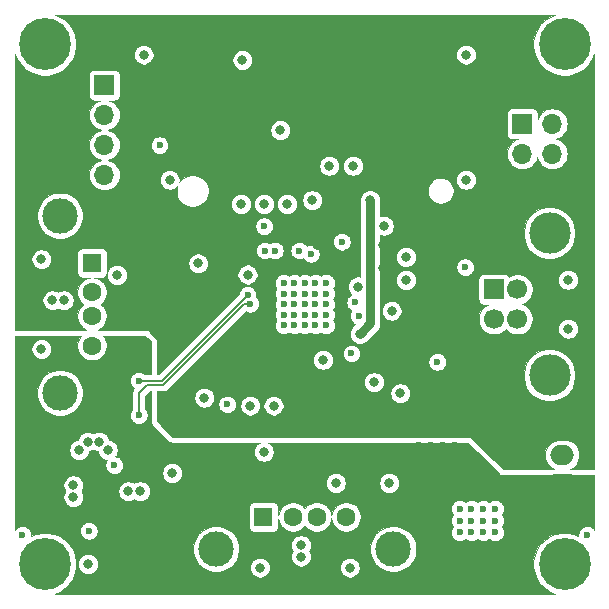
<source format=gbr>
G04 #@! TF.GenerationSoftware,KiCad,Pcbnew,(5.1.4-0-10_14)*
G04 #@! TF.CreationDate,2020-12-07T20:11:59-03:00*
G04 #@! TF.ProjectId,hub_usb_sd,6875625f-7573-4625-9f73-642e6b696361,1.0*
G04 #@! TF.SameCoordinates,Original*
G04 #@! TF.FileFunction,Copper,L2,Inr*
G04 #@! TF.FilePolarity,Positive*
%FSLAX46Y46*%
G04 Gerber Fmt 4.6, Leading zero omitted, Abs format (unit mm)*
G04 Created by KiCad (PCBNEW (5.1.4-0-10_14)) date 2020-12-07 20:11:59*
%MOMM*%
%LPD*%
G04 APERTURE LIST*
%ADD10C,0.600000*%
%ADD11R,1.700000X1.700000*%
%ADD12C,1.700000*%
%ADD13C,3.500000*%
%ADD14C,3.000000*%
%ADD15R,1.600000X1.600000*%
%ADD16C,1.600000*%
%ADD17O,2.000000X1.700000*%
%ADD18C,0.100000*%
%ADD19O,1.700000X1.700000*%
%ADD20C,0.700000*%
%ADD21C,4.400000*%
%ADD22C,0.800000*%
%ADD23C,0.800000*%
%ADD24C,0.200000*%
G04 APERTURE END LIST*
D10*
X146800000Y-93200000D03*
X145900000Y-93200000D03*
X145000000Y-93200000D03*
X144100000Y-93200000D03*
X143200000Y-93200000D03*
X146800000Y-94100000D03*
X145900000Y-94100000D03*
X145000000Y-94100000D03*
X144100000Y-94100000D03*
X143200000Y-94100000D03*
X146800000Y-95000000D03*
X145900000Y-95000000D03*
X145000000Y-95000000D03*
X144100000Y-95000000D03*
X143200000Y-95000000D03*
X146800000Y-95900000D03*
X145900000Y-95900000D03*
X145000000Y-95900000D03*
X144100000Y-95900000D03*
X143200000Y-95900000D03*
X146800000Y-96800000D03*
X145900000Y-96800000D03*
X145000000Y-96800000D03*
X144100000Y-96800000D03*
X143200000Y-96800000D03*
D11*
X161010000Y-93750000D03*
D12*
X161010000Y-96250000D03*
X163010000Y-96250000D03*
X163010000Y-93750000D03*
D13*
X165720000Y-88980000D03*
X165720000Y-101020000D03*
D14*
X124280000Y-102500000D03*
X124280000Y-87500000D03*
D15*
X126990000Y-91500000D03*
D16*
X126990000Y-94000000D03*
X126990000Y-96000000D03*
X126990000Y-98500000D03*
D17*
X166800000Y-107760000D03*
D18*
G36*
X167574504Y-109411204D02*
G01*
X167598773Y-109414804D01*
X167622571Y-109420765D01*
X167645671Y-109429030D01*
X167667849Y-109439520D01*
X167688893Y-109452133D01*
X167708598Y-109466747D01*
X167726777Y-109483223D01*
X167743253Y-109501402D01*
X167757867Y-109521107D01*
X167770480Y-109542151D01*
X167780970Y-109564329D01*
X167789235Y-109587429D01*
X167795196Y-109611227D01*
X167798796Y-109635496D01*
X167800000Y-109660000D01*
X167800000Y-110860000D01*
X167798796Y-110884504D01*
X167795196Y-110908773D01*
X167789235Y-110932571D01*
X167780970Y-110955671D01*
X167770480Y-110977849D01*
X167757867Y-110998893D01*
X167743253Y-111018598D01*
X167726777Y-111036777D01*
X167708598Y-111053253D01*
X167688893Y-111067867D01*
X167667849Y-111080480D01*
X167645671Y-111090970D01*
X167622571Y-111099235D01*
X167598773Y-111105196D01*
X167574504Y-111108796D01*
X167550000Y-111110000D01*
X166050000Y-111110000D01*
X166025496Y-111108796D01*
X166001227Y-111105196D01*
X165977429Y-111099235D01*
X165954329Y-111090970D01*
X165932151Y-111080480D01*
X165911107Y-111067867D01*
X165891402Y-111053253D01*
X165873223Y-111036777D01*
X165856747Y-111018598D01*
X165842133Y-110998893D01*
X165829520Y-110977849D01*
X165819030Y-110955671D01*
X165810765Y-110932571D01*
X165804804Y-110908773D01*
X165801204Y-110884504D01*
X165800000Y-110860000D01*
X165800000Y-109660000D01*
X165801204Y-109635496D01*
X165804804Y-109611227D01*
X165810765Y-109587429D01*
X165819030Y-109564329D01*
X165829520Y-109542151D01*
X165842133Y-109521107D01*
X165856747Y-109501402D01*
X165873223Y-109483223D01*
X165891402Y-109466747D01*
X165911107Y-109452133D01*
X165932151Y-109439520D01*
X165954329Y-109429030D01*
X165977429Y-109420765D01*
X166001227Y-109414804D01*
X166025496Y-109411204D01*
X166050000Y-109410000D01*
X167550000Y-109410000D01*
X167574504Y-109411204D01*
X167574504Y-109411204D01*
G37*
D12*
X166800000Y-110260000D03*
D11*
X128036000Y-76450000D03*
D19*
X128036000Y-78990000D03*
X128036000Y-81530000D03*
X128036000Y-84070000D03*
D20*
X124166726Y-71833274D03*
X123000000Y-71350000D03*
X121833274Y-71833274D03*
X121350000Y-73000000D03*
X121833274Y-74166726D03*
X123000000Y-74650000D03*
X124166726Y-74166726D03*
X124650000Y-73000000D03*
D21*
X123000000Y-73000000D03*
X123000000Y-117000000D03*
D20*
X124650000Y-117000000D03*
X124166726Y-118166726D03*
X123000000Y-118650000D03*
X121833274Y-118166726D03*
X121350000Y-117000000D03*
X121833274Y-115833274D03*
X123000000Y-115350000D03*
X124166726Y-115833274D03*
X168166726Y-71833274D03*
X167000000Y-71350000D03*
X165833274Y-71833274D03*
X165350000Y-73000000D03*
X165833274Y-74166726D03*
X167000000Y-74650000D03*
X168166726Y-74166726D03*
X168650000Y-73000000D03*
D21*
X167000000Y-73000000D03*
D20*
X168166726Y-115833274D03*
X167000000Y-115350000D03*
X165833274Y-115833274D03*
X165350000Y-117000000D03*
X165833274Y-118166726D03*
X167000000Y-118650000D03*
X168166726Y-118166726D03*
X168650000Y-117000000D03*
D21*
X167000000Y-117000000D03*
D14*
X152500000Y-115720000D03*
X137500000Y-115720000D03*
D15*
X141500000Y-113010000D03*
D16*
X144000000Y-113010000D03*
X146000000Y-113010000D03*
X148500000Y-113010000D03*
D11*
X163420000Y-79720000D03*
D19*
X165960000Y-79720000D03*
X163420000Y-82260000D03*
X165960000Y-82260000D03*
D22*
X141549250Y-86520500D03*
X135972930Y-91547000D03*
X146553505Y-99703452D03*
X149477000Y-93500000D03*
X153577000Y-90999000D03*
X153089000Y-102540500D03*
X150861500Y-101603000D03*
X151683000Y-88361000D03*
X147075785Y-83279000D03*
X133550000Y-84460000D03*
X131350000Y-73863000D03*
X141533000Y-107489000D03*
X147620000Y-110127000D03*
X152151000Y-110127000D03*
X140395000Y-103579000D03*
X142353000Y-103579000D03*
D10*
X138438000Y-103479000D03*
D22*
X136485000Y-102911000D03*
X130059500Y-110834000D03*
X131059500Y-110834000D03*
X153577000Y-92950000D03*
D10*
X158586000Y-91874000D03*
D22*
X149095142Y-83279000D03*
X158650000Y-84460000D03*
X158650000Y-73863000D03*
X140153000Y-92486500D03*
X142934000Y-80260000D03*
X139721000Y-74328000D03*
X129090000Y-92515000D03*
X133775000Y-109289000D03*
X139598750Y-86520500D03*
X143499250Y-86520500D03*
D10*
X156222000Y-99887000D03*
D22*
X152349000Y-95547000D03*
D10*
X159106000Y-114315000D03*
X160106000Y-114315000D03*
X158106000Y-114315000D03*
X161106000Y-114315000D03*
D22*
X125410000Y-111334000D03*
X125410000Y-110334000D03*
X126659000Y-117001500D03*
D10*
X121080000Y-114520000D03*
X168920000Y-114520000D03*
D22*
X167295000Y-92931000D03*
X167295000Y-97070000D03*
X141200000Y-117295000D03*
X148799000Y-117295000D03*
X122705000Y-91201000D03*
X122705000Y-98799000D03*
D10*
X158106000Y-113315000D03*
X161106000Y-113315000D03*
X161106000Y-112315000D03*
X160106000Y-112315000D03*
X159106000Y-112315000D03*
X158106000Y-112315000D03*
X160106000Y-113315000D03*
X159106000Y-113315000D03*
D22*
X135508500Y-100935500D03*
X151602000Y-90023500D03*
X152349000Y-97422000D03*
D10*
X157409000Y-96776000D03*
X158068000Y-79720000D03*
D22*
X146001000Y-89964000D03*
X148908500Y-101603000D03*
X153089000Y-100665500D03*
X151602000Y-91974500D03*
D10*
X158068000Y-82260000D03*
D22*
X137651000Y-94361500D03*
X136949430Y-89570665D03*
X135771000Y-74328000D03*
D10*
X132708000Y-77114000D03*
X163108000Y-108710000D03*
X164108000Y-108710000D03*
X164108000Y-107710000D03*
X163108000Y-106710000D03*
X164108000Y-106710000D03*
X164108000Y-105710000D03*
X164108000Y-104710000D03*
X162108000Y-106710000D03*
X163108000Y-107710000D03*
X162108000Y-107710000D03*
X163108000Y-105710000D03*
X163108000Y-104710000D03*
D22*
X144675500Y-116360500D03*
X144675500Y-115409500D03*
X127610000Y-106626894D03*
X128317106Y-107334000D03*
X130059500Y-113912000D03*
X131027500Y-98819000D03*
X136688500Y-110540000D03*
X131059500Y-113912000D03*
D10*
X155679500Y-106960500D03*
X154679500Y-106960500D03*
X154679500Y-107960500D03*
X156679500Y-107960500D03*
X156679500Y-106960500D03*
X157679500Y-106960500D03*
X157679500Y-107960500D03*
D22*
X130059500Y-116340000D03*
X131059500Y-116340000D03*
D10*
X155679500Y-107960500D03*
X154679500Y-108960500D03*
X155679500Y-108960500D03*
X154679500Y-109960500D03*
X155679500Y-109960500D03*
X148954000Y-99169513D03*
D22*
X123639500Y-94675500D03*
X124590500Y-94675500D03*
X126610000Y-106626894D03*
X125902894Y-107334000D03*
X149659213Y-97510000D03*
X145631428Y-86192000D03*
X150539500Y-86192000D03*
D10*
X141619632Y-90457000D03*
X142474000Y-90457000D03*
X144526000Y-90457000D03*
X145511351Y-90729990D03*
X148131430Y-89702000D03*
X141549250Y-88397500D03*
X149270010Y-94850000D03*
X149548800Y-95981200D03*
X132708000Y-81530000D03*
X126710000Y-114186182D03*
X128875686Y-108634000D03*
X140383000Y-94955005D03*
X130945502Y-104392502D03*
X140153000Y-94200010D03*
X130945502Y-101474000D03*
D23*
X150539500Y-96629713D02*
X149659213Y-97510000D01*
X150539500Y-86192000D02*
X150539500Y-96629713D01*
D24*
X140383000Y-94955005D02*
X139892993Y-94955005D01*
X139892993Y-94955005D02*
X133023988Y-101824010D01*
X131641994Y-101824010D02*
X130945502Y-102520502D01*
X133023988Y-101824010D02*
X131641994Y-101824010D01*
X130945502Y-102520502D02*
X130945502Y-104392502D01*
X140153000Y-94200010D02*
X132879010Y-101474000D01*
X132879010Y-101474000D02*
X130945502Y-101474000D01*
D18*
G36*
X126019062Y-97703172D02*
G01*
X125882265Y-97907903D01*
X125788037Y-98135389D01*
X125740000Y-98376886D01*
X125740000Y-98623114D01*
X125788037Y-98864611D01*
X125882265Y-99092097D01*
X126019062Y-99296828D01*
X126193172Y-99470938D01*
X126397903Y-99607735D01*
X126625389Y-99701963D01*
X126866886Y-99750000D01*
X127113114Y-99750000D01*
X127354611Y-99701963D01*
X127582097Y-99607735D01*
X127786828Y-99470938D01*
X127960938Y-99296828D01*
X128097735Y-99092097D01*
X128191963Y-98864611D01*
X128240000Y-98623114D01*
X128240000Y-98376886D01*
X128191963Y-98135389D01*
X128097735Y-97907903D01*
X127960938Y-97703172D01*
X127907766Y-97650000D01*
X131463604Y-97650000D01*
X131950000Y-98136396D01*
X131950000Y-100924000D01*
X131456162Y-100924000D01*
X131423599Y-100891437D01*
X131300760Y-100809359D01*
X131164269Y-100752822D01*
X131019371Y-100724000D01*
X130871633Y-100724000D01*
X130726735Y-100752822D01*
X130590244Y-100809359D01*
X130467405Y-100891437D01*
X130362939Y-100995903D01*
X130280861Y-101118742D01*
X130224324Y-101255233D01*
X130195502Y-101400131D01*
X130195502Y-101547869D01*
X130224324Y-101692767D01*
X130280861Y-101829258D01*
X130362939Y-101952097D01*
X130467405Y-102056563D01*
X130564661Y-102121547D01*
X130554712Y-102129712D01*
X130485981Y-102213460D01*
X130434910Y-102309009D01*
X130403460Y-102412684D01*
X130395502Y-102493485D01*
X130395502Y-102493494D01*
X130392842Y-102520502D01*
X130395502Y-102547510D01*
X130395503Y-103881841D01*
X130362939Y-103914405D01*
X130280861Y-104037244D01*
X130224324Y-104173735D01*
X130195502Y-104318633D01*
X130195502Y-104466371D01*
X130224324Y-104611269D01*
X130280861Y-104747760D01*
X130362939Y-104870599D01*
X130467405Y-104975065D01*
X130590244Y-105057143D01*
X130726735Y-105113680D01*
X130871633Y-105142502D01*
X131019371Y-105142502D01*
X131164269Y-105113680D01*
X131300760Y-105057143D01*
X131423599Y-104975065D01*
X131528065Y-104870599D01*
X131610143Y-104747760D01*
X131666680Y-104611269D01*
X131695502Y-104466371D01*
X131695502Y-104318633D01*
X131666680Y-104173735D01*
X131610143Y-104037244D01*
X131528065Y-103914405D01*
X131495502Y-103881842D01*
X131495502Y-102748319D01*
X131869812Y-102374010D01*
X131950000Y-102374010D01*
X131950000Y-104930000D01*
X131958647Y-105017791D01*
X131984254Y-105102208D01*
X132025839Y-105180007D01*
X132081802Y-105248198D01*
X133411802Y-106578198D01*
X133479993Y-106634161D01*
X133557792Y-106675746D01*
X133642209Y-106701353D01*
X133730000Y-106710000D01*
X141192516Y-106710000D01*
X141130374Y-106735740D01*
X140991156Y-106828762D01*
X140872762Y-106947156D01*
X140779740Y-107086374D01*
X140715665Y-107241064D01*
X140683000Y-107405282D01*
X140683000Y-107572718D01*
X140715665Y-107736936D01*
X140779740Y-107891626D01*
X140872762Y-108030844D01*
X140991156Y-108149238D01*
X141130374Y-108242260D01*
X141285064Y-108306335D01*
X141449282Y-108339000D01*
X141616718Y-108339000D01*
X141780936Y-108306335D01*
X141935626Y-108242260D01*
X142074844Y-108149238D01*
X142193238Y-108030844D01*
X142286260Y-107891626D01*
X142350335Y-107736936D01*
X142383000Y-107572718D01*
X142383000Y-107405282D01*
X142350335Y-107241064D01*
X142286260Y-107086374D01*
X142193238Y-106947156D01*
X142074844Y-106828762D01*
X141935626Y-106735740D01*
X141873484Y-106710000D01*
X158796604Y-106710000D01*
X161414802Y-109328198D01*
X161482993Y-109384161D01*
X161560792Y-109425746D01*
X161645209Y-109451353D01*
X161733000Y-109460000D01*
X169525000Y-109460000D01*
X169525000Y-114075483D01*
X169502563Y-114041903D01*
X169398097Y-113937437D01*
X169275258Y-113855359D01*
X169138767Y-113798822D01*
X168993869Y-113770000D01*
X168846131Y-113770000D01*
X168701233Y-113798822D01*
X168564742Y-113855359D01*
X168441903Y-113937437D01*
X168337437Y-114041903D01*
X168255359Y-114164742D01*
X168198822Y-114301233D01*
X168170000Y-114446131D01*
X168170000Y-114593869D01*
X168174860Y-114618304D01*
X167772976Y-114451838D01*
X167261002Y-114350000D01*
X166738998Y-114350000D01*
X166227024Y-114451838D01*
X165744754Y-114651601D01*
X165310724Y-114941611D01*
X164941611Y-115310724D01*
X164651601Y-115744754D01*
X164451838Y-116227024D01*
X164350000Y-116738998D01*
X164350000Y-117261002D01*
X164451838Y-117772976D01*
X164651601Y-118255246D01*
X164941611Y-118689276D01*
X165310724Y-119058389D01*
X165744754Y-119348399D01*
X166171106Y-119525000D01*
X123828894Y-119525000D01*
X124255246Y-119348399D01*
X124689276Y-119058389D01*
X125058389Y-118689276D01*
X125348399Y-118255246D01*
X125548162Y-117772976D01*
X125650000Y-117261002D01*
X125650000Y-116917782D01*
X125809000Y-116917782D01*
X125809000Y-117085218D01*
X125841665Y-117249436D01*
X125905740Y-117404126D01*
X125998762Y-117543344D01*
X126117156Y-117661738D01*
X126256374Y-117754760D01*
X126411064Y-117818835D01*
X126575282Y-117851500D01*
X126742718Y-117851500D01*
X126906936Y-117818835D01*
X127061626Y-117754760D01*
X127200844Y-117661738D01*
X127319238Y-117543344D01*
X127412260Y-117404126D01*
X127476335Y-117249436D01*
X127509000Y-117085218D01*
X127509000Y-116917782D01*
X127476335Y-116753564D01*
X127412260Y-116598874D01*
X127319238Y-116459656D01*
X127200844Y-116341262D01*
X127061626Y-116248240D01*
X126906936Y-116184165D01*
X126742718Y-116151500D01*
X126575282Y-116151500D01*
X126411064Y-116184165D01*
X126256374Y-116248240D01*
X126117156Y-116341262D01*
X125998762Y-116459656D01*
X125905740Y-116598874D01*
X125841665Y-116753564D01*
X125809000Y-116917782D01*
X125650000Y-116917782D01*
X125650000Y-116738998D01*
X125548162Y-116227024D01*
X125348399Y-115744754D01*
X125203530Y-115527942D01*
X135550000Y-115527942D01*
X135550000Y-115912058D01*
X135624938Y-116288794D01*
X135771933Y-116643671D01*
X135985336Y-116963052D01*
X136256948Y-117234664D01*
X136576329Y-117448067D01*
X136931206Y-117595062D01*
X137307942Y-117670000D01*
X137692058Y-117670000D01*
X138068794Y-117595062D01*
X138423671Y-117448067D01*
X138743052Y-117234664D01*
X138766434Y-117211282D01*
X140350000Y-117211282D01*
X140350000Y-117378718D01*
X140382665Y-117542936D01*
X140446740Y-117697626D01*
X140539762Y-117836844D01*
X140658156Y-117955238D01*
X140797374Y-118048260D01*
X140952064Y-118112335D01*
X141116282Y-118145000D01*
X141283718Y-118145000D01*
X141447936Y-118112335D01*
X141602626Y-118048260D01*
X141741844Y-117955238D01*
X141860238Y-117836844D01*
X141953260Y-117697626D01*
X142017335Y-117542936D01*
X142050000Y-117378718D01*
X142050000Y-117211282D01*
X147949000Y-117211282D01*
X147949000Y-117378718D01*
X147981665Y-117542936D01*
X148045740Y-117697626D01*
X148138762Y-117836844D01*
X148257156Y-117955238D01*
X148396374Y-118048260D01*
X148551064Y-118112335D01*
X148715282Y-118145000D01*
X148882718Y-118145000D01*
X149046936Y-118112335D01*
X149201626Y-118048260D01*
X149340844Y-117955238D01*
X149459238Y-117836844D01*
X149552260Y-117697626D01*
X149616335Y-117542936D01*
X149649000Y-117378718D01*
X149649000Y-117211282D01*
X149616335Y-117047064D01*
X149552260Y-116892374D01*
X149459238Y-116753156D01*
X149340844Y-116634762D01*
X149201626Y-116541740D01*
X149046936Y-116477665D01*
X148882718Y-116445000D01*
X148715282Y-116445000D01*
X148551064Y-116477665D01*
X148396374Y-116541740D01*
X148257156Y-116634762D01*
X148138762Y-116753156D01*
X148045740Y-116892374D01*
X147981665Y-117047064D01*
X147949000Y-117211282D01*
X142050000Y-117211282D01*
X142017335Y-117047064D01*
X141953260Y-116892374D01*
X141860238Y-116753156D01*
X141741844Y-116634762D01*
X141602626Y-116541740D01*
X141447936Y-116477665D01*
X141283718Y-116445000D01*
X141116282Y-116445000D01*
X140952064Y-116477665D01*
X140797374Y-116541740D01*
X140658156Y-116634762D01*
X140539762Y-116753156D01*
X140446740Y-116892374D01*
X140382665Y-117047064D01*
X140350000Y-117211282D01*
X138766434Y-117211282D01*
X139014664Y-116963052D01*
X139228067Y-116643671D01*
X139375062Y-116288794D01*
X139450000Y-115912058D01*
X139450000Y-115527942D01*
X139409788Y-115325782D01*
X143825500Y-115325782D01*
X143825500Y-115493218D01*
X143858165Y-115657436D01*
X143922240Y-115812126D01*
X143970933Y-115885000D01*
X143922240Y-115957874D01*
X143858165Y-116112564D01*
X143825500Y-116276782D01*
X143825500Y-116444218D01*
X143858165Y-116608436D01*
X143922240Y-116763126D01*
X144015262Y-116902344D01*
X144133656Y-117020738D01*
X144272874Y-117113760D01*
X144427564Y-117177835D01*
X144591782Y-117210500D01*
X144759218Y-117210500D01*
X144923436Y-117177835D01*
X145078126Y-117113760D01*
X145217344Y-117020738D01*
X145335738Y-116902344D01*
X145428760Y-116763126D01*
X145492835Y-116608436D01*
X145525500Y-116444218D01*
X145525500Y-116276782D01*
X145492835Y-116112564D01*
X145428760Y-115957874D01*
X145380067Y-115885000D01*
X145428760Y-115812126D01*
X145492835Y-115657436D01*
X145518592Y-115527942D01*
X150550000Y-115527942D01*
X150550000Y-115912058D01*
X150624938Y-116288794D01*
X150771933Y-116643671D01*
X150985336Y-116963052D01*
X151256948Y-117234664D01*
X151576329Y-117448067D01*
X151931206Y-117595062D01*
X152307942Y-117670000D01*
X152692058Y-117670000D01*
X153068794Y-117595062D01*
X153423671Y-117448067D01*
X153743052Y-117234664D01*
X154014664Y-116963052D01*
X154228067Y-116643671D01*
X154375062Y-116288794D01*
X154450000Y-115912058D01*
X154450000Y-115527942D01*
X154375062Y-115151206D01*
X154228067Y-114796329D01*
X154014664Y-114476948D01*
X153743052Y-114205336D01*
X153423671Y-113991933D01*
X153068794Y-113844938D01*
X152692058Y-113770000D01*
X152307942Y-113770000D01*
X151931206Y-113844938D01*
X151576329Y-113991933D01*
X151256948Y-114205336D01*
X150985336Y-114476948D01*
X150771933Y-114796329D01*
X150624938Y-115151206D01*
X150550000Y-115527942D01*
X145518592Y-115527942D01*
X145525500Y-115493218D01*
X145525500Y-115325782D01*
X145492835Y-115161564D01*
X145428760Y-115006874D01*
X145335738Y-114867656D01*
X145217344Y-114749262D01*
X145078126Y-114656240D01*
X144923436Y-114592165D01*
X144759218Y-114559500D01*
X144591782Y-114559500D01*
X144427564Y-114592165D01*
X144272874Y-114656240D01*
X144133656Y-114749262D01*
X144015262Y-114867656D01*
X143922240Y-115006874D01*
X143858165Y-115161564D01*
X143825500Y-115325782D01*
X139409788Y-115325782D01*
X139375062Y-115151206D01*
X139228067Y-114796329D01*
X139014664Y-114476948D01*
X138743052Y-114205336D01*
X138423671Y-113991933D01*
X138068794Y-113844938D01*
X137692058Y-113770000D01*
X137307942Y-113770000D01*
X136931206Y-113844938D01*
X136576329Y-113991933D01*
X136256948Y-114205336D01*
X135985336Y-114476948D01*
X135771933Y-114796329D01*
X135624938Y-115151206D01*
X135550000Y-115527942D01*
X125203530Y-115527942D01*
X125058389Y-115310724D01*
X124689276Y-114941611D01*
X124255246Y-114651601D01*
X123772976Y-114451838D01*
X123261002Y-114350000D01*
X122738998Y-114350000D01*
X122227024Y-114451838D01*
X121825140Y-114618304D01*
X121830000Y-114593869D01*
X121830000Y-114446131D01*
X121801178Y-114301233D01*
X121744641Y-114164742D01*
X121709610Y-114112313D01*
X125960000Y-114112313D01*
X125960000Y-114260051D01*
X125988822Y-114404949D01*
X126045359Y-114541440D01*
X126127437Y-114664279D01*
X126231903Y-114768745D01*
X126354742Y-114850823D01*
X126491233Y-114907360D01*
X126636131Y-114936182D01*
X126783869Y-114936182D01*
X126928767Y-114907360D01*
X127065258Y-114850823D01*
X127188097Y-114768745D01*
X127292563Y-114664279D01*
X127374641Y-114541440D01*
X127431178Y-114404949D01*
X127460000Y-114260051D01*
X127460000Y-114112313D01*
X127431178Y-113967415D01*
X127374641Y-113830924D01*
X127292563Y-113708085D01*
X127188097Y-113603619D01*
X127065258Y-113521541D01*
X126928767Y-113465004D01*
X126783869Y-113436182D01*
X126636131Y-113436182D01*
X126491233Y-113465004D01*
X126354742Y-113521541D01*
X126231903Y-113603619D01*
X126127437Y-113708085D01*
X126045359Y-113830924D01*
X125988822Y-113967415D01*
X125960000Y-114112313D01*
X121709610Y-114112313D01*
X121662563Y-114041903D01*
X121558097Y-113937437D01*
X121435258Y-113855359D01*
X121298767Y-113798822D01*
X121153869Y-113770000D01*
X121006131Y-113770000D01*
X120861233Y-113798822D01*
X120724742Y-113855359D01*
X120601903Y-113937437D01*
X120497437Y-114041903D01*
X120475000Y-114075483D01*
X120475000Y-112210000D01*
X140247823Y-112210000D01*
X140247823Y-113810000D01*
X140256511Y-113898215D01*
X140282243Y-113983041D01*
X140324029Y-114061216D01*
X140380263Y-114129737D01*
X140448784Y-114185971D01*
X140526959Y-114227757D01*
X140611785Y-114253489D01*
X140700000Y-114262177D01*
X142300000Y-114262177D01*
X142388215Y-114253489D01*
X142473041Y-114227757D01*
X142551216Y-114185971D01*
X142619737Y-114129737D01*
X142675971Y-114061216D01*
X142717757Y-113983041D01*
X142743489Y-113898215D01*
X142752177Y-113810000D01*
X142752177Y-113144058D01*
X142798037Y-113374611D01*
X142892265Y-113602097D01*
X143029062Y-113806828D01*
X143203172Y-113980938D01*
X143407903Y-114117735D01*
X143635389Y-114211963D01*
X143876886Y-114260000D01*
X144123114Y-114260000D01*
X144364611Y-114211963D01*
X144592097Y-114117735D01*
X144796828Y-113980938D01*
X144970938Y-113806828D01*
X145000000Y-113763334D01*
X145029062Y-113806828D01*
X145203172Y-113980938D01*
X145407903Y-114117735D01*
X145635389Y-114211963D01*
X145876886Y-114260000D01*
X146123114Y-114260000D01*
X146364611Y-114211963D01*
X146592097Y-114117735D01*
X146796828Y-113980938D01*
X146970938Y-113806828D01*
X147107735Y-113602097D01*
X147201963Y-113374611D01*
X147250000Y-113133114D01*
X147298037Y-113374611D01*
X147392265Y-113602097D01*
X147529062Y-113806828D01*
X147703172Y-113980938D01*
X147907903Y-114117735D01*
X148135389Y-114211963D01*
X148376886Y-114260000D01*
X148623114Y-114260000D01*
X148864611Y-114211963D01*
X149092097Y-114117735D01*
X149296828Y-113980938D01*
X149470938Y-113806828D01*
X149607735Y-113602097D01*
X149701963Y-113374611D01*
X149750000Y-113133114D01*
X149750000Y-112886886D01*
X149701963Y-112645389D01*
X149607735Y-112417903D01*
X149489620Y-112241131D01*
X157356000Y-112241131D01*
X157356000Y-112388869D01*
X157384822Y-112533767D01*
X157441359Y-112670258D01*
X157523437Y-112793097D01*
X157545340Y-112815000D01*
X157523437Y-112836903D01*
X157441359Y-112959742D01*
X157384822Y-113096233D01*
X157356000Y-113241131D01*
X157356000Y-113388869D01*
X157384822Y-113533767D01*
X157441359Y-113670258D01*
X157523437Y-113793097D01*
X157545340Y-113815000D01*
X157523437Y-113836903D01*
X157441359Y-113959742D01*
X157384822Y-114096233D01*
X157356000Y-114241131D01*
X157356000Y-114388869D01*
X157384822Y-114533767D01*
X157441359Y-114670258D01*
X157523437Y-114793097D01*
X157627903Y-114897563D01*
X157750742Y-114979641D01*
X157887233Y-115036178D01*
X158032131Y-115065000D01*
X158179869Y-115065000D01*
X158324767Y-115036178D01*
X158461258Y-114979641D01*
X158584097Y-114897563D01*
X158606000Y-114875660D01*
X158627903Y-114897563D01*
X158750742Y-114979641D01*
X158887233Y-115036178D01*
X159032131Y-115065000D01*
X159179869Y-115065000D01*
X159324767Y-115036178D01*
X159461258Y-114979641D01*
X159584097Y-114897563D01*
X159606000Y-114875660D01*
X159627903Y-114897563D01*
X159750742Y-114979641D01*
X159887233Y-115036178D01*
X160032131Y-115065000D01*
X160179869Y-115065000D01*
X160324767Y-115036178D01*
X160461258Y-114979641D01*
X160584097Y-114897563D01*
X160606000Y-114875660D01*
X160627903Y-114897563D01*
X160750742Y-114979641D01*
X160887233Y-115036178D01*
X161032131Y-115065000D01*
X161179869Y-115065000D01*
X161324767Y-115036178D01*
X161461258Y-114979641D01*
X161584097Y-114897563D01*
X161688563Y-114793097D01*
X161770641Y-114670258D01*
X161827178Y-114533767D01*
X161856000Y-114388869D01*
X161856000Y-114241131D01*
X161827178Y-114096233D01*
X161770641Y-113959742D01*
X161688563Y-113836903D01*
X161666660Y-113815000D01*
X161688563Y-113793097D01*
X161770641Y-113670258D01*
X161827178Y-113533767D01*
X161856000Y-113388869D01*
X161856000Y-113241131D01*
X161827178Y-113096233D01*
X161770641Y-112959742D01*
X161688563Y-112836903D01*
X161666660Y-112815000D01*
X161688563Y-112793097D01*
X161770641Y-112670258D01*
X161827178Y-112533767D01*
X161856000Y-112388869D01*
X161856000Y-112241131D01*
X161827178Y-112096233D01*
X161770641Y-111959742D01*
X161688563Y-111836903D01*
X161584097Y-111732437D01*
X161461258Y-111650359D01*
X161324767Y-111593822D01*
X161179869Y-111565000D01*
X161032131Y-111565000D01*
X160887233Y-111593822D01*
X160750742Y-111650359D01*
X160627903Y-111732437D01*
X160606000Y-111754340D01*
X160584097Y-111732437D01*
X160461258Y-111650359D01*
X160324767Y-111593822D01*
X160179869Y-111565000D01*
X160032131Y-111565000D01*
X159887233Y-111593822D01*
X159750742Y-111650359D01*
X159627903Y-111732437D01*
X159606000Y-111754340D01*
X159584097Y-111732437D01*
X159461258Y-111650359D01*
X159324767Y-111593822D01*
X159179869Y-111565000D01*
X159032131Y-111565000D01*
X158887233Y-111593822D01*
X158750742Y-111650359D01*
X158627903Y-111732437D01*
X158606000Y-111754340D01*
X158584097Y-111732437D01*
X158461258Y-111650359D01*
X158324767Y-111593822D01*
X158179869Y-111565000D01*
X158032131Y-111565000D01*
X157887233Y-111593822D01*
X157750742Y-111650359D01*
X157627903Y-111732437D01*
X157523437Y-111836903D01*
X157441359Y-111959742D01*
X157384822Y-112096233D01*
X157356000Y-112241131D01*
X149489620Y-112241131D01*
X149470938Y-112213172D01*
X149296828Y-112039062D01*
X149092097Y-111902265D01*
X148864611Y-111808037D01*
X148623114Y-111760000D01*
X148376886Y-111760000D01*
X148135389Y-111808037D01*
X147907903Y-111902265D01*
X147703172Y-112039062D01*
X147529062Y-112213172D01*
X147392265Y-112417903D01*
X147298037Y-112645389D01*
X147250000Y-112886886D01*
X147201963Y-112645389D01*
X147107735Y-112417903D01*
X146970938Y-112213172D01*
X146796828Y-112039062D01*
X146592097Y-111902265D01*
X146364611Y-111808037D01*
X146123114Y-111760000D01*
X145876886Y-111760000D01*
X145635389Y-111808037D01*
X145407903Y-111902265D01*
X145203172Y-112039062D01*
X145029062Y-112213172D01*
X145000000Y-112256666D01*
X144970938Y-112213172D01*
X144796828Y-112039062D01*
X144592097Y-111902265D01*
X144364611Y-111808037D01*
X144123114Y-111760000D01*
X143876886Y-111760000D01*
X143635389Y-111808037D01*
X143407903Y-111902265D01*
X143203172Y-112039062D01*
X143029062Y-112213172D01*
X142892265Y-112417903D01*
X142798037Y-112645389D01*
X142752177Y-112875942D01*
X142752177Y-112210000D01*
X142743489Y-112121785D01*
X142717757Y-112036959D01*
X142675971Y-111958784D01*
X142619737Y-111890263D01*
X142551216Y-111834029D01*
X142473041Y-111792243D01*
X142388215Y-111766511D01*
X142300000Y-111757823D01*
X140700000Y-111757823D01*
X140611785Y-111766511D01*
X140526959Y-111792243D01*
X140448784Y-111834029D01*
X140380263Y-111890263D01*
X140324029Y-111958784D01*
X140282243Y-112036959D01*
X140256511Y-112121785D01*
X140247823Y-112210000D01*
X120475000Y-112210000D01*
X120475000Y-110250282D01*
X124560000Y-110250282D01*
X124560000Y-110417718D01*
X124592665Y-110581936D01*
X124656740Y-110736626D01*
X124721803Y-110834000D01*
X124656740Y-110931374D01*
X124592665Y-111086064D01*
X124560000Y-111250282D01*
X124560000Y-111417718D01*
X124592665Y-111581936D01*
X124656740Y-111736626D01*
X124749762Y-111875844D01*
X124868156Y-111994238D01*
X125007374Y-112087260D01*
X125162064Y-112151335D01*
X125326282Y-112184000D01*
X125493718Y-112184000D01*
X125657936Y-112151335D01*
X125812626Y-112087260D01*
X125951844Y-111994238D01*
X126070238Y-111875844D01*
X126163260Y-111736626D01*
X126227335Y-111581936D01*
X126260000Y-111417718D01*
X126260000Y-111250282D01*
X126227335Y-111086064D01*
X126163260Y-110931374D01*
X126098197Y-110834000D01*
X126154135Y-110750282D01*
X129209500Y-110750282D01*
X129209500Y-110917718D01*
X129242165Y-111081936D01*
X129306240Y-111236626D01*
X129399262Y-111375844D01*
X129517656Y-111494238D01*
X129656874Y-111587260D01*
X129811564Y-111651335D01*
X129975782Y-111684000D01*
X130143218Y-111684000D01*
X130307436Y-111651335D01*
X130462126Y-111587260D01*
X130559500Y-111522197D01*
X130656874Y-111587260D01*
X130811564Y-111651335D01*
X130975782Y-111684000D01*
X131143218Y-111684000D01*
X131307436Y-111651335D01*
X131462126Y-111587260D01*
X131601344Y-111494238D01*
X131719738Y-111375844D01*
X131812760Y-111236626D01*
X131876835Y-111081936D01*
X131909500Y-110917718D01*
X131909500Y-110750282D01*
X131876835Y-110586064D01*
X131812760Y-110431374D01*
X131719738Y-110292156D01*
X131601344Y-110173762D01*
X131462126Y-110080740D01*
X131307436Y-110016665D01*
X131143218Y-109984000D01*
X130975782Y-109984000D01*
X130811564Y-110016665D01*
X130656874Y-110080740D01*
X130559500Y-110145803D01*
X130462126Y-110080740D01*
X130307436Y-110016665D01*
X130143218Y-109984000D01*
X129975782Y-109984000D01*
X129811564Y-110016665D01*
X129656874Y-110080740D01*
X129517656Y-110173762D01*
X129399262Y-110292156D01*
X129306240Y-110431374D01*
X129242165Y-110586064D01*
X129209500Y-110750282D01*
X126154135Y-110750282D01*
X126163260Y-110736626D01*
X126227335Y-110581936D01*
X126260000Y-110417718D01*
X126260000Y-110250282D01*
X126227335Y-110086064D01*
X126163260Y-109931374D01*
X126070238Y-109792156D01*
X125951844Y-109673762D01*
X125812626Y-109580740D01*
X125657936Y-109516665D01*
X125493718Y-109484000D01*
X125326282Y-109484000D01*
X125162064Y-109516665D01*
X125007374Y-109580740D01*
X124868156Y-109673762D01*
X124749762Y-109792156D01*
X124656740Y-109931374D01*
X124592665Y-110086064D01*
X124560000Y-110250282D01*
X120475000Y-110250282D01*
X120475000Y-107250282D01*
X125052894Y-107250282D01*
X125052894Y-107417718D01*
X125085559Y-107581936D01*
X125149634Y-107736626D01*
X125242656Y-107875844D01*
X125361050Y-107994238D01*
X125500268Y-108087260D01*
X125654958Y-108151335D01*
X125819176Y-108184000D01*
X125986612Y-108184000D01*
X126150830Y-108151335D01*
X126305520Y-108087260D01*
X126444738Y-107994238D01*
X126563132Y-107875844D01*
X126656154Y-107736626D01*
X126720229Y-107581936D01*
X126743076Y-107467076D01*
X126857936Y-107444229D01*
X127012626Y-107380154D01*
X127110000Y-107315091D01*
X127207374Y-107380154D01*
X127362064Y-107444229D01*
X127476924Y-107467076D01*
X127499771Y-107581936D01*
X127563846Y-107736626D01*
X127656868Y-107875844D01*
X127775262Y-107994238D01*
X127914480Y-108087260D01*
X128069170Y-108151335D01*
X128233388Y-108184000D01*
X128274349Y-108184000D01*
X128211045Y-108278742D01*
X128154508Y-108415233D01*
X128125686Y-108560131D01*
X128125686Y-108707869D01*
X128154508Y-108852767D01*
X128211045Y-108989258D01*
X128293123Y-109112097D01*
X128397589Y-109216563D01*
X128520428Y-109298641D01*
X128656919Y-109355178D01*
X128801817Y-109384000D01*
X128949555Y-109384000D01*
X129094453Y-109355178D01*
X129230944Y-109298641D01*
X129353783Y-109216563D01*
X129365064Y-109205282D01*
X132925000Y-109205282D01*
X132925000Y-109372718D01*
X132957665Y-109536936D01*
X133021740Y-109691626D01*
X133114762Y-109830844D01*
X133233156Y-109949238D01*
X133372374Y-110042260D01*
X133527064Y-110106335D01*
X133691282Y-110139000D01*
X133858718Y-110139000D01*
X134022936Y-110106335D01*
X134175158Y-110043282D01*
X146770000Y-110043282D01*
X146770000Y-110210718D01*
X146802665Y-110374936D01*
X146866740Y-110529626D01*
X146959762Y-110668844D01*
X147078156Y-110787238D01*
X147217374Y-110880260D01*
X147372064Y-110944335D01*
X147536282Y-110977000D01*
X147703718Y-110977000D01*
X147867936Y-110944335D01*
X148022626Y-110880260D01*
X148161844Y-110787238D01*
X148280238Y-110668844D01*
X148373260Y-110529626D01*
X148437335Y-110374936D01*
X148470000Y-110210718D01*
X148470000Y-110043282D01*
X151301000Y-110043282D01*
X151301000Y-110210718D01*
X151333665Y-110374936D01*
X151397740Y-110529626D01*
X151490762Y-110668844D01*
X151609156Y-110787238D01*
X151748374Y-110880260D01*
X151903064Y-110944335D01*
X152067282Y-110977000D01*
X152234718Y-110977000D01*
X152398936Y-110944335D01*
X152553626Y-110880260D01*
X152692844Y-110787238D01*
X152811238Y-110668844D01*
X152904260Y-110529626D01*
X152968335Y-110374936D01*
X153001000Y-110210718D01*
X153001000Y-110043282D01*
X152968335Y-109879064D01*
X152904260Y-109724374D01*
X152811238Y-109585156D01*
X152692844Y-109466762D01*
X152553626Y-109373740D01*
X152398936Y-109309665D01*
X152234718Y-109277000D01*
X152067282Y-109277000D01*
X151903064Y-109309665D01*
X151748374Y-109373740D01*
X151609156Y-109466762D01*
X151490762Y-109585156D01*
X151397740Y-109724374D01*
X151333665Y-109879064D01*
X151301000Y-110043282D01*
X148470000Y-110043282D01*
X148437335Y-109879064D01*
X148373260Y-109724374D01*
X148280238Y-109585156D01*
X148161844Y-109466762D01*
X148022626Y-109373740D01*
X147867936Y-109309665D01*
X147703718Y-109277000D01*
X147536282Y-109277000D01*
X147372064Y-109309665D01*
X147217374Y-109373740D01*
X147078156Y-109466762D01*
X146959762Y-109585156D01*
X146866740Y-109724374D01*
X146802665Y-109879064D01*
X146770000Y-110043282D01*
X134175158Y-110043282D01*
X134177626Y-110042260D01*
X134316844Y-109949238D01*
X134435238Y-109830844D01*
X134528260Y-109691626D01*
X134592335Y-109536936D01*
X134625000Y-109372718D01*
X134625000Y-109205282D01*
X134592335Y-109041064D01*
X134528260Y-108886374D01*
X134435238Y-108747156D01*
X134316844Y-108628762D01*
X134177626Y-108535740D01*
X134022936Y-108471665D01*
X133858718Y-108439000D01*
X133691282Y-108439000D01*
X133527064Y-108471665D01*
X133372374Y-108535740D01*
X133233156Y-108628762D01*
X133114762Y-108747156D01*
X133021740Y-108886374D01*
X132957665Y-109041064D01*
X132925000Y-109205282D01*
X129365064Y-109205282D01*
X129458249Y-109112097D01*
X129540327Y-108989258D01*
X129596864Y-108852767D01*
X129625686Y-108707869D01*
X129625686Y-108560131D01*
X129596864Y-108415233D01*
X129540327Y-108278742D01*
X129458249Y-108155903D01*
X129353783Y-108051437D01*
X129230944Y-107969359D01*
X129094453Y-107912822D01*
X128965931Y-107887257D01*
X128977344Y-107875844D01*
X129070366Y-107736626D01*
X129134441Y-107581936D01*
X129167106Y-107417718D01*
X129167106Y-107250282D01*
X129134441Y-107086064D01*
X129070366Y-106931374D01*
X128977344Y-106792156D01*
X128858950Y-106673762D01*
X128719732Y-106580740D01*
X128565042Y-106516665D01*
X128450182Y-106493818D01*
X128427335Y-106378958D01*
X128363260Y-106224268D01*
X128270238Y-106085050D01*
X128151844Y-105966656D01*
X128012626Y-105873634D01*
X127857936Y-105809559D01*
X127693718Y-105776894D01*
X127526282Y-105776894D01*
X127362064Y-105809559D01*
X127207374Y-105873634D01*
X127110000Y-105938697D01*
X127012626Y-105873634D01*
X126857936Y-105809559D01*
X126693718Y-105776894D01*
X126526282Y-105776894D01*
X126362064Y-105809559D01*
X126207374Y-105873634D01*
X126068156Y-105966656D01*
X125949762Y-106085050D01*
X125856740Y-106224268D01*
X125792665Y-106378958D01*
X125769818Y-106493818D01*
X125654958Y-106516665D01*
X125500268Y-106580740D01*
X125361050Y-106673762D01*
X125242656Y-106792156D01*
X125149634Y-106931374D01*
X125085559Y-107086064D01*
X125052894Y-107250282D01*
X120475000Y-107250282D01*
X120475000Y-102307942D01*
X122330000Y-102307942D01*
X122330000Y-102692058D01*
X122404938Y-103068794D01*
X122551933Y-103423671D01*
X122765336Y-103743052D01*
X123036948Y-104014664D01*
X123356329Y-104228067D01*
X123711206Y-104375062D01*
X124087942Y-104450000D01*
X124472058Y-104450000D01*
X124848794Y-104375062D01*
X125203671Y-104228067D01*
X125523052Y-104014664D01*
X125794664Y-103743052D01*
X126008067Y-103423671D01*
X126155062Y-103068794D01*
X126230000Y-102692058D01*
X126230000Y-102307942D01*
X126155062Y-101931206D01*
X126008067Y-101576329D01*
X125794664Y-101256948D01*
X125523052Y-100985336D01*
X125203671Y-100771933D01*
X124848794Y-100624938D01*
X124472058Y-100550000D01*
X124087942Y-100550000D01*
X123711206Y-100624938D01*
X123356329Y-100771933D01*
X123036948Y-100985336D01*
X122765336Y-101256948D01*
X122551933Y-101576329D01*
X122404938Y-101931206D01*
X122330000Y-102307942D01*
X120475000Y-102307942D01*
X120475000Y-98715282D01*
X121855000Y-98715282D01*
X121855000Y-98882718D01*
X121887665Y-99046936D01*
X121951740Y-99201626D01*
X122044762Y-99340844D01*
X122163156Y-99459238D01*
X122302374Y-99552260D01*
X122457064Y-99616335D01*
X122621282Y-99649000D01*
X122788718Y-99649000D01*
X122952936Y-99616335D01*
X123107626Y-99552260D01*
X123246844Y-99459238D01*
X123365238Y-99340844D01*
X123458260Y-99201626D01*
X123522335Y-99046936D01*
X123555000Y-98882718D01*
X123555000Y-98715282D01*
X123522335Y-98551064D01*
X123458260Y-98396374D01*
X123365238Y-98257156D01*
X123246844Y-98138762D01*
X123107626Y-98045740D01*
X122952936Y-97981665D01*
X122788718Y-97949000D01*
X122621282Y-97949000D01*
X122457064Y-97981665D01*
X122302374Y-98045740D01*
X122163156Y-98138762D01*
X122044762Y-98257156D01*
X121951740Y-98396374D01*
X121887665Y-98551064D01*
X121855000Y-98715282D01*
X120475000Y-98715282D01*
X120475000Y-97650000D01*
X126072234Y-97650000D01*
X126019062Y-97703172D01*
X126019062Y-97703172D01*
G37*
X126019062Y-97703172D02*
X125882265Y-97907903D01*
X125788037Y-98135389D01*
X125740000Y-98376886D01*
X125740000Y-98623114D01*
X125788037Y-98864611D01*
X125882265Y-99092097D01*
X126019062Y-99296828D01*
X126193172Y-99470938D01*
X126397903Y-99607735D01*
X126625389Y-99701963D01*
X126866886Y-99750000D01*
X127113114Y-99750000D01*
X127354611Y-99701963D01*
X127582097Y-99607735D01*
X127786828Y-99470938D01*
X127960938Y-99296828D01*
X128097735Y-99092097D01*
X128191963Y-98864611D01*
X128240000Y-98623114D01*
X128240000Y-98376886D01*
X128191963Y-98135389D01*
X128097735Y-97907903D01*
X127960938Y-97703172D01*
X127907766Y-97650000D01*
X131463604Y-97650000D01*
X131950000Y-98136396D01*
X131950000Y-100924000D01*
X131456162Y-100924000D01*
X131423599Y-100891437D01*
X131300760Y-100809359D01*
X131164269Y-100752822D01*
X131019371Y-100724000D01*
X130871633Y-100724000D01*
X130726735Y-100752822D01*
X130590244Y-100809359D01*
X130467405Y-100891437D01*
X130362939Y-100995903D01*
X130280861Y-101118742D01*
X130224324Y-101255233D01*
X130195502Y-101400131D01*
X130195502Y-101547869D01*
X130224324Y-101692767D01*
X130280861Y-101829258D01*
X130362939Y-101952097D01*
X130467405Y-102056563D01*
X130564661Y-102121547D01*
X130554712Y-102129712D01*
X130485981Y-102213460D01*
X130434910Y-102309009D01*
X130403460Y-102412684D01*
X130395502Y-102493485D01*
X130395502Y-102493494D01*
X130392842Y-102520502D01*
X130395502Y-102547510D01*
X130395503Y-103881841D01*
X130362939Y-103914405D01*
X130280861Y-104037244D01*
X130224324Y-104173735D01*
X130195502Y-104318633D01*
X130195502Y-104466371D01*
X130224324Y-104611269D01*
X130280861Y-104747760D01*
X130362939Y-104870599D01*
X130467405Y-104975065D01*
X130590244Y-105057143D01*
X130726735Y-105113680D01*
X130871633Y-105142502D01*
X131019371Y-105142502D01*
X131164269Y-105113680D01*
X131300760Y-105057143D01*
X131423599Y-104975065D01*
X131528065Y-104870599D01*
X131610143Y-104747760D01*
X131666680Y-104611269D01*
X131695502Y-104466371D01*
X131695502Y-104318633D01*
X131666680Y-104173735D01*
X131610143Y-104037244D01*
X131528065Y-103914405D01*
X131495502Y-103881842D01*
X131495502Y-102748319D01*
X131869812Y-102374010D01*
X131950000Y-102374010D01*
X131950000Y-104930000D01*
X131958647Y-105017791D01*
X131984254Y-105102208D01*
X132025839Y-105180007D01*
X132081802Y-105248198D01*
X133411802Y-106578198D01*
X133479993Y-106634161D01*
X133557792Y-106675746D01*
X133642209Y-106701353D01*
X133730000Y-106710000D01*
X141192516Y-106710000D01*
X141130374Y-106735740D01*
X140991156Y-106828762D01*
X140872762Y-106947156D01*
X140779740Y-107086374D01*
X140715665Y-107241064D01*
X140683000Y-107405282D01*
X140683000Y-107572718D01*
X140715665Y-107736936D01*
X140779740Y-107891626D01*
X140872762Y-108030844D01*
X140991156Y-108149238D01*
X141130374Y-108242260D01*
X141285064Y-108306335D01*
X141449282Y-108339000D01*
X141616718Y-108339000D01*
X141780936Y-108306335D01*
X141935626Y-108242260D01*
X142074844Y-108149238D01*
X142193238Y-108030844D01*
X142286260Y-107891626D01*
X142350335Y-107736936D01*
X142383000Y-107572718D01*
X142383000Y-107405282D01*
X142350335Y-107241064D01*
X142286260Y-107086374D01*
X142193238Y-106947156D01*
X142074844Y-106828762D01*
X141935626Y-106735740D01*
X141873484Y-106710000D01*
X158796604Y-106710000D01*
X161414802Y-109328198D01*
X161482993Y-109384161D01*
X161560792Y-109425746D01*
X161645209Y-109451353D01*
X161733000Y-109460000D01*
X169525000Y-109460000D01*
X169525000Y-114075483D01*
X169502563Y-114041903D01*
X169398097Y-113937437D01*
X169275258Y-113855359D01*
X169138767Y-113798822D01*
X168993869Y-113770000D01*
X168846131Y-113770000D01*
X168701233Y-113798822D01*
X168564742Y-113855359D01*
X168441903Y-113937437D01*
X168337437Y-114041903D01*
X168255359Y-114164742D01*
X168198822Y-114301233D01*
X168170000Y-114446131D01*
X168170000Y-114593869D01*
X168174860Y-114618304D01*
X167772976Y-114451838D01*
X167261002Y-114350000D01*
X166738998Y-114350000D01*
X166227024Y-114451838D01*
X165744754Y-114651601D01*
X165310724Y-114941611D01*
X164941611Y-115310724D01*
X164651601Y-115744754D01*
X164451838Y-116227024D01*
X164350000Y-116738998D01*
X164350000Y-117261002D01*
X164451838Y-117772976D01*
X164651601Y-118255246D01*
X164941611Y-118689276D01*
X165310724Y-119058389D01*
X165744754Y-119348399D01*
X166171106Y-119525000D01*
X123828894Y-119525000D01*
X124255246Y-119348399D01*
X124689276Y-119058389D01*
X125058389Y-118689276D01*
X125348399Y-118255246D01*
X125548162Y-117772976D01*
X125650000Y-117261002D01*
X125650000Y-116917782D01*
X125809000Y-116917782D01*
X125809000Y-117085218D01*
X125841665Y-117249436D01*
X125905740Y-117404126D01*
X125998762Y-117543344D01*
X126117156Y-117661738D01*
X126256374Y-117754760D01*
X126411064Y-117818835D01*
X126575282Y-117851500D01*
X126742718Y-117851500D01*
X126906936Y-117818835D01*
X127061626Y-117754760D01*
X127200844Y-117661738D01*
X127319238Y-117543344D01*
X127412260Y-117404126D01*
X127476335Y-117249436D01*
X127509000Y-117085218D01*
X127509000Y-116917782D01*
X127476335Y-116753564D01*
X127412260Y-116598874D01*
X127319238Y-116459656D01*
X127200844Y-116341262D01*
X127061626Y-116248240D01*
X126906936Y-116184165D01*
X126742718Y-116151500D01*
X126575282Y-116151500D01*
X126411064Y-116184165D01*
X126256374Y-116248240D01*
X126117156Y-116341262D01*
X125998762Y-116459656D01*
X125905740Y-116598874D01*
X125841665Y-116753564D01*
X125809000Y-116917782D01*
X125650000Y-116917782D01*
X125650000Y-116738998D01*
X125548162Y-116227024D01*
X125348399Y-115744754D01*
X125203530Y-115527942D01*
X135550000Y-115527942D01*
X135550000Y-115912058D01*
X135624938Y-116288794D01*
X135771933Y-116643671D01*
X135985336Y-116963052D01*
X136256948Y-117234664D01*
X136576329Y-117448067D01*
X136931206Y-117595062D01*
X137307942Y-117670000D01*
X137692058Y-117670000D01*
X138068794Y-117595062D01*
X138423671Y-117448067D01*
X138743052Y-117234664D01*
X138766434Y-117211282D01*
X140350000Y-117211282D01*
X140350000Y-117378718D01*
X140382665Y-117542936D01*
X140446740Y-117697626D01*
X140539762Y-117836844D01*
X140658156Y-117955238D01*
X140797374Y-118048260D01*
X140952064Y-118112335D01*
X141116282Y-118145000D01*
X141283718Y-118145000D01*
X141447936Y-118112335D01*
X141602626Y-118048260D01*
X141741844Y-117955238D01*
X141860238Y-117836844D01*
X141953260Y-117697626D01*
X142017335Y-117542936D01*
X142050000Y-117378718D01*
X142050000Y-117211282D01*
X147949000Y-117211282D01*
X147949000Y-117378718D01*
X147981665Y-117542936D01*
X148045740Y-117697626D01*
X148138762Y-117836844D01*
X148257156Y-117955238D01*
X148396374Y-118048260D01*
X148551064Y-118112335D01*
X148715282Y-118145000D01*
X148882718Y-118145000D01*
X149046936Y-118112335D01*
X149201626Y-118048260D01*
X149340844Y-117955238D01*
X149459238Y-117836844D01*
X149552260Y-117697626D01*
X149616335Y-117542936D01*
X149649000Y-117378718D01*
X149649000Y-117211282D01*
X149616335Y-117047064D01*
X149552260Y-116892374D01*
X149459238Y-116753156D01*
X149340844Y-116634762D01*
X149201626Y-116541740D01*
X149046936Y-116477665D01*
X148882718Y-116445000D01*
X148715282Y-116445000D01*
X148551064Y-116477665D01*
X148396374Y-116541740D01*
X148257156Y-116634762D01*
X148138762Y-116753156D01*
X148045740Y-116892374D01*
X147981665Y-117047064D01*
X147949000Y-117211282D01*
X142050000Y-117211282D01*
X142017335Y-117047064D01*
X141953260Y-116892374D01*
X141860238Y-116753156D01*
X141741844Y-116634762D01*
X141602626Y-116541740D01*
X141447936Y-116477665D01*
X141283718Y-116445000D01*
X141116282Y-116445000D01*
X140952064Y-116477665D01*
X140797374Y-116541740D01*
X140658156Y-116634762D01*
X140539762Y-116753156D01*
X140446740Y-116892374D01*
X140382665Y-117047064D01*
X140350000Y-117211282D01*
X138766434Y-117211282D01*
X139014664Y-116963052D01*
X139228067Y-116643671D01*
X139375062Y-116288794D01*
X139450000Y-115912058D01*
X139450000Y-115527942D01*
X139409788Y-115325782D01*
X143825500Y-115325782D01*
X143825500Y-115493218D01*
X143858165Y-115657436D01*
X143922240Y-115812126D01*
X143970933Y-115885000D01*
X143922240Y-115957874D01*
X143858165Y-116112564D01*
X143825500Y-116276782D01*
X143825500Y-116444218D01*
X143858165Y-116608436D01*
X143922240Y-116763126D01*
X144015262Y-116902344D01*
X144133656Y-117020738D01*
X144272874Y-117113760D01*
X144427564Y-117177835D01*
X144591782Y-117210500D01*
X144759218Y-117210500D01*
X144923436Y-117177835D01*
X145078126Y-117113760D01*
X145217344Y-117020738D01*
X145335738Y-116902344D01*
X145428760Y-116763126D01*
X145492835Y-116608436D01*
X145525500Y-116444218D01*
X145525500Y-116276782D01*
X145492835Y-116112564D01*
X145428760Y-115957874D01*
X145380067Y-115885000D01*
X145428760Y-115812126D01*
X145492835Y-115657436D01*
X145518592Y-115527942D01*
X150550000Y-115527942D01*
X150550000Y-115912058D01*
X150624938Y-116288794D01*
X150771933Y-116643671D01*
X150985336Y-116963052D01*
X151256948Y-117234664D01*
X151576329Y-117448067D01*
X151931206Y-117595062D01*
X152307942Y-117670000D01*
X152692058Y-117670000D01*
X153068794Y-117595062D01*
X153423671Y-117448067D01*
X153743052Y-117234664D01*
X154014664Y-116963052D01*
X154228067Y-116643671D01*
X154375062Y-116288794D01*
X154450000Y-115912058D01*
X154450000Y-115527942D01*
X154375062Y-115151206D01*
X154228067Y-114796329D01*
X154014664Y-114476948D01*
X153743052Y-114205336D01*
X153423671Y-113991933D01*
X153068794Y-113844938D01*
X152692058Y-113770000D01*
X152307942Y-113770000D01*
X151931206Y-113844938D01*
X151576329Y-113991933D01*
X151256948Y-114205336D01*
X150985336Y-114476948D01*
X150771933Y-114796329D01*
X150624938Y-115151206D01*
X150550000Y-115527942D01*
X145518592Y-115527942D01*
X145525500Y-115493218D01*
X145525500Y-115325782D01*
X145492835Y-115161564D01*
X145428760Y-115006874D01*
X145335738Y-114867656D01*
X145217344Y-114749262D01*
X145078126Y-114656240D01*
X144923436Y-114592165D01*
X144759218Y-114559500D01*
X144591782Y-114559500D01*
X144427564Y-114592165D01*
X144272874Y-114656240D01*
X144133656Y-114749262D01*
X144015262Y-114867656D01*
X143922240Y-115006874D01*
X143858165Y-115161564D01*
X143825500Y-115325782D01*
X139409788Y-115325782D01*
X139375062Y-115151206D01*
X139228067Y-114796329D01*
X139014664Y-114476948D01*
X138743052Y-114205336D01*
X138423671Y-113991933D01*
X138068794Y-113844938D01*
X137692058Y-113770000D01*
X137307942Y-113770000D01*
X136931206Y-113844938D01*
X136576329Y-113991933D01*
X136256948Y-114205336D01*
X135985336Y-114476948D01*
X135771933Y-114796329D01*
X135624938Y-115151206D01*
X135550000Y-115527942D01*
X125203530Y-115527942D01*
X125058389Y-115310724D01*
X124689276Y-114941611D01*
X124255246Y-114651601D01*
X123772976Y-114451838D01*
X123261002Y-114350000D01*
X122738998Y-114350000D01*
X122227024Y-114451838D01*
X121825140Y-114618304D01*
X121830000Y-114593869D01*
X121830000Y-114446131D01*
X121801178Y-114301233D01*
X121744641Y-114164742D01*
X121709610Y-114112313D01*
X125960000Y-114112313D01*
X125960000Y-114260051D01*
X125988822Y-114404949D01*
X126045359Y-114541440D01*
X126127437Y-114664279D01*
X126231903Y-114768745D01*
X126354742Y-114850823D01*
X126491233Y-114907360D01*
X126636131Y-114936182D01*
X126783869Y-114936182D01*
X126928767Y-114907360D01*
X127065258Y-114850823D01*
X127188097Y-114768745D01*
X127292563Y-114664279D01*
X127374641Y-114541440D01*
X127431178Y-114404949D01*
X127460000Y-114260051D01*
X127460000Y-114112313D01*
X127431178Y-113967415D01*
X127374641Y-113830924D01*
X127292563Y-113708085D01*
X127188097Y-113603619D01*
X127065258Y-113521541D01*
X126928767Y-113465004D01*
X126783869Y-113436182D01*
X126636131Y-113436182D01*
X126491233Y-113465004D01*
X126354742Y-113521541D01*
X126231903Y-113603619D01*
X126127437Y-113708085D01*
X126045359Y-113830924D01*
X125988822Y-113967415D01*
X125960000Y-114112313D01*
X121709610Y-114112313D01*
X121662563Y-114041903D01*
X121558097Y-113937437D01*
X121435258Y-113855359D01*
X121298767Y-113798822D01*
X121153869Y-113770000D01*
X121006131Y-113770000D01*
X120861233Y-113798822D01*
X120724742Y-113855359D01*
X120601903Y-113937437D01*
X120497437Y-114041903D01*
X120475000Y-114075483D01*
X120475000Y-112210000D01*
X140247823Y-112210000D01*
X140247823Y-113810000D01*
X140256511Y-113898215D01*
X140282243Y-113983041D01*
X140324029Y-114061216D01*
X140380263Y-114129737D01*
X140448784Y-114185971D01*
X140526959Y-114227757D01*
X140611785Y-114253489D01*
X140700000Y-114262177D01*
X142300000Y-114262177D01*
X142388215Y-114253489D01*
X142473041Y-114227757D01*
X142551216Y-114185971D01*
X142619737Y-114129737D01*
X142675971Y-114061216D01*
X142717757Y-113983041D01*
X142743489Y-113898215D01*
X142752177Y-113810000D01*
X142752177Y-113144058D01*
X142798037Y-113374611D01*
X142892265Y-113602097D01*
X143029062Y-113806828D01*
X143203172Y-113980938D01*
X143407903Y-114117735D01*
X143635389Y-114211963D01*
X143876886Y-114260000D01*
X144123114Y-114260000D01*
X144364611Y-114211963D01*
X144592097Y-114117735D01*
X144796828Y-113980938D01*
X144970938Y-113806828D01*
X145000000Y-113763334D01*
X145029062Y-113806828D01*
X145203172Y-113980938D01*
X145407903Y-114117735D01*
X145635389Y-114211963D01*
X145876886Y-114260000D01*
X146123114Y-114260000D01*
X146364611Y-114211963D01*
X146592097Y-114117735D01*
X146796828Y-113980938D01*
X146970938Y-113806828D01*
X147107735Y-113602097D01*
X147201963Y-113374611D01*
X147250000Y-113133114D01*
X147298037Y-113374611D01*
X147392265Y-113602097D01*
X147529062Y-113806828D01*
X147703172Y-113980938D01*
X147907903Y-114117735D01*
X148135389Y-114211963D01*
X148376886Y-114260000D01*
X148623114Y-114260000D01*
X148864611Y-114211963D01*
X149092097Y-114117735D01*
X149296828Y-113980938D01*
X149470938Y-113806828D01*
X149607735Y-113602097D01*
X149701963Y-113374611D01*
X149750000Y-113133114D01*
X149750000Y-112886886D01*
X149701963Y-112645389D01*
X149607735Y-112417903D01*
X149489620Y-112241131D01*
X157356000Y-112241131D01*
X157356000Y-112388869D01*
X157384822Y-112533767D01*
X157441359Y-112670258D01*
X157523437Y-112793097D01*
X157545340Y-112815000D01*
X157523437Y-112836903D01*
X157441359Y-112959742D01*
X157384822Y-113096233D01*
X157356000Y-113241131D01*
X157356000Y-113388869D01*
X157384822Y-113533767D01*
X157441359Y-113670258D01*
X157523437Y-113793097D01*
X157545340Y-113815000D01*
X157523437Y-113836903D01*
X157441359Y-113959742D01*
X157384822Y-114096233D01*
X157356000Y-114241131D01*
X157356000Y-114388869D01*
X157384822Y-114533767D01*
X157441359Y-114670258D01*
X157523437Y-114793097D01*
X157627903Y-114897563D01*
X157750742Y-114979641D01*
X157887233Y-115036178D01*
X158032131Y-115065000D01*
X158179869Y-115065000D01*
X158324767Y-115036178D01*
X158461258Y-114979641D01*
X158584097Y-114897563D01*
X158606000Y-114875660D01*
X158627903Y-114897563D01*
X158750742Y-114979641D01*
X158887233Y-115036178D01*
X159032131Y-115065000D01*
X159179869Y-115065000D01*
X159324767Y-115036178D01*
X159461258Y-114979641D01*
X159584097Y-114897563D01*
X159606000Y-114875660D01*
X159627903Y-114897563D01*
X159750742Y-114979641D01*
X159887233Y-115036178D01*
X160032131Y-115065000D01*
X160179869Y-115065000D01*
X160324767Y-115036178D01*
X160461258Y-114979641D01*
X160584097Y-114897563D01*
X160606000Y-114875660D01*
X160627903Y-114897563D01*
X160750742Y-114979641D01*
X160887233Y-115036178D01*
X161032131Y-115065000D01*
X161179869Y-115065000D01*
X161324767Y-115036178D01*
X161461258Y-114979641D01*
X161584097Y-114897563D01*
X161688563Y-114793097D01*
X161770641Y-114670258D01*
X161827178Y-114533767D01*
X161856000Y-114388869D01*
X161856000Y-114241131D01*
X161827178Y-114096233D01*
X161770641Y-113959742D01*
X161688563Y-113836903D01*
X161666660Y-113815000D01*
X161688563Y-113793097D01*
X161770641Y-113670258D01*
X161827178Y-113533767D01*
X161856000Y-113388869D01*
X161856000Y-113241131D01*
X161827178Y-113096233D01*
X161770641Y-112959742D01*
X161688563Y-112836903D01*
X161666660Y-112815000D01*
X161688563Y-112793097D01*
X161770641Y-112670258D01*
X161827178Y-112533767D01*
X161856000Y-112388869D01*
X161856000Y-112241131D01*
X161827178Y-112096233D01*
X161770641Y-111959742D01*
X161688563Y-111836903D01*
X161584097Y-111732437D01*
X161461258Y-111650359D01*
X161324767Y-111593822D01*
X161179869Y-111565000D01*
X161032131Y-111565000D01*
X160887233Y-111593822D01*
X160750742Y-111650359D01*
X160627903Y-111732437D01*
X160606000Y-111754340D01*
X160584097Y-111732437D01*
X160461258Y-111650359D01*
X160324767Y-111593822D01*
X160179869Y-111565000D01*
X160032131Y-111565000D01*
X159887233Y-111593822D01*
X159750742Y-111650359D01*
X159627903Y-111732437D01*
X159606000Y-111754340D01*
X159584097Y-111732437D01*
X159461258Y-111650359D01*
X159324767Y-111593822D01*
X159179869Y-111565000D01*
X159032131Y-111565000D01*
X158887233Y-111593822D01*
X158750742Y-111650359D01*
X158627903Y-111732437D01*
X158606000Y-111754340D01*
X158584097Y-111732437D01*
X158461258Y-111650359D01*
X158324767Y-111593822D01*
X158179869Y-111565000D01*
X158032131Y-111565000D01*
X157887233Y-111593822D01*
X157750742Y-111650359D01*
X157627903Y-111732437D01*
X157523437Y-111836903D01*
X157441359Y-111959742D01*
X157384822Y-112096233D01*
X157356000Y-112241131D01*
X149489620Y-112241131D01*
X149470938Y-112213172D01*
X149296828Y-112039062D01*
X149092097Y-111902265D01*
X148864611Y-111808037D01*
X148623114Y-111760000D01*
X148376886Y-111760000D01*
X148135389Y-111808037D01*
X147907903Y-111902265D01*
X147703172Y-112039062D01*
X147529062Y-112213172D01*
X147392265Y-112417903D01*
X147298037Y-112645389D01*
X147250000Y-112886886D01*
X147201963Y-112645389D01*
X147107735Y-112417903D01*
X146970938Y-112213172D01*
X146796828Y-112039062D01*
X146592097Y-111902265D01*
X146364611Y-111808037D01*
X146123114Y-111760000D01*
X145876886Y-111760000D01*
X145635389Y-111808037D01*
X145407903Y-111902265D01*
X145203172Y-112039062D01*
X145029062Y-112213172D01*
X145000000Y-112256666D01*
X144970938Y-112213172D01*
X144796828Y-112039062D01*
X144592097Y-111902265D01*
X144364611Y-111808037D01*
X144123114Y-111760000D01*
X143876886Y-111760000D01*
X143635389Y-111808037D01*
X143407903Y-111902265D01*
X143203172Y-112039062D01*
X143029062Y-112213172D01*
X142892265Y-112417903D01*
X142798037Y-112645389D01*
X142752177Y-112875942D01*
X142752177Y-112210000D01*
X142743489Y-112121785D01*
X142717757Y-112036959D01*
X142675971Y-111958784D01*
X142619737Y-111890263D01*
X142551216Y-111834029D01*
X142473041Y-111792243D01*
X142388215Y-111766511D01*
X142300000Y-111757823D01*
X140700000Y-111757823D01*
X140611785Y-111766511D01*
X140526959Y-111792243D01*
X140448784Y-111834029D01*
X140380263Y-111890263D01*
X140324029Y-111958784D01*
X140282243Y-112036959D01*
X140256511Y-112121785D01*
X140247823Y-112210000D01*
X120475000Y-112210000D01*
X120475000Y-110250282D01*
X124560000Y-110250282D01*
X124560000Y-110417718D01*
X124592665Y-110581936D01*
X124656740Y-110736626D01*
X124721803Y-110834000D01*
X124656740Y-110931374D01*
X124592665Y-111086064D01*
X124560000Y-111250282D01*
X124560000Y-111417718D01*
X124592665Y-111581936D01*
X124656740Y-111736626D01*
X124749762Y-111875844D01*
X124868156Y-111994238D01*
X125007374Y-112087260D01*
X125162064Y-112151335D01*
X125326282Y-112184000D01*
X125493718Y-112184000D01*
X125657936Y-112151335D01*
X125812626Y-112087260D01*
X125951844Y-111994238D01*
X126070238Y-111875844D01*
X126163260Y-111736626D01*
X126227335Y-111581936D01*
X126260000Y-111417718D01*
X126260000Y-111250282D01*
X126227335Y-111086064D01*
X126163260Y-110931374D01*
X126098197Y-110834000D01*
X126154135Y-110750282D01*
X129209500Y-110750282D01*
X129209500Y-110917718D01*
X129242165Y-111081936D01*
X129306240Y-111236626D01*
X129399262Y-111375844D01*
X129517656Y-111494238D01*
X129656874Y-111587260D01*
X129811564Y-111651335D01*
X129975782Y-111684000D01*
X130143218Y-111684000D01*
X130307436Y-111651335D01*
X130462126Y-111587260D01*
X130559500Y-111522197D01*
X130656874Y-111587260D01*
X130811564Y-111651335D01*
X130975782Y-111684000D01*
X131143218Y-111684000D01*
X131307436Y-111651335D01*
X131462126Y-111587260D01*
X131601344Y-111494238D01*
X131719738Y-111375844D01*
X131812760Y-111236626D01*
X131876835Y-111081936D01*
X131909500Y-110917718D01*
X131909500Y-110750282D01*
X131876835Y-110586064D01*
X131812760Y-110431374D01*
X131719738Y-110292156D01*
X131601344Y-110173762D01*
X131462126Y-110080740D01*
X131307436Y-110016665D01*
X131143218Y-109984000D01*
X130975782Y-109984000D01*
X130811564Y-110016665D01*
X130656874Y-110080740D01*
X130559500Y-110145803D01*
X130462126Y-110080740D01*
X130307436Y-110016665D01*
X130143218Y-109984000D01*
X129975782Y-109984000D01*
X129811564Y-110016665D01*
X129656874Y-110080740D01*
X129517656Y-110173762D01*
X129399262Y-110292156D01*
X129306240Y-110431374D01*
X129242165Y-110586064D01*
X129209500Y-110750282D01*
X126154135Y-110750282D01*
X126163260Y-110736626D01*
X126227335Y-110581936D01*
X126260000Y-110417718D01*
X126260000Y-110250282D01*
X126227335Y-110086064D01*
X126163260Y-109931374D01*
X126070238Y-109792156D01*
X125951844Y-109673762D01*
X125812626Y-109580740D01*
X125657936Y-109516665D01*
X125493718Y-109484000D01*
X125326282Y-109484000D01*
X125162064Y-109516665D01*
X125007374Y-109580740D01*
X124868156Y-109673762D01*
X124749762Y-109792156D01*
X124656740Y-109931374D01*
X124592665Y-110086064D01*
X124560000Y-110250282D01*
X120475000Y-110250282D01*
X120475000Y-107250282D01*
X125052894Y-107250282D01*
X125052894Y-107417718D01*
X125085559Y-107581936D01*
X125149634Y-107736626D01*
X125242656Y-107875844D01*
X125361050Y-107994238D01*
X125500268Y-108087260D01*
X125654958Y-108151335D01*
X125819176Y-108184000D01*
X125986612Y-108184000D01*
X126150830Y-108151335D01*
X126305520Y-108087260D01*
X126444738Y-107994238D01*
X126563132Y-107875844D01*
X126656154Y-107736626D01*
X126720229Y-107581936D01*
X126743076Y-107467076D01*
X126857936Y-107444229D01*
X127012626Y-107380154D01*
X127110000Y-107315091D01*
X127207374Y-107380154D01*
X127362064Y-107444229D01*
X127476924Y-107467076D01*
X127499771Y-107581936D01*
X127563846Y-107736626D01*
X127656868Y-107875844D01*
X127775262Y-107994238D01*
X127914480Y-108087260D01*
X128069170Y-108151335D01*
X128233388Y-108184000D01*
X128274349Y-108184000D01*
X128211045Y-108278742D01*
X128154508Y-108415233D01*
X128125686Y-108560131D01*
X128125686Y-108707869D01*
X128154508Y-108852767D01*
X128211045Y-108989258D01*
X128293123Y-109112097D01*
X128397589Y-109216563D01*
X128520428Y-109298641D01*
X128656919Y-109355178D01*
X128801817Y-109384000D01*
X128949555Y-109384000D01*
X129094453Y-109355178D01*
X129230944Y-109298641D01*
X129353783Y-109216563D01*
X129365064Y-109205282D01*
X132925000Y-109205282D01*
X132925000Y-109372718D01*
X132957665Y-109536936D01*
X133021740Y-109691626D01*
X133114762Y-109830844D01*
X133233156Y-109949238D01*
X133372374Y-110042260D01*
X133527064Y-110106335D01*
X133691282Y-110139000D01*
X133858718Y-110139000D01*
X134022936Y-110106335D01*
X134175158Y-110043282D01*
X146770000Y-110043282D01*
X146770000Y-110210718D01*
X146802665Y-110374936D01*
X146866740Y-110529626D01*
X146959762Y-110668844D01*
X147078156Y-110787238D01*
X147217374Y-110880260D01*
X147372064Y-110944335D01*
X147536282Y-110977000D01*
X147703718Y-110977000D01*
X147867936Y-110944335D01*
X148022626Y-110880260D01*
X148161844Y-110787238D01*
X148280238Y-110668844D01*
X148373260Y-110529626D01*
X148437335Y-110374936D01*
X148470000Y-110210718D01*
X148470000Y-110043282D01*
X151301000Y-110043282D01*
X151301000Y-110210718D01*
X151333665Y-110374936D01*
X151397740Y-110529626D01*
X151490762Y-110668844D01*
X151609156Y-110787238D01*
X151748374Y-110880260D01*
X151903064Y-110944335D01*
X152067282Y-110977000D01*
X152234718Y-110977000D01*
X152398936Y-110944335D01*
X152553626Y-110880260D01*
X152692844Y-110787238D01*
X152811238Y-110668844D01*
X152904260Y-110529626D01*
X152968335Y-110374936D01*
X153001000Y-110210718D01*
X153001000Y-110043282D01*
X152968335Y-109879064D01*
X152904260Y-109724374D01*
X152811238Y-109585156D01*
X152692844Y-109466762D01*
X152553626Y-109373740D01*
X152398936Y-109309665D01*
X152234718Y-109277000D01*
X152067282Y-109277000D01*
X151903064Y-109309665D01*
X151748374Y-109373740D01*
X151609156Y-109466762D01*
X151490762Y-109585156D01*
X151397740Y-109724374D01*
X151333665Y-109879064D01*
X151301000Y-110043282D01*
X148470000Y-110043282D01*
X148437335Y-109879064D01*
X148373260Y-109724374D01*
X148280238Y-109585156D01*
X148161844Y-109466762D01*
X148022626Y-109373740D01*
X147867936Y-109309665D01*
X147703718Y-109277000D01*
X147536282Y-109277000D01*
X147372064Y-109309665D01*
X147217374Y-109373740D01*
X147078156Y-109466762D01*
X146959762Y-109585156D01*
X146866740Y-109724374D01*
X146802665Y-109879064D01*
X146770000Y-110043282D01*
X134175158Y-110043282D01*
X134177626Y-110042260D01*
X134316844Y-109949238D01*
X134435238Y-109830844D01*
X134528260Y-109691626D01*
X134592335Y-109536936D01*
X134625000Y-109372718D01*
X134625000Y-109205282D01*
X134592335Y-109041064D01*
X134528260Y-108886374D01*
X134435238Y-108747156D01*
X134316844Y-108628762D01*
X134177626Y-108535740D01*
X134022936Y-108471665D01*
X133858718Y-108439000D01*
X133691282Y-108439000D01*
X133527064Y-108471665D01*
X133372374Y-108535740D01*
X133233156Y-108628762D01*
X133114762Y-108747156D01*
X133021740Y-108886374D01*
X132957665Y-109041064D01*
X132925000Y-109205282D01*
X129365064Y-109205282D01*
X129458249Y-109112097D01*
X129540327Y-108989258D01*
X129596864Y-108852767D01*
X129625686Y-108707869D01*
X129625686Y-108560131D01*
X129596864Y-108415233D01*
X129540327Y-108278742D01*
X129458249Y-108155903D01*
X129353783Y-108051437D01*
X129230944Y-107969359D01*
X129094453Y-107912822D01*
X128965931Y-107887257D01*
X128977344Y-107875844D01*
X129070366Y-107736626D01*
X129134441Y-107581936D01*
X129167106Y-107417718D01*
X129167106Y-107250282D01*
X129134441Y-107086064D01*
X129070366Y-106931374D01*
X128977344Y-106792156D01*
X128858950Y-106673762D01*
X128719732Y-106580740D01*
X128565042Y-106516665D01*
X128450182Y-106493818D01*
X128427335Y-106378958D01*
X128363260Y-106224268D01*
X128270238Y-106085050D01*
X128151844Y-105966656D01*
X128012626Y-105873634D01*
X127857936Y-105809559D01*
X127693718Y-105776894D01*
X127526282Y-105776894D01*
X127362064Y-105809559D01*
X127207374Y-105873634D01*
X127110000Y-105938697D01*
X127012626Y-105873634D01*
X126857936Y-105809559D01*
X126693718Y-105776894D01*
X126526282Y-105776894D01*
X126362064Y-105809559D01*
X126207374Y-105873634D01*
X126068156Y-105966656D01*
X125949762Y-106085050D01*
X125856740Y-106224268D01*
X125792665Y-106378958D01*
X125769818Y-106493818D01*
X125654958Y-106516665D01*
X125500268Y-106580740D01*
X125361050Y-106673762D01*
X125242656Y-106792156D01*
X125149634Y-106931374D01*
X125085559Y-107086064D01*
X125052894Y-107250282D01*
X120475000Y-107250282D01*
X120475000Y-102307942D01*
X122330000Y-102307942D01*
X122330000Y-102692058D01*
X122404938Y-103068794D01*
X122551933Y-103423671D01*
X122765336Y-103743052D01*
X123036948Y-104014664D01*
X123356329Y-104228067D01*
X123711206Y-104375062D01*
X124087942Y-104450000D01*
X124472058Y-104450000D01*
X124848794Y-104375062D01*
X125203671Y-104228067D01*
X125523052Y-104014664D01*
X125794664Y-103743052D01*
X126008067Y-103423671D01*
X126155062Y-103068794D01*
X126230000Y-102692058D01*
X126230000Y-102307942D01*
X126155062Y-101931206D01*
X126008067Y-101576329D01*
X125794664Y-101256948D01*
X125523052Y-100985336D01*
X125203671Y-100771933D01*
X124848794Y-100624938D01*
X124472058Y-100550000D01*
X124087942Y-100550000D01*
X123711206Y-100624938D01*
X123356329Y-100771933D01*
X123036948Y-100985336D01*
X122765336Y-101256948D01*
X122551933Y-101576329D01*
X122404938Y-101931206D01*
X122330000Y-102307942D01*
X120475000Y-102307942D01*
X120475000Y-98715282D01*
X121855000Y-98715282D01*
X121855000Y-98882718D01*
X121887665Y-99046936D01*
X121951740Y-99201626D01*
X122044762Y-99340844D01*
X122163156Y-99459238D01*
X122302374Y-99552260D01*
X122457064Y-99616335D01*
X122621282Y-99649000D01*
X122788718Y-99649000D01*
X122952936Y-99616335D01*
X123107626Y-99552260D01*
X123246844Y-99459238D01*
X123365238Y-99340844D01*
X123458260Y-99201626D01*
X123522335Y-99046936D01*
X123555000Y-98882718D01*
X123555000Y-98715282D01*
X123522335Y-98551064D01*
X123458260Y-98396374D01*
X123365238Y-98257156D01*
X123246844Y-98138762D01*
X123107626Y-98045740D01*
X122952936Y-97981665D01*
X122788718Y-97949000D01*
X122621282Y-97949000D01*
X122457064Y-97981665D01*
X122302374Y-98045740D01*
X122163156Y-98138762D01*
X122044762Y-98257156D01*
X121951740Y-98396374D01*
X121887665Y-98551064D01*
X121855000Y-98715282D01*
X120475000Y-98715282D01*
X120475000Y-97650000D01*
X126072234Y-97650000D01*
X126019062Y-97703172D01*
G36*
X165744754Y-70651601D02*
G01*
X165310724Y-70941611D01*
X164941611Y-71310724D01*
X164651601Y-71744754D01*
X164451838Y-72227024D01*
X164350000Y-72738998D01*
X164350000Y-73261002D01*
X164451838Y-73772976D01*
X164651601Y-74255246D01*
X164941611Y-74689276D01*
X165310724Y-75058389D01*
X165744754Y-75348399D01*
X166227024Y-75548162D01*
X166738998Y-75650000D01*
X167261002Y-75650000D01*
X167772976Y-75548162D01*
X168255246Y-75348399D01*
X168689276Y-75058389D01*
X169058389Y-74689276D01*
X169348399Y-74255246D01*
X169525001Y-73828892D01*
X169525000Y-108960000D01*
X167572104Y-108960000D01*
X167550000Y-108957823D01*
X167466794Y-108957823D01*
X167675736Y-108846140D01*
X167873687Y-108683687D01*
X168036140Y-108485736D01*
X168156855Y-108259896D01*
X168231190Y-108014845D01*
X168256290Y-107760000D01*
X168231190Y-107505155D01*
X168156855Y-107260104D01*
X168036140Y-107034264D01*
X167873687Y-106836313D01*
X167675736Y-106673860D01*
X167449896Y-106553145D01*
X167204845Y-106478810D01*
X167013864Y-106460000D01*
X166586136Y-106460000D01*
X166395155Y-106478810D01*
X166150104Y-106553145D01*
X165924264Y-106673860D01*
X165726313Y-106836313D01*
X165563860Y-107034264D01*
X165443145Y-107260104D01*
X165368810Y-107505155D01*
X165343710Y-107760000D01*
X165368810Y-108014845D01*
X165443145Y-108259896D01*
X165563860Y-108485736D01*
X165726313Y-108683687D01*
X165924264Y-108846140D01*
X166133206Y-108957823D01*
X166050000Y-108957823D01*
X166027896Y-108960000D01*
X161753710Y-108960000D01*
X159018355Y-106224645D01*
X159010779Y-106218427D01*
X159002134Y-106213806D01*
X158992755Y-106210961D01*
X158983000Y-106210000D01*
X133750710Y-106210000D01*
X132450000Y-104909290D01*
X132450000Y-102827282D01*
X135635000Y-102827282D01*
X135635000Y-102994718D01*
X135667665Y-103158936D01*
X135731740Y-103313626D01*
X135824762Y-103452844D01*
X135943156Y-103571238D01*
X136082374Y-103664260D01*
X136237064Y-103728335D01*
X136401282Y-103761000D01*
X136568718Y-103761000D01*
X136732936Y-103728335D01*
X136887626Y-103664260D01*
X137026844Y-103571238D01*
X137145238Y-103452844D01*
X137177118Y-103405131D01*
X137688000Y-103405131D01*
X137688000Y-103552869D01*
X137716822Y-103697767D01*
X137773359Y-103834258D01*
X137855437Y-103957097D01*
X137959903Y-104061563D01*
X138082742Y-104143641D01*
X138219233Y-104200178D01*
X138364131Y-104229000D01*
X138511869Y-104229000D01*
X138656767Y-104200178D01*
X138793258Y-104143641D01*
X138916097Y-104061563D01*
X139020563Y-103957097D01*
X139102641Y-103834258D01*
X139159178Y-103697767D01*
X139188000Y-103552869D01*
X139188000Y-103495282D01*
X139545000Y-103495282D01*
X139545000Y-103662718D01*
X139577665Y-103826936D01*
X139641740Y-103981626D01*
X139734762Y-104120844D01*
X139853156Y-104239238D01*
X139992374Y-104332260D01*
X140147064Y-104396335D01*
X140311282Y-104429000D01*
X140478718Y-104429000D01*
X140642936Y-104396335D01*
X140797626Y-104332260D01*
X140936844Y-104239238D01*
X141055238Y-104120844D01*
X141148260Y-103981626D01*
X141212335Y-103826936D01*
X141245000Y-103662718D01*
X141245000Y-103495282D01*
X141503000Y-103495282D01*
X141503000Y-103662718D01*
X141535665Y-103826936D01*
X141599740Y-103981626D01*
X141692762Y-104120844D01*
X141811156Y-104239238D01*
X141950374Y-104332260D01*
X142105064Y-104396335D01*
X142269282Y-104429000D01*
X142436718Y-104429000D01*
X142600936Y-104396335D01*
X142755626Y-104332260D01*
X142894844Y-104239238D01*
X143013238Y-104120844D01*
X143106260Y-103981626D01*
X143170335Y-103826936D01*
X143203000Y-103662718D01*
X143203000Y-103495282D01*
X143170335Y-103331064D01*
X143106260Y-103176374D01*
X143013238Y-103037156D01*
X142894844Y-102918762D01*
X142755626Y-102825740D01*
X142600936Y-102761665D01*
X142436718Y-102729000D01*
X142269282Y-102729000D01*
X142105064Y-102761665D01*
X141950374Y-102825740D01*
X141811156Y-102918762D01*
X141692762Y-103037156D01*
X141599740Y-103176374D01*
X141535665Y-103331064D01*
X141503000Y-103495282D01*
X141245000Y-103495282D01*
X141212335Y-103331064D01*
X141148260Y-103176374D01*
X141055238Y-103037156D01*
X140936844Y-102918762D01*
X140797626Y-102825740D01*
X140642936Y-102761665D01*
X140478718Y-102729000D01*
X140311282Y-102729000D01*
X140147064Y-102761665D01*
X139992374Y-102825740D01*
X139853156Y-102918762D01*
X139734762Y-103037156D01*
X139641740Y-103176374D01*
X139577665Y-103331064D01*
X139545000Y-103495282D01*
X139188000Y-103495282D01*
X139188000Y-103405131D01*
X139159178Y-103260233D01*
X139102641Y-103123742D01*
X139020563Y-103000903D01*
X138916097Y-102896437D01*
X138793258Y-102814359D01*
X138656767Y-102757822D01*
X138511869Y-102729000D01*
X138364131Y-102729000D01*
X138219233Y-102757822D01*
X138082742Y-102814359D01*
X137959903Y-102896437D01*
X137855437Y-103000903D01*
X137773359Y-103123742D01*
X137716822Y-103260233D01*
X137688000Y-103405131D01*
X137177118Y-103405131D01*
X137238260Y-103313626D01*
X137302335Y-103158936D01*
X137335000Y-102994718D01*
X137335000Y-102827282D01*
X137302335Y-102663064D01*
X137238260Y-102508374D01*
X137203788Y-102456782D01*
X152239000Y-102456782D01*
X152239000Y-102624218D01*
X152271665Y-102788436D01*
X152335740Y-102943126D01*
X152428762Y-103082344D01*
X152547156Y-103200738D01*
X152686374Y-103293760D01*
X152841064Y-103357835D01*
X153005282Y-103390500D01*
X153172718Y-103390500D01*
X153336936Y-103357835D01*
X153491626Y-103293760D01*
X153630844Y-103200738D01*
X153749238Y-103082344D01*
X153842260Y-102943126D01*
X153906335Y-102788436D01*
X153939000Y-102624218D01*
X153939000Y-102456782D01*
X153906335Y-102292564D01*
X153842260Y-102137874D01*
X153749238Y-101998656D01*
X153630844Y-101880262D01*
X153491626Y-101787240D01*
X153336936Y-101723165D01*
X153172718Y-101690500D01*
X153005282Y-101690500D01*
X152841064Y-101723165D01*
X152686374Y-101787240D01*
X152547156Y-101880262D01*
X152428762Y-101998656D01*
X152335740Y-102137874D01*
X152271665Y-102292564D01*
X152239000Y-102456782D01*
X137203788Y-102456782D01*
X137145238Y-102369156D01*
X137026844Y-102250762D01*
X136887626Y-102157740D01*
X136732936Y-102093665D01*
X136568718Y-102061000D01*
X136401282Y-102061000D01*
X136237064Y-102093665D01*
X136082374Y-102157740D01*
X135943156Y-102250762D01*
X135824762Y-102369156D01*
X135731740Y-102508374D01*
X135667665Y-102663064D01*
X135635000Y-102827282D01*
X132450000Y-102827282D01*
X132450000Y-102374010D01*
X132996980Y-102374010D01*
X133023988Y-102376670D01*
X133050996Y-102374010D01*
X133051006Y-102374010D01*
X133131807Y-102366052D01*
X133235482Y-102334602D01*
X133331030Y-102283531D01*
X133414778Y-102214800D01*
X133432001Y-102193814D01*
X134106533Y-101519282D01*
X150011500Y-101519282D01*
X150011500Y-101686718D01*
X150044165Y-101850936D01*
X150108240Y-102005626D01*
X150201262Y-102144844D01*
X150319656Y-102263238D01*
X150458874Y-102356260D01*
X150613564Y-102420335D01*
X150777782Y-102453000D01*
X150945218Y-102453000D01*
X151109436Y-102420335D01*
X151264126Y-102356260D01*
X151403344Y-102263238D01*
X151521738Y-102144844D01*
X151614760Y-102005626D01*
X151678835Y-101850936D01*
X151711500Y-101686718D01*
X151711500Y-101519282D01*
X151678835Y-101355064D01*
X151614760Y-101200374D01*
X151521738Y-101061156D01*
X151403344Y-100942762D01*
X151264126Y-100849740D01*
X151152057Y-100803319D01*
X163520000Y-100803319D01*
X163520000Y-101236681D01*
X163604545Y-101661716D01*
X163770385Y-102062091D01*
X164011148Y-102422418D01*
X164317582Y-102728852D01*
X164677909Y-102969615D01*
X165078284Y-103135455D01*
X165503319Y-103220000D01*
X165936681Y-103220000D01*
X166361716Y-103135455D01*
X166762091Y-102969615D01*
X167122418Y-102728852D01*
X167428852Y-102422418D01*
X167669615Y-102062091D01*
X167835455Y-101661716D01*
X167920000Y-101236681D01*
X167920000Y-100803319D01*
X167835455Y-100378284D01*
X167669615Y-99977909D01*
X167428852Y-99617582D01*
X167122418Y-99311148D01*
X166762091Y-99070385D01*
X166361716Y-98904545D01*
X165936681Y-98820000D01*
X165503319Y-98820000D01*
X165078284Y-98904545D01*
X164677909Y-99070385D01*
X164317582Y-99311148D01*
X164011148Y-99617582D01*
X163770385Y-99977909D01*
X163604545Y-100378284D01*
X163520000Y-100803319D01*
X151152057Y-100803319D01*
X151109436Y-100785665D01*
X150945218Y-100753000D01*
X150777782Y-100753000D01*
X150613564Y-100785665D01*
X150458874Y-100849740D01*
X150319656Y-100942762D01*
X150201262Y-101061156D01*
X150108240Y-101200374D01*
X150044165Y-101355064D01*
X150011500Y-101519282D01*
X134106533Y-101519282D01*
X136006081Y-99619734D01*
X145703505Y-99619734D01*
X145703505Y-99787170D01*
X145736170Y-99951388D01*
X145800245Y-100106078D01*
X145893267Y-100245296D01*
X146011661Y-100363690D01*
X146150879Y-100456712D01*
X146305569Y-100520787D01*
X146469787Y-100553452D01*
X146637223Y-100553452D01*
X146801441Y-100520787D01*
X146956131Y-100456712D01*
X147095349Y-100363690D01*
X147213743Y-100245296D01*
X147306765Y-100106078D01*
X147370840Y-99951388D01*
X147403505Y-99787170D01*
X147403505Y-99619734D01*
X147370840Y-99455516D01*
X147306765Y-99300826D01*
X147213743Y-99161608D01*
X147147779Y-99095644D01*
X148204000Y-99095644D01*
X148204000Y-99243382D01*
X148232822Y-99388280D01*
X148289359Y-99524771D01*
X148371437Y-99647610D01*
X148475903Y-99752076D01*
X148598742Y-99834154D01*
X148735233Y-99890691D01*
X148880131Y-99919513D01*
X149027869Y-99919513D01*
X149172767Y-99890691D01*
X149309258Y-99834154D01*
X149340721Y-99813131D01*
X155472000Y-99813131D01*
X155472000Y-99960869D01*
X155500822Y-100105767D01*
X155557359Y-100242258D01*
X155639437Y-100365097D01*
X155743903Y-100469563D01*
X155866742Y-100551641D01*
X156003233Y-100608178D01*
X156148131Y-100637000D01*
X156295869Y-100637000D01*
X156440767Y-100608178D01*
X156577258Y-100551641D01*
X156700097Y-100469563D01*
X156804563Y-100365097D01*
X156886641Y-100242258D01*
X156943178Y-100105767D01*
X156972000Y-99960869D01*
X156972000Y-99813131D01*
X156943178Y-99668233D01*
X156886641Y-99531742D01*
X156804563Y-99408903D01*
X156700097Y-99304437D01*
X156577258Y-99222359D01*
X156440767Y-99165822D01*
X156295869Y-99137000D01*
X156148131Y-99137000D01*
X156003233Y-99165822D01*
X155866742Y-99222359D01*
X155743903Y-99304437D01*
X155639437Y-99408903D01*
X155557359Y-99531742D01*
X155500822Y-99668233D01*
X155472000Y-99813131D01*
X149340721Y-99813131D01*
X149432097Y-99752076D01*
X149536563Y-99647610D01*
X149618641Y-99524771D01*
X149675178Y-99388280D01*
X149704000Y-99243382D01*
X149704000Y-99095644D01*
X149675178Y-98950746D01*
X149618641Y-98814255D01*
X149536563Y-98691416D01*
X149432097Y-98586950D01*
X149309258Y-98504872D01*
X149172767Y-98448335D01*
X149027869Y-98419513D01*
X148880131Y-98419513D01*
X148735233Y-98448335D01*
X148598742Y-98504872D01*
X148475903Y-98586950D01*
X148371437Y-98691416D01*
X148289359Y-98814255D01*
X148232822Y-98950746D01*
X148204000Y-99095644D01*
X147147779Y-99095644D01*
X147095349Y-99043214D01*
X146956131Y-98950192D01*
X146801441Y-98886117D01*
X146637223Y-98853452D01*
X146469787Y-98853452D01*
X146305569Y-98886117D01*
X146150879Y-98950192D01*
X146011661Y-99043214D01*
X145893267Y-99161608D01*
X145800245Y-99300826D01*
X145736170Y-99455516D01*
X145703505Y-99619734D01*
X136006081Y-99619734D01*
X140014810Y-95611005D01*
X140027742Y-95619646D01*
X140164233Y-95676183D01*
X140309131Y-95705005D01*
X140456869Y-95705005D01*
X140601767Y-95676183D01*
X140738258Y-95619646D01*
X140861097Y-95537568D01*
X140965563Y-95433102D01*
X141047641Y-95310263D01*
X141104178Y-95173772D01*
X141133000Y-95028874D01*
X141133000Y-94881136D01*
X141104178Y-94736238D01*
X141047641Y-94599747D01*
X140965563Y-94476908D01*
X140879695Y-94391040D01*
X140903000Y-94273879D01*
X140903000Y-94126141D01*
X140874178Y-93981243D01*
X140817641Y-93844752D01*
X140735563Y-93721913D01*
X140631097Y-93617447D01*
X140508258Y-93535369D01*
X140371767Y-93478832D01*
X140226869Y-93450010D01*
X140079131Y-93450010D01*
X139934233Y-93478832D01*
X139797742Y-93535369D01*
X139674903Y-93617447D01*
X139570437Y-93721913D01*
X139488359Y-93844752D01*
X139431822Y-93981243D01*
X139403000Y-94126141D01*
X139403000Y-94172192D01*
X132651193Y-100924000D01*
X132450000Y-100924000D01*
X132450000Y-97950000D01*
X132449039Y-97940245D01*
X132446194Y-97930866D01*
X132441573Y-97922221D01*
X132435355Y-97914645D01*
X131685355Y-97164645D01*
X131677779Y-97158427D01*
X131669134Y-97153806D01*
X131659755Y-97150961D01*
X131650000Y-97150000D01*
X127480060Y-97150000D01*
X127582097Y-97107735D01*
X127786828Y-96970938D01*
X127960938Y-96796828D01*
X128097735Y-96592097D01*
X128191963Y-96364611D01*
X128240000Y-96123114D01*
X128240000Y-95876886D01*
X128191963Y-95635389D01*
X128097735Y-95407903D01*
X127960938Y-95203172D01*
X127786828Y-95029062D01*
X127743334Y-95000000D01*
X127786828Y-94970938D01*
X127960938Y-94796828D01*
X128097735Y-94592097D01*
X128191963Y-94364611D01*
X128240000Y-94123114D01*
X128240000Y-93876886D01*
X128191963Y-93635389D01*
X128097735Y-93407903D01*
X127960938Y-93203172D01*
X127786828Y-93029062D01*
X127582097Y-92892265D01*
X127354611Y-92798037D01*
X127124058Y-92752177D01*
X127790000Y-92752177D01*
X127878215Y-92743489D01*
X127963041Y-92717757D01*
X128041216Y-92675971D01*
X128109737Y-92619737D01*
X128165971Y-92551216D01*
X128207757Y-92473041D01*
X128220424Y-92431282D01*
X128240000Y-92431282D01*
X128240000Y-92598718D01*
X128272665Y-92762936D01*
X128336740Y-92917626D01*
X128429762Y-93056844D01*
X128548156Y-93175238D01*
X128687374Y-93268260D01*
X128842064Y-93332335D01*
X129006282Y-93365000D01*
X129173718Y-93365000D01*
X129337936Y-93332335D01*
X129492626Y-93268260D01*
X129631844Y-93175238D01*
X129750238Y-93056844D01*
X129843260Y-92917626D01*
X129907335Y-92762936D01*
X129940000Y-92598718D01*
X129940000Y-92431282D01*
X129934331Y-92402782D01*
X139303000Y-92402782D01*
X139303000Y-92570218D01*
X139335665Y-92734436D01*
X139399740Y-92889126D01*
X139492762Y-93028344D01*
X139611156Y-93146738D01*
X139750374Y-93239760D01*
X139905064Y-93303835D01*
X140069282Y-93336500D01*
X140236718Y-93336500D01*
X140400936Y-93303835D01*
X140555626Y-93239760D01*
X140694844Y-93146738D01*
X140715451Y-93126131D01*
X142450000Y-93126131D01*
X142450000Y-93273869D01*
X142478822Y-93418767D01*
X142535359Y-93555258D01*
X142598663Y-93650000D01*
X142535359Y-93744742D01*
X142478822Y-93881233D01*
X142450000Y-94026131D01*
X142450000Y-94173869D01*
X142478822Y-94318767D01*
X142535359Y-94455258D01*
X142598663Y-94550000D01*
X142535359Y-94644742D01*
X142478822Y-94781233D01*
X142450000Y-94926131D01*
X142450000Y-95073869D01*
X142478822Y-95218767D01*
X142535359Y-95355258D01*
X142598663Y-95450000D01*
X142535359Y-95544742D01*
X142478822Y-95681233D01*
X142450000Y-95826131D01*
X142450000Y-95973869D01*
X142478822Y-96118767D01*
X142535359Y-96255258D01*
X142598663Y-96350000D01*
X142535359Y-96444742D01*
X142478822Y-96581233D01*
X142450000Y-96726131D01*
X142450000Y-96873869D01*
X142478822Y-97018767D01*
X142535359Y-97155258D01*
X142617437Y-97278097D01*
X142721903Y-97382563D01*
X142844742Y-97464641D01*
X142981233Y-97521178D01*
X143126131Y-97550000D01*
X143273869Y-97550000D01*
X143418767Y-97521178D01*
X143555258Y-97464641D01*
X143650000Y-97401337D01*
X143744742Y-97464641D01*
X143881233Y-97521178D01*
X144026131Y-97550000D01*
X144173869Y-97550000D01*
X144318767Y-97521178D01*
X144455258Y-97464641D01*
X144550000Y-97401337D01*
X144644742Y-97464641D01*
X144781233Y-97521178D01*
X144926131Y-97550000D01*
X145073869Y-97550000D01*
X145218767Y-97521178D01*
X145355258Y-97464641D01*
X145450000Y-97401337D01*
X145544742Y-97464641D01*
X145681233Y-97521178D01*
X145826131Y-97550000D01*
X145973869Y-97550000D01*
X146118767Y-97521178D01*
X146255258Y-97464641D01*
X146350000Y-97401337D01*
X146444742Y-97464641D01*
X146581233Y-97521178D01*
X146726131Y-97550000D01*
X146873869Y-97550000D01*
X147018767Y-97521178D01*
X147155258Y-97464641D01*
X147278097Y-97382563D01*
X147382563Y-97278097D01*
X147464641Y-97155258D01*
X147521178Y-97018767D01*
X147550000Y-96873869D01*
X147550000Y-96726131D01*
X147521178Y-96581233D01*
X147464641Y-96444742D01*
X147401337Y-96350000D01*
X147464641Y-96255258D01*
X147521178Y-96118767D01*
X147550000Y-95973869D01*
X147550000Y-95826131D01*
X147521178Y-95681233D01*
X147464641Y-95544742D01*
X147401337Y-95450000D01*
X147464641Y-95355258D01*
X147521178Y-95218767D01*
X147550000Y-95073869D01*
X147550000Y-94926131D01*
X147521178Y-94781233D01*
X147519065Y-94776131D01*
X148520010Y-94776131D01*
X148520010Y-94923869D01*
X148548832Y-95068767D01*
X148605369Y-95205258D01*
X148687447Y-95328097D01*
X148791913Y-95432563D01*
X148914752Y-95514641D01*
X148949038Y-95528843D01*
X148884159Y-95625942D01*
X148827622Y-95762433D01*
X148798800Y-95907331D01*
X148798800Y-96055069D01*
X148827622Y-96199967D01*
X148884159Y-96336458D01*
X148966237Y-96459297D01*
X149070703Y-96563763D01*
X149193542Y-96645841D01*
X149283874Y-96683258D01*
X149117375Y-96849758D01*
X149117369Y-96849762D01*
X148998975Y-96968156D01*
X148975649Y-97003065D01*
X148949046Y-97035482D01*
X148929275Y-97072470D01*
X148905953Y-97107374D01*
X148889892Y-97146149D01*
X148870116Y-97183146D01*
X148857938Y-97223291D01*
X148841878Y-97262064D01*
X148833690Y-97303229D01*
X148821513Y-97343371D01*
X148817402Y-97385114D01*
X148809213Y-97426282D01*
X148809213Y-97468259D01*
X148805102Y-97510000D01*
X148809213Y-97551741D01*
X148809213Y-97593718D01*
X148817402Y-97634886D01*
X148821513Y-97676629D01*
X148833690Y-97716771D01*
X148841878Y-97757936D01*
X148857938Y-97796709D01*
X148870116Y-97836854D01*
X148889892Y-97873851D01*
X148905953Y-97912626D01*
X148929275Y-97947530D01*
X148949046Y-97984518D01*
X148975650Y-98016936D01*
X148998975Y-98051844D01*
X149028659Y-98081528D01*
X149055265Y-98113948D01*
X149087685Y-98140554D01*
X149117369Y-98170238D01*
X149152277Y-98193563D01*
X149184695Y-98220167D01*
X149221683Y-98239938D01*
X149256587Y-98263260D01*
X149295362Y-98279321D01*
X149332359Y-98299097D01*
X149372504Y-98311275D01*
X149411277Y-98327335D01*
X149452442Y-98335523D01*
X149492584Y-98347700D01*
X149534327Y-98351811D01*
X149575495Y-98360000D01*
X149617472Y-98360000D01*
X149659213Y-98364111D01*
X149700954Y-98360000D01*
X149742931Y-98360000D01*
X149784099Y-98351811D01*
X149825842Y-98347700D01*
X149865984Y-98335523D01*
X149907149Y-98327335D01*
X149945922Y-98311275D01*
X149986067Y-98299097D01*
X150023064Y-98279321D01*
X150061839Y-98263260D01*
X150096743Y-98239938D01*
X150133731Y-98220167D01*
X150166148Y-98193564D01*
X150201057Y-98170238D01*
X150319451Y-98051844D01*
X150319455Y-98051838D01*
X151111019Y-97260275D01*
X151143448Y-97233661D01*
X151249668Y-97104232D01*
X151328597Y-96956568D01*
X151377200Y-96796342D01*
X151389500Y-96671462D01*
X151389500Y-96671454D01*
X151393611Y-96629713D01*
X151389500Y-96587972D01*
X151389500Y-95463282D01*
X151499000Y-95463282D01*
X151499000Y-95630718D01*
X151531665Y-95794936D01*
X151595740Y-95949626D01*
X151688762Y-96088844D01*
X151807156Y-96207238D01*
X151946374Y-96300260D01*
X152101064Y-96364335D01*
X152265282Y-96397000D01*
X152432718Y-96397000D01*
X152596936Y-96364335D01*
X152751626Y-96300260D01*
X152890844Y-96207238D01*
X153009238Y-96088844D01*
X153102260Y-95949626D01*
X153166335Y-95794936D01*
X153199000Y-95630718D01*
X153199000Y-95463282D01*
X153166335Y-95299064D01*
X153102260Y-95144374D01*
X153009238Y-95005156D01*
X152890844Y-94886762D01*
X152751626Y-94793740D01*
X152596936Y-94729665D01*
X152432718Y-94697000D01*
X152265282Y-94697000D01*
X152101064Y-94729665D01*
X151946374Y-94793740D01*
X151807156Y-94886762D01*
X151688762Y-95005156D01*
X151595740Y-95144374D01*
X151531665Y-95299064D01*
X151499000Y-95463282D01*
X151389500Y-95463282D01*
X151389500Y-92866282D01*
X152727000Y-92866282D01*
X152727000Y-93033718D01*
X152759665Y-93197936D01*
X152823740Y-93352626D01*
X152916762Y-93491844D01*
X153035156Y-93610238D01*
X153174374Y-93703260D01*
X153329064Y-93767335D01*
X153493282Y-93800000D01*
X153660718Y-93800000D01*
X153824936Y-93767335D01*
X153979626Y-93703260D01*
X154118844Y-93610238D01*
X154237238Y-93491844D01*
X154330260Y-93352626D01*
X154394335Y-93197936D01*
X154427000Y-93033718D01*
X154427000Y-92900000D01*
X159707823Y-92900000D01*
X159707823Y-94600000D01*
X159716511Y-94688215D01*
X159742243Y-94773041D01*
X159784029Y-94851216D01*
X159840263Y-94919737D01*
X159908784Y-94975971D01*
X159986959Y-95017757D01*
X160071785Y-95043489D01*
X160160000Y-95052177D01*
X160504737Y-95052177D01*
X160394219Y-95097955D01*
X160181298Y-95240224D01*
X160000224Y-95421298D01*
X159857955Y-95634219D01*
X159759958Y-95870804D01*
X159710000Y-96121961D01*
X159710000Y-96378039D01*
X159759958Y-96629196D01*
X159857955Y-96865781D01*
X160000224Y-97078702D01*
X160181298Y-97259776D01*
X160394219Y-97402045D01*
X160630804Y-97500042D01*
X160881961Y-97550000D01*
X161138039Y-97550000D01*
X161389196Y-97500042D01*
X161625781Y-97402045D01*
X161838702Y-97259776D01*
X162010000Y-97088478D01*
X162181298Y-97259776D01*
X162394219Y-97402045D01*
X162630804Y-97500042D01*
X162881961Y-97550000D01*
X163138039Y-97550000D01*
X163389196Y-97500042D01*
X163625781Y-97402045D01*
X163838702Y-97259776D01*
X164019776Y-97078702D01*
X164081528Y-96986282D01*
X166445000Y-96986282D01*
X166445000Y-97153718D01*
X166477665Y-97317936D01*
X166541740Y-97472626D01*
X166634762Y-97611844D01*
X166753156Y-97730238D01*
X166892374Y-97823260D01*
X167047064Y-97887335D01*
X167211282Y-97920000D01*
X167378718Y-97920000D01*
X167542936Y-97887335D01*
X167697626Y-97823260D01*
X167836844Y-97730238D01*
X167955238Y-97611844D01*
X168048260Y-97472626D01*
X168112335Y-97317936D01*
X168145000Y-97153718D01*
X168145000Y-96986282D01*
X168112335Y-96822064D01*
X168048260Y-96667374D01*
X167955238Y-96528156D01*
X167836844Y-96409762D01*
X167697626Y-96316740D01*
X167542936Y-96252665D01*
X167378718Y-96220000D01*
X167211282Y-96220000D01*
X167047064Y-96252665D01*
X166892374Y-96316740D01*
X166753156Y-96409762D01*
X166634762Y-96528156D01*
X166541740Y-96667374D01*
X166477665Y-96822064D01*
X166445000Y-96986282D01*
X164081528Y-96986282D01*
X164162045Y-96865781D01*
X164260042Y-96629196D01*
X164310000Y-96378039D01*
X164310000Y-96121961D01*
X164260042Y-95870804D01*
X164162045Y-95634219D01*
X164019776Y-95421298D01*
X163838702Y-95240224D01*
X163625781Y-95097955D01*
X163389297Y-95000000D01*
X163625781Y-94902045D01*
X163838702Y-94759776D01*
X164019776Y-94578702D01*
X164162045Y-94365781D01*
X164260042Y-94129196D01*
X164310000Y-93878039D01*
X164310000Y-93621961D01*
X164260042Y-93370804D01*
X164162045Y-93134219D01*
X164019776Y-92921298D01*
X163945760Y-92847282D01*
X166445000Y-92847282D01*
X166445000Y-93014718D01*
X166477665Y-93178936D01*
X166541740Y-93333626D01*
X166634762Y-93472844D01*
X166753156Y-93591238D01*
X166892374Y-93684260D01*
X167047064Y-93748335D01*
X167211282Y-93781000D01*
X167378718Y-93781000D01*
X167542936Y-93748335D01*
X167697626Y-93684260D01*
X167836844Y-93591238D01*
X167955238Y-93472844D01*
X168048260Y-93333626D01*
X168112335Y-93178936D01*
X168145000Y-93014718D01*
X168145000Y-92847282D01*
X168112335Y-92683064D01*
X168048260Y-92528374D01*
X167955238Y-92389156D01*
X167836844Y-92270762D01*
X167697626Y-92177740D01*
X167542936Y-92113665D01*
X167378718Y-92081000D01*
X167211282Y-92081000D01*
X167047064Y-92113665D01*
X166892374Y-92177740D01*
X166753156Y-92270762D01*
X166634762Y-92389156D01*
X166541740Y-92528374D01*
X166477665Y-92683064D01*
X166445000Y-92847282D01*
X163945760Y-92847282D01*
X163838702Y-92740224D01*
X163625781Y-92597955D01*
X163389196Y-92499958D01*
X163138039Y-92450000D01*
X162881961Y-92450000D01*
X162630804Y-92499958D01*
X162394219Y-92597955D01*
X162257597Y-92689243D01*
X162235971Y-92648784D01*
X162179737Y-92580263D01*
X162111216Y-92524029D01*
X162033041Y-92482243D01*
X161948215Y-92456511D01*
X161860000Y-92447823D01*
X160160000Y-92447823D01*
X160071785Y-92456511D01*
X159986959Y-92482243D01*
X159908784Y-92524029D01*
X159840263Y-92580263D01*
X159784029Y-92648784D01*
X159742243Y-92726959D01*
X159716511Y-92811785D01*
X159707823Y-92900000D01*
X154427000Y-92900000D01*
X154427000Y-92866282D01*
X154394335Y-92702064D01*
X154330260Y-92547374D01*
X154237238Y-92408156D01*
X154118844Y-92289762D01*
X153979626Y-92196740D01*
X153824936Y-92132665D01*
X153660718Y-92100000D01*
X153493282Y-92100000D01*
X153329064Y-92132665D01*
X153174374Y-92196740D01*
X153035156Y-92289762D01*
X152916762Y-92408156D01*
X152823740Y-92547374D01*
X152759665Y-92702064D01*
X152727000Y-92866282D01*
X151389500Y-92866282D01*
X151389500Y-90915282D01*
X152727000Y-90915282D01*
X152727000Y-91082718D01*
X152759665Y-91246936D01*
X152823740Y-91401626D01*
X152916762Y-91540844D01*
X153035156Y-91659238D01*
X153174374Y-91752260D01*
X153329064Y-91816335D01*
X153493282Y-91849000D01*
X153660718Y-91849000D01*
X153824936Y-91816335D01*
X153864055Y-91800131D01*
X157836000Y-91800131D01*
X157836000Y-91947869D01*
X157864822Y-92092767D01*
X157921359Y-92229258D01*
X158003437Y-92352097D01*
X158107903Y-92456563D01*
X158230742Y-92538641D01*
X158367233Y-92595178D01*
X158512131Y-92624000D01*
X158659869Y-92624000D01*
X158804767Y-92595178D01*
X158941258Y-92538641D01*
X159064097Y-92456563D01*
X159168563Y-92352097D01*
X159250641Y-92229258D01*
X159307178Y-92092767D01*
X159336000Y-91947869D01*
X159336000Y-91800131D01*
X159307178Y-91655233D01*
X159250641Y-91518742D01*
X159168563Y-91395903D01*
X159064097Y-91291437D01*
X158941258Y-91209359D01*
X158804767Y-91152822D01*
X158659869Y-91124000D01*
X158512131Y-91124000D01*
X158367233Y-91152822D01*
X158230742Y-91209359D01*
X158107903Y-91291437D01*
X158003437Y-91395903D01*
X157921359Y-91518742D01*
X157864822Y-91655233D01*
X157836000Y-91800131D01*
X153864055Y-91800131D01*
X153979626Y-91752260D01*
X154118844Y-91659238D01*
X154237238Y-91540844D01*
X154330260Y-91401626D01*
X154394335Y-91246936D01*
X154427000Y-91082718D01*
X154427000Y-90915282D01*
X154394335Y-90751064D01*
X154330260Y-90596374D01*
X154237238Y-90457156D01*
X154118844Y-90338762D01*
X153979626Y-90245740D01*
X153824936Y-90181665D01*
X153660718Y-90149000D01*
X153493282Y-90149000D01*
X153329064Y-90181665D01*
X153174374Y-90245740D01*
X153035156Y-90338762D01*
X152916762Y-90457156D01*
X152823740Y-90596374D01*
X152759665Y-90751064D01*
X152727000Y-90915282D01*
X151389500Y-90915282D01*
X151389500Y-89159462D01*
X151435064Y-89178335D01*
X151599282Y-89211000D01*
X151766718Y-89211000D01*
X151930936Y-89178335D01*
X152085626Y-89114260D01*
X152224844Y-89021238D01*
X152343238Y-88902844D01*
X152436260Y-88763626D01*
X152436387Y-88763319D01*
X163520000Y-88763319D01*
X163520000Y-89196681D01*
X163604545Y-89621716D01*
X163770385Y-90022091D01*
X164011148Y-90382418D01*
X164317582Y-90688852D01*
X164677909Y-90929615D01*
X165078284Y-91095455D01*
X165503319Y-91180000D01*
X165936681Y-91180000D01*
X166361716Y-91095455D01*
X166762091Y-90929615D01*
X167122418Y-90688852D01*
X167428852Y-90382418D01*
X167669615Y-90022091D01*
X167835455Y-89621716D01*
X167920000Y-89196681D01*
X167920000Y-88763319D01*
X167835455Y-88338284D01*
X167669615Y-87937909D01*
X167428852Y-87577582D01*
X167122418Y-87271148D01*
X166762091Y-87030385D01*
X166361716Y-86864545D01*
X165936681Y-86780000D01*
X165503319Y-86780000D01*
X165078284Y-86864545D01*
X164677909Y-87030385D01*
X164317582Y-87271148D01*
X164011148Y-87577582D01*
X163770385Y-87937909D01*
X163604545Y-88338284D01*
X163520000Y-88763319D01*
X152436387Y-88763319D01*
X152500335Y-88608936D01*
X152533000Y-88444718D01*
X152533000Y-88277282D01*
X152500335Y-88113064D01*
X152436260Y-87958374D01*
X152343238Y-87819156D01*
X152224844Y-87700762D01*
X152085626Y-87607740D01*
X151930936Y-87543665D01*
X151766718Y-87511000D01*
X151599282Y-87511000D01*
X151435064Y-87543665D01*
X151389500Y-87562538D01*
X151389500Y-86108282D01*
X151381312Y-86067117D01*
X151377200Y-86025371D01*
X151365023Y-85985228D01*
X151356835Y-85944064D01*
X151340776Y-85905294D01*
X151328597Y-85865145D01*
X151308819Y-85828143D01*
X151292760Y-85789374D01*
X151269444Y-85754479D01*
X151249668Y-85717481D01*
X151223057Y-85685055D01*
X151199738Y-85650156D01*
X151170057Y-85620475D01*
X151143448Y-85588052D01*
X151111026Y-85561444D01*
X151081344Y-85531762D01*
X151046441Y-85508440D01*
X151014018Y-85481832D01*
X150977025Y-85462058D01*
X150942126Y-85438740D01*
X150903353Y-85422680D01*
X150866354Y-85402903D01*
X150826209Y-85390725D01*
X150787436Y-85374665D01*
X150746269Y-85366476D01*
X150706128Y-85354300D01*
X150664384Y-85350188D01*
X150623218Y-85342000D01*
X150581248Y-85342000D01*
X150539500Y-85337888D01*
X150497751Y-85342000D01*
X150455782Y-85342000D01*
X150414617Y-85350188D01*
X150372871Y-85354300D01*
X150332728Y-85366477D01*
X150291564Y-85374665D01*
X150252794Y-85390724D01*
X150212645Y-85402903D01*
X150175643Y-85422681D01*
X150136874Y-85438740D01*
X150101979Y-85462056D01*
X150064981Y-85481832D01*
X150032555Y-85508443D01*
X149997656Y-85531762D01*
X149967975Y-85561443D01*
X149935552Y-85588052D01*
X149908944Y-85620474D01*
X149879262Y-85650156D01*
X149855940Y-85685059D01*
X149829332Y-85717482D01*
X149809558Y-85754475D01*
X149786240Y-85789374D01*
X149770180Y-85828147D01*
X149750403Y-85865146D01*
X149738225Y-85905291D01*
X149722165Y-85944064D01*
X149713976Y-85985231D01*
X149701800Y-86025372D01*
X149697688Y-86067116D01*
X149689500Y-86108282D01*
X149689500Y-86150252D01*
X149689501Y-92675616D01*
X149560718Y-92650000D01*
X149393282Y-92650000D01*
X149229064Y-92682665D01*
X149074374Y-92746740D01*
X148935156Y-92839762D01*
X148816762Y-92958156D01*
X148723740Y-93097374D01*
X148659665Y-93252064D01*
X148627000Y-93416282D01*
X148627000Y-93583718D01*
X148659665Y-93747936D01*
X148723740Y-93902626D01*
X148816762Y-94041844D01*
X148935156Y-94160238D01*
X148950556Y-94170528D01*
X148914752Y-94185359D01*
X148791913Y-94267437D01*
X148687447Y-94371903D01*
X148605369Y-94494742D01*
X148548832Y-94631233D01*
X148520010Y-94776131D01*
X147519065Y-94776131D01*
X147464641Y-94644742D01*
X147401337Y-94550000D01*
X147464641Y-94455258D01*
X147521178Y-94318767D01*
X147550000Y-94173869D01*
X147550000Y-94026131D01*
X147521178Y-93881233D01*
X147464641Y-93744742D01*
X147401337Y-93650000D01*
X147464641Y-93555258D01*
X147521178Y-93418767D01*
X147550000Y-93273869D01*
X147550000Y-93126131D01*
X147521178Y-92981233D01*
X147464641Y-92844742D01*
X147382563Y-92721903D01*
X147278097Y-92617437D01*
X147155258Y-92535359D01*
X147018767Y-92478822D01*
X146873869Y-92450000D01*
X146726131Y-92450000D01*
X146581233Y-92478822D01*
X146444742Y-92535359D01*
X146350000Y-92598663D01*
X146255258Y-92535359D01*
X146118767Y-92478822D01*
X145973869Y-92450000D01*
X145826131Y-92450000D01*
X145681233Y-92478822D01*
X145544742Y-92535359D01*
X145450000Y-92598663D01*
X145355258Y-92535359D01*
X145218767Y-92478822D01*
X145073869Y-92450000D01*
X144926131Y-92450000D01*
X144781233Y-92478822D01*
X144644742Y-92535359D01*
X144550000Y-92598663D01*
X144455258Y-92535359D01*
X144318767Y-92478822D01*
X144173869Y-92450000D01*
X144026131Y-92450000D01*
X143881233Y-92478822D01*
X143744742Y-92535359D01*
X143650000Y-92598663D01*
X143555258Y-92535359D01*
X143418767Y-92478822D01*
X143273869Y-92450000D01*
X143126131Y-92450000D01*
X142981233Y-92478822D01*
X142844742Y-92535359D01*
X142721903Y-92617437D01*
X142617437Y-92721903D01*
X142535359Y-92844742D01*
X142478822Y-92981233D01*
X142450000Y-93126131D01*
X140715451Y-93126131D01*
X140813238Y-93028344D01*
X140906260Y-92889126D01*
X140970335Y-92734436D01*
X141003000Y-92570218D01*
X141003000Y-92402782D01*
X140970335Y-92238564D01*
X140906260Y-92083874D01*
X140813238Y-91944656D01*
X140694844Y-91826262D01*
X140555626Y-91733240D01*
X140400936Y-91669165D01*
X140236718Y-91636500D01*
X140069282Y-91636500D01*
X139905064Y-91669165D01*
X139750374Y-91733240D01*
X139611156Y-91826262D01*
X139492762Y-91944656D01*
X139399740Y-92083874D01*
X139335665Y-92238564D01*
X139303000Y-92402782D01*
X129934331Y-92402782D01*
X129907335Y-92267064D01*
X129843260Y-92112374D01*
X129750238Y-91973156D01*
X129631844Y-91854762D01*
X129492626Y-91761740D01*
X129337936Y-91697665D01*
X129173718Y-91665000D01*
X129006282Y-91665000D01*
X128842064Y-91697665D01*
X128687374Y-91761740D01*
X128548156Y-91854762D01*
X128429762Y-91973156D01*
X128336740Y-92112374D01*
X128272665Y-92267064D01*
X128240000Y-92431282D01*
X128220424Y-92431282D01*
X128233489Y-92388215D01*
X128242177Y-92300000D01*
X128242177Y-91463282D01*
X135122930Y-91463282D01*
X135122930Y-91630718D01*
X135155595Y-91794936D01*
X135219670Y-91949626D01*
X135312692Y-92088844D01*
X135431086Y-92207238D01*
X135570304Y-92300260D01*
X135724994Y-92364335D01*
X135889212Y-92397000D01*
X136056648Y-92397000D01*
X136220866Y-92364335D01*
X136375556Y-92300260D01*
X136514774Y-92207238D01*
X136633168Y-92088844D01*
X136726190Y-91949626D01*
X136790265Y-91794936D01*
X136822930Y-91630718D01*
X136822930Y-91463282D01*
X136790265Y-91299064D01*
X136726190Y-91144374D01*
X136633168Y-91005156D01*
X136514774Y-90886762D01*
X136375556Y-90793740D01*
X136220866Y-90729665D01*
X136056648Y-90697000D01*
X135889212Y-90697000D01*
X135724994Y-90729665D01*
X135570304Y-90793740D01*
X135431086Y-90886762D01*
X135312692Y-91005156D01*
X135219670Y-91144374D01*
X135155595Y-91299064D01*
X135122930Y-91463282D01*
X128242177Y-91463282D01*
X128242177Y-90700000D01*
X128233489Y-90611785D01*
X128207757Y-90526959D01*
X128165971Y-90448784D01*
X128112091Y-90383131D01*
X140869632Y-90383131D01*
X140869632Y-90530869D01*
X140898454Y-90675767D01*
X140954991Y-90812258D01*
X141037069Y-90935097D01*
X141141535Y-91039563D01*
X141264374Y-91121641D01*
X141400865Y-91178178D01*
X141545763Y-91207000D01*
X141693501Y-91207000D01*
X141838399Y-91178178D01*
X141974890Y-91121641D01*
X142046816Y-91073582D01*
X142118742Y-91121641D01*
X142255233Y-91178178D01*
X142400131Y-91207000D01*
X142547869Y-91207000D01*
X142692767Y-91178178D01*
X142829258Y-91121641D01*
X142952097Y-91039563D01*
X143056563Y-90935097D01*
X143138641Y-90812258D01*
X143195178Y-90675767D01*
X143224000Y-90530869D01*
X143224000Y-90383131D01*
X143776000Y-90383131D01*
X143776000Y-90530869D01*
X143804822Y-90675767D01*
X143861359Y-90812258D01*
X143943437Y-90935097D01*
X144047903Y-91039563D01*
X144170742Y-91121641D01*
X144307233Y-91178178D01*
X144452131Y-91207000D01*
X144599869Y-91207000D01*
X144744767Y-91178178D01*
X144873245Y-91124960D01*
X144928788Y-91208087D01*
X145033254Y-91312553D01*
X145156093Y-91394631D01*
X145292584Y-91451168D01*
X145437482Y-91479990D01*
X145585220Y-91479990D01*
X145730118Y-91451168D01*
X145866609Y-91394631D01*
X145989448Y-91312553D01*
X146093914Y-91208087D01*
X146175992Y-91085248D01*
X146232529Y-90948757D01*
X146261351Y-90803859D01*
X146261351Y-90656121D01*
X146232529Y-90511223D01*
X146175992Y-90374732D01*
X146093914Y-90251893D01*
X145989448Y-90147427D01*
X145866609Y-90065349D01*
X145730118Y-90008812D01*
X145585220Y-89979990D01*
X145437482Y-89979990D01*
X145292584Y-90008812D01*
X145164106Y-90062030D01*
X145108563Y-89978903D01*
X145004097Y-89874437D01*
X144881258Y-89792359D01*
X144744767Y-89735822D01*
X144599869Y-89707000D01*
X144452131Y-89707000D01*
X144307233Y-89735822D01*
X144170742Y-89792359D01*
X144047903Y-89874437D01*
X143943437Y-89978903D01*
X143861359Y-90101742D01*
X143804822Y-90238233D01*
X143776000Y-90383131D01*
X143224000Y-90383131D01*
X143195178Y-90238233D01*
X143138641Y-90101742D01*
X143056563Y-89978903D01*
X142952097Y-89874437D01*
X142829258Y-89792359D01*
X142692767Y-89735822D01*
X142547869Y-89707000D01*
X142400131Y-89707000D01*
X142255233Y-89735822D01*
X142118742Y-89792359D01*
X142046816Y-89840418D01*
X141974890Y-89792359D01*
X141838399Y-89735822D01*
X141693501Y-89707000D01*
X141545763Y-89707000D01*
X141400865Y-89735822D01*
X141264374Y-89792359D01*
X141141535Y-89874437D01*
X141037069Y-89978903D01*
X140954991Y-90101742D01*
X140898454Y-90238233D01*
X140869632Y-90383131D01*
X128112091Y-90383131D01*
X128109737Y-90380263D01*
X128041216Y-90324029D01*
X127963041Y-90282243D01*
X127878215Y-90256511D01*
X127790000Y-90247823D01*
X126190000Y-90247823D01*
X126101785Y-90256511D01*
X126016959Y-90282243D01*
X125938784Y-90324029D01*
X125870263Y-90380263D01*
X125814029Y-90448784D01*
X125772243Y-90526959D01*
X125746511Y-90611785D01*
X125737823Y-90700000D01*
X125737823Y-92300000D01*
X125746511Y-92388215D01*
X125772243Y-92473041D01*
X125814029Y-92551216D01*
X125870263Y-92619737D01*
X125938784Y-92675971D01*
X126016959Y-92717757D01*
X126101785Y-92743489D01*
X126190000Y-92752177D01*
X126855942Y-92752177D01*
X126625389Y-92798037D01*
X126397903Y-92892265D01*
X126193172Y-93029062D01*
X126019062Y-93203172D01*
X125882265Y-93407903D01*
X125788037Y-93635389D01*
X125740000Y-93876886D01*
X125740000Y-94123114D01*
X125788037Y-94364611D01*
X125882265Y-94592097D01*
X126019062Y-94796828D01*
X126193172Y-94970938D01*
X126236666Y-95000000D01*
X126193172Y-95029062D01*
X126019062Y-95203172D01*
X125882265Y-95407903D01*
X125788037Y-95635389D01*
X125740000Y-95876886D01*
X125740000Y-96123114D01*
X125788037Y-96364611D01*
X125882265Y-96592097D01*
X126019062Y-96796828D01*
X126193172Y-96970938D01*
X126397903Y-97107735D01*
X126499940Y-97150000D01*
X120475000Y-97150000D01*
X120475000Y-94591782D01*
X122789500Y-94591782D01*
X122789500Y-94759218D01*
X122822165Y-94923436D01*
X122886240Y-95078126D01*
X122979262Y-95217344D01*
X123097656Y-95335738D01*
X123236874Y-95428760D01*
X123391564Y-95492835D01*
X123555782Y-95525500D01*
X123723218Y-95525500D01*
X123887436Y-95492835D01*
X124042126Y-95428760D01*
X124115000Y-95380067D01*
X124187874Y-95428760D01*
X124342564Y-95492835D01*
X124506782Y-95525500D01*
X124674218Y-95525500D01*
X124838436Y-95492835D01*
X124993126Y-95428760D01*
X125132344Y-95335738D01*
X125250738Y-95217344D01*
X125343760Y-95078126D01*
X125407835Y-94923436D01*
X125440500Y-94759218D01*
X125440500Y-94591782D01*
X125407835Y-94427564D01*
X125343760Y-94272874D01*
X125250738Y-94133656D01*
X125132344Y-94015262D01*
X124993126Y-93922240D01*
X124838436Y-93858165D01*
X124674218Y-93825500D01*
X124506782Y-93825500D01*
X124342564Y-93858165D01*
X124187874Y-93922240D01*
X124115000Y-93970933D01*
X124042126Y-93922240D01*
X123887436Y-93858165D01*
X123723218Y-93825500D01*
X123555782Y-93825500D01*
X123391564Y-93858165D01*
X123236874Y-93922240D01*
X123097656Y-94015262D01*
X122979262Y-94133656D01*
X122886240Y-94272874D01*
X122822165Y-94427564D01*
X122789500Y-94591782D01*
X120475000Y-94591782D01*
X120475000Y-91117282D01*
X121855000Y-91117282D01*
X121855000Y-91284718D01*
X121887665Y-91448936D01*
X121951740Y-91603626D01*
X122044762Y-91742844D01*
X122163156Y-91861238D01*
X122302374Y-91954260D01*
X122457064Y-92018335D01*
X122621282Y-92051000D01*
X122788718Y-92051000D01*
X122952936Y-92018335D01*
X123107626Y-91954260D01*
X123246844Y-91861238D01*
X123365238Y-91742844D01*
X123458260Y-91603626D01*
X123522335Y-91448936D01*
X123555000Y-91284718D01*
X123555000Y-91117282D01*
X123522335Y-90953064D01*
X123458260Y-90798374D01*
X123365238Y-90659156D01*
X123246844Y-90540762D01*
X123107626Y-90447740D01*
X122952936Y-90383665D01*
X122788718Y-90351000D01*
X122621282Y-90351000D01*
X122457064Y-90383665D01*
X122302374Y-90447740D01*
X122163156Y-90540762D01*
X122044762Y-90659156D01*
X121951740Y-90798374D01*
X121887665Y-90953064D01*
X121855000Y-91117282D01*
X120475000Y-91117282D01*
X120475000Y-89628131D01*
X147381430Y-89628131D01*
X147381430Y-89775869D01*
X147410252Y-89920767D01*
X147466789Y-90057258D01*
X147548867Y-90180097D01*
X147653333Y-90284563D01*
X147776172Y-90366641D01*
X147912663Y-90423178D01*
X148057561Y-90452000D01*
X148205299Y-90452000D01*
X148350197Y-90423178D01*
X148486688Y-90366641D01*
X148609527Y-90284563D01*
X148713993Y-90180097D01*
X148796071Y-90057258D01*
X148852608Y-89920767D01*
X148881430Y-89775869D01*
X148881430Y-89628131D01*
X148852608Y-89483233D01*
X148796071Y-89346742D01*
X148713993Y-89223903D01*
X148609527Y-89119437D01*
X148486688Y-89037359D01*
X148350197Y-88980822D01*
X148205299Y-88952000D01*
X148057561Y-88952000D01*
X147912663Y-88980822D01*
X147776172Y-89037359D01*
X147653333Y-89119437D01*
X147548867Y-89223903D01*
X147466789Y-89346742D01*
X147410252Y-89483233D01*
X147381430Y-89628131D01*
X120475000Y-89628131D01*
X120475000Y-87307942D01*
X122330000Y-87307942D01*
X122330000Y-87692058D01*
X122404938Y-88068794D01*
X122551933Y-88423671D01*
X122765336Y-88743052D01*
X123036948Y-89014664D01*
X123356329Y-89228067D01*
X123711206Y-89375062D01*
X124087942Y-89450000D01*
X124472058Y-89450000D01*
X124848794Y-89375062D01*
X125203671Y-89228067D01*
X125523052Y-89014664D01*
X125794664Y-88743052D01*
X126008067Y-88423671D01*
X126049504Y-88323631D01*
X140799250Y-88323631D01*
X140799250Y-88471369D01*
X140828072Y-88616267D01*
X140884609Y-88752758D01*
X140966687Y-88875597D01*
X141071153Y-88980063D01*
X141193992Y-89062141D01*
X141330483Y-89118678D01*
X141475381Y-89147500D01*
X141623119Y-89147500D01*
X141768017Y-89118678D01*
X141904508Y-89062141D01*
X142027347Y-88980063D01*
X142131813Y-88875597D01*
X142213891Y-88752758D01*
X142270428Y-88616267D01*
X142299250Y-88471369D01*
X142299250Y-88323631D01*
X142270428Y-88178733D01*
X142213891Y-88042242D01*
X142131813Y-87919403D01*
X142027347Y-87814937D01*
X141904508Y-87732859D01*
X141768017Y-87676322D01*
X141623119Y-87647500D01*
X141475381Y-87647500D01*
X141330483Y-87676322D01*
X141193992Y-87732859D01*
X141071153Y-87814937D01*
X140966687Y-87919403D01*
X140884609Y-88042242D01*
X140828072Y-88178733D01*
X140799250Y-88323631D01*
X126049504Y-88323631D01*
X126155062Y-88068794D01*
X126230000Y-87692058D01*
X126230000Y-87307942D01*
X126155062Y-86931206D01*
X126008067Y-86576329D01*
X125794664Y-86256948D01*
X125523052Y-85985336D01*
X125203671Y-85771933D01*
X124848794Y-85624938D01*
X124472058Y-85550000D01*
X124087942Y-85550000D01*
X123711206Y-85624938D01*
X123356329Y-85771933D01*
X123036948Y-85985336D01*
X122765336Y-86256948D01*
X122551933Y-86576329D01*
X122404938Y-86931206D01*
X122330000Y-87307942D01*
X120475000Y-87307942D01*
X120475000Y-78990000D01*
X126729710Y-78990000D01*
X126754810Y-79244845D01*
X126829145Y-79489896D01*
X126949860Y-79715736D01*
X127112313Y-79913687D01*
X127310264Y-80076140D01*
X127536104Y-80196855D01*
X127744266Y-80260000D01*
X127536104Y-80323145D01*
X127310264Y-80443860D01*
X127112313Y-80606313D01*
X126949860Y-80804264D01*
X126829145Y-81030104D01*
X126754810Y-81275155D01*
X126729710Y-81530000D01*
X126754810Y-81784845D01*
X126829145Y-82029896D01*
X126949860Y-82255736D01*
X127112313Y-82453687D01*
X127310264Y-82616140D01*
X127536104Y-82736855D01*
X127744266Y-82800000D01*
X127536104Y-82863145D01*
X127310264Y-82983860D01*
X127112313Y-83146313D01*
X126949860Y-83344264D01*
X126829145Y-83570104D01*
X126754810Y-83815155D01*
X126729710Y-84070000D01*
X126754810Y-84324845D01*
X126829145Y-84569896D01*
X126949860Y-84795736D01*
X127112313Y-84993687D01*
X127310264Y-85156140D01*
X127536104Y-85276855D01*
X127781155Y-85351190D01*
X127972136Y-85370000D01*
X128099864Y-85370000D01*
X128290845Y-85351190D01*
X128535896Y-85276855D01*
X128761736Y-85156140D01*
X128959687Y-84993687D01*
X129122140Y-84795736D01*
X129242855Y-84569896D01*
X129301586Y-84376282D01*
X132700000Y-84376282D01*
X132700000Y-84543718D01*
X132732665Y-84707936D01*
X132796740Y-84862626D01*
X132889762Y-85001844D01*
X133008156Y-85120238D01*
X133147374Y-85213260D01*
X133302064Y-85277335D01*
X133466282Y-85310000D01*
X133633718Y-85310000D01*
X133797936Y-85277335D01*
X133952626Y-85213260D01*
X134091844Y-85120238D01*
X134206842Y-85005240D01*
X134201880Y-85017220D01*
X134150000Y-85278037D01*
X134150000Y-85543963D01*
X134201880Y-85804780D01*
X134303646Y-86050465D01*
X134451387Y-86271575D01*
X134639425Y-86459613D01*
X134860535Y-86607354D01*
X135106220Y-86709120D01*
X135367037Y-86761000D01*
X135632963Y-86761000D01*
X135893780Y-86709120D01*
X136139465Y-86607354D01*
X136360575Y-86459613D01*
X136383406Y-86436782D01*
X138748750Y-86436782D01*
X138748750Y-86604218D01*
X138781415Y-86768436D01*
X138845490Y-86923126D01*
X138938512Y-87062344D01*
X139056906Y-87180738D01*
X139196124Y-87273760D01*
X139350814Y-87337835D01*
X139515032Y-87370500D01*
X139682468Y-87370500D01*
X139846686Y-87337835D01*
X140001376Y-87273760D01*
X140140594Y-87180738D01*
X140258988Y-87062344D01*
X140352010Y-86923126D01*
X140416085Y-86768436D01*
X140448750Y-86604218D01*
X140448750Y-86436782D01*
X140699250Y-86436782D01*
X140699250Y-86604218D01*
X140731915Y-86768436D01*
X140795990Y-86923126D01*
X140889012Y-87062344D01*
X141007406Y-87180738D01*
X141146624Y-87273760D01*
X141301314Y-87337835D01*
X141465532Y-87370500D01*
X141632968Y-87370500D01*
X141797186Y-87337835D01*
X141951876Y-87273760D01*
X142091094Y-87180738D01*
X142209488Y-87062344D01*
X142302510Y-86923126D01*
X142366585Y-86768436D01*
X142399250Y-86604218D01*
X142399250Y-86436782D01*
X142649250Y-86436782D01*
X142649250Y-86604218D01*
X142681915Y-86768436D01*
X142745990Y-86923126D01*
X142839012Y-87062344D01*
X142957406Y-87180738D01*
X143096624Y-87273760D01*
X143251314Y-87337835D01*
X143415532Y-87370500D01*
X143582968Y-87370500D01*
X143747186Y-87337835D01*
X143901876Y-87273760D01*
X144041094Y-87180738D01*
X144159488Y-87062344D01*
X144252510Y-86923126D01*
X144316585Y-86768436D01*
X144349250Y-86604218D01*
X144349250Y-86436782D01*
X144316585Y-86272564D01*
X144252510Y-86117874D01*
X144246101Y-86108282D01*
X144781428Y-86108282D01*
X144781428Y-86275718D01*
X144814093Y-86439936D01*
X144878168Y-86594626D01*
X144971190Y-86733844D01*
X145089584Y-86852238D01*
X145228802Y-86945260D01*
X145383492Y-87009335D01*
X145547710Y-87042000D01*
X145715146Y-87042000D01*
X145879364Y-87009335D01*
X146034054Y-86945260D01*
X146173272Y-86852238D01*
X146291666Y-86733844D01*
X146384688Y-86594626D01*
X146448763Y-86439936D01*
X146481428Y-86275718D01*
X146481428Y-86108282D01*
X146448763Y-85944064D01*
X146384688Y-85789374D01*
X146291666Y-85650156D01*
X146173272Y-85531762D01*
X146034054Y-85438740D01*
X145879364Y-85374665D01*
X145715146Y-85342000D01*
X145547710Y-85342000D01*
X145383492Y-85374665D01*
X145228802Y-85438740D01*
X145089584Y-85531762D01*
X144971190Y-85650156D01*
X144878168Y-85789374D01*
X144814093Y-85944064D01*
X144781428Y-86108282D01*
X144246101Y-86108282D01*
X144159488Y-85978656D01*
X144041094Y-85860262D01*
X143901876Y-85767240D01*
X143747186Y-85703165D01*
X143582968Y-85670500D01*
X143415532Y-85670500D01*
X143251314Y-85703165D01*
X143096624Y-85767240D01*
X142957406Y-85860262D01*
X142839012Y-85978656D01*
X142745990Y-86117874D01*
X142681915Y-86272564D01*
X142649250Y-86436782D01*
X142399250Y-86436782D01*
X142366585Y-86272564D01*
X142302510Y-86117874D01*
X142209488Y-85978656D01*
X142091094Y-85860262D01*
X141951876Y-85767240D01*
X141797186Y-85703165D01*
X141632968Y-85670500D01*
X141465532Y-85670500D01*
X141301314Y-85703165D01*
X141146624Y-85767240D01*
X141007406Y-85860262D01*
X140889012Y-85978656D01*
X140795990Y-86117874D01*
X140731915Y-86272564D01*
X140699250Y-86436782D01*
X140448750Y-86436782D01*
X140416085Y-86272564D01*
X140352010Y-86117874D01*
X140258988Y-85978656D01*
X140140594Y-85860262D01*
X140001376Y-85767240D01*
X139846686Y-85703165D01*
X139682468Y-85670500D01*
X139515032Y-85670500D01*
X139350814Y-85703165D01*
X139196124Y-85767240D01*
X139056906Y-85860262D01*
X138938512Y-85978656D01*
X138845490Y-86117874D01*
X138781415Y-86272564D01*
X138748750Y-86436782D01*
X136383406Y-86436782D01*
X136548613Y-86271575D01*
X136696354Y-86050465D01*
X136798120Y-85804780D01*
X136850000Y-85543963D01*
X136850000Y-85302659D01*
X155400000Y-85302659D01*
X155400000Y-85519341D01*
X155442273Y-85731858D01*
X155525193Y-85932045D01*
X155645575Y-86112209D01*
X155798791Y-86265425D01*
X155978955Y-86385807D01*
X156179142Y-86468727D01*
X156391659Y-86511000D01*
X156608341Y-86511000D01*
X156820858Y-86468727D01*
X157021045Y-86385807D01*
X157201209Y-86265425D01*
X157354425Y-86112209D01*
X157474807Y-85932045D01*
X157557727Y-85731858D01*
X157600000Y-85519341D01*
X157600000Y-85302659D01*
X157557727Y-85090142D01*
X157474807Y-84889955D01*
X157354425Y-84709791D01*
X157201209Y-84556575D01*
X157021045Y-84436193D01*
X156876407Y-84376282D01*
X157800000Y-84376282D01*
X157800000Y-84543718D01*
X157832665Y-84707936D01*
X157896740Y-84862626D01*
X157989762Y-85001844D01*
X158108156Y-85120238D01*
X158247374Y-85213260D01*
X158402064Y-85277335D01*
X158566282Y-85310000D01*
X158733718Y-85310000D01*
X158897936Y-85277335D01*
X159052626Y-85213260D01*
X159191844Y-85120238D01*
X159310238Y-85001844D01*
X159403260Y-84862626D01*
X159467335Y-84707936D01*
X159500000Y-84543718D01*
X159500000Y-84376282D01*
X159467335Y-84212064D01*
X159403260Y-84057374D01*
X159310238Y-83918156D01*
X159191844Y-83799762D01*
X159052626Y-83706740D01*
X158897936Y-83642665D01*
X158733718Y-83610000D01*
X158566282Y-83610000D01*
X158402064Y-83642665D01*
X158247374Y-83706740D01*
X158108156Y-83799762D01*
X157989762Y-83918156D01*
X157896740Y-84057374D01*
X157832665Y-84212064D01*
X157800000Y-84376282D01*
X156876407Y-84376282D01*
X156820858Y-84353273D01*
X156608341Y-84311000D01*
X156391659Y-84311000D01*
X156179142Y-84353273D01*
X155978955Y-84436193D01*
X155798791Y-84556575D01*
X155645575Y-84709791D01*
X155525193Y-84889955D01*
X155442273Y-85090142D01*
X155400000Y-85302659D01*
X136850000Y-85302659D01*
X136850000Y-85278037D01*
X136798120Y-85017220D01*
X136696354Y-84771535D01*
X136548613Y-84550425D01*
X136360575Y-84362387D01*
X136139465Y-84214646D01*
X135893780Y-84112880D01*
X135632963Y-84061000D01*
X135367037Y-84061000D01*
X135106220Y-84112880D01*
X134860535Y-84214646D01*
X134639425Y-84362387D01*
X134451387Y-84550425D01*
X134376318Y-84662773D01*
X134400000Y-84543718D01*
X134400000Y-84376282D01*
X134367335Y-84212064D01*
X134303260Y-84057374D01*
X134210238Y-83918156D01*
X134091844Y-83799762D01*
X133952626Y-83706740D01*
X133797936Y-83642665D01*
X133633718Y-83610000D01*
X133466282Y-83610000D01*
X133302064Y-83642665D01*
X133147374Y-83706740D01*
X133008156Y-83799762D01*
X132889762Y-83918156D01*
X132796740Y-84057374D01*
X132732665Y-84212064D01*
X132700000Y-84376282D01*
X129301586Y-84376282D01*
X129317190Y-84324845D01*
X129342290Y-84070000D01*
X129317190Y-83815155D01*
X129242855Y-83570104D01*
X129122140Y-83344264D01*
X128999875Y-83195282D01*
X146225785Y-83195282D01*
X146225785Y-83362718D01*
X146258450Y-83526936D01*
X146322525Y-83681626D01*
X146415547Y-83820844D01*
X146533941Y-83939238D01*
X146673159Y-84032260D01*
X146827849Y-84096335D01*
X146992067Y-84129000D01*
X147159503Y-84129000D01*
X147323721Y-84096335D01*
X147478411Y-84032260D01*
X147617629Y-83939238D01*
X147736023Y-83820844D01*
X147829045Y-83681626D01*
X147893120Y-83526936D01*
X147925785Y-83362718D01*
X147925785Y-83195282D01*
X148245142Y-83195282D01*
X148245142Y-83362718D01*
X148277807Y-83526936D01*
X148341882Y-83681626D01*
X148434904Y-83820844D01*
X148553298Y-83939238D01*
X148692516Y-84032260D01*
X148847206Y-84096335D01*
X149011424Y-84129000D01*
X149178860Y-84129000D01*
X149343078Y-84096335D01*
X149497768Y-84032260D01*
X149636986Y-83939238D01*
X149755380Y-83820844D01*
X149848402Y-83681626D01*
X149912477Y-83526936D01*
X149945142Y-83362718D01*
X149945142Y-83195282D01*
X149912477Y-83031064D01*
X149848402Y-82876374D01*
X149755380Y-82737156D01*
X149636986Y-82618762D01*
X149497768Y-82525740D01*
X149343078Y-82461665D01*
X149178860Y-82429000D01*
X149011424Y-82429000D01*
X148847206Y-82461665D01*
X148692516Y-82525740D01*
X148553298Y-82618762D01*
X148434904Y-82737156D01*
X148341882Y-82876374D01*
X148277807Y-83031064D01*
X148245142Y-83195282D01*
X147925785Y-83195282D01*
X147893120Y-83031064D01*
X147829045Y-82876374D01*
X147736023Y-82737156D01*
X147617629Y-82618762D01*
X147478411Y-82525740D01*
X147323721Y-82461665D01*
X147159503Y-82429000D01*
X146992067Y-82429000D01*
X146827849Y-82461665D01*
X146673159Y-82525740D01*
X146533941Y-82618762D01*
X146415547Y-82737156D01*
X146322525Y-82876374D01*
X146258450Y-83031064D01*
X146225785Y-83195282D01*
X128999875Y-83195282D01*
X128959687Y-83146313D01*
X128761736Y-82983860D01*
X128535896Y-82863145D01*
X128327734Y-82800000D01*
X128535896Y-82736855D01*
X128761736Y-82616140D01*
X128959687Y-82453687D01*
X129122140Y-82255736D01*
X129242855Y-82029896D01*
X129317190Y-81784845D01*
X129342290Y-81530000D01*
X129335015Y-81456131D01*
X131958000Y-81456131D01*
X131958000Y-81603869D01*
X131986822Y-81748767D01*
X132043359Y-81885258D01*
X132125437Y-82008097D01*
X132229903Y-82112563D01*
X132352742Y-82194641D01*
X132489233Y-82251178D01*
X132634131Y-82280000D01*
X132781869Y-82280000D01*
X132882415Y-82260000D01*
X162113710Y-82260000D01*
X162138810Y-82514845D01*
X162213145Y-82759896D01*
X162333860Y-82985736D01*
X162496313Y-83183687D01*
X162694264Y-83346140D01*
X162920104Y-83466855D01*
X163165155Y-83541190D01*
X163356136Y-83560000D01*
X163483864Y-83560000D01*
X163674845Y-83541190D01*
X163919896Y-83466855D01*
X164145736Y-83346140D01*
X164343687Y-83183687D01*
X164506140Y-82985736D01*
X164626855Y-82759896D01*
X164690000Y-82551734D01*
X164753145Y-82759896D01*
X164873860Y-82985736D01*
X165036313Y-83183687D01*
X165234264Y-83346140D01*
X165460104Y-83466855D01*
X165705155Y-83541190D01*
X165896136Y-83560000D01*
X166023864Y-83560000D01*
X166214845Y-83541190D01*
X166459896Y-83466855D01*
X166685736Y-83346140D01*
X166883687Y-83183687D01*
X167046140Y-82985736D01*
X167166855Y-82759896D01*
X167241190Y-82514845D01*
X167266290Y-82260000D01*
X167241190Y-82005155D01*
X167166855Y-81760104D01*
X167046140Y-81534264D01*
X166883687Y-81336313D01*
X166685736Y-81173860D01*
X166459896Y-81053145D01*
X166251734Y-80990000D01*
X166459896Y-80926855D01*
X166685736Y-80806140D01*
X166883687Y-80643687D01*
X167046140Y-80445736D01*
X167166855Y-80219896D01*
X167241190Y-79974845D01*
X167266290Y-79720000D01*
X167241190Y-79465155D01*
X167166855Y-79220104D01*
X167046140Y-78994264D01*
X166883687Y-78796313D01*
X166685736Y-78633860D01*
X166459896Y-78513145D01*
X166214845Y-78438810D01*
X166023864Y-78420000D01*
X165896136Y-78420000D01*
X165705155Y-78438810D01*
X165460104Y-78513145D01*
X165234264Y-78633860D01*
X165036313Y-78796313D01*
X164873860Y-78994264D01*
X164753145Y-79220104D01*
X164722177Y-79322192D01*
X164722177Y-78870000D01*
X164713489Y-78781785D01*
X164687757Y-78696959D01*
X164645971Y-78618784D01*
X164589737Y-78550263D01*
X164521216Y-78494029D01*
X164443041Y-78452243D01*
X164358215Y-78426511D01*
X164270000Y-78417823D01*
X162570000Y-78417823D01*
X162481785Y-78426511D01*
X162396959Y-78452243D01*
X162318784Y-78494029D01*
X162250263Y-78550263D01*
X162194029Y-78618784D01*
X162152243Y-78696959D01*
X162126511Y-78781785D01*
X162117823Y-78870000D01*
X162117823Y-80570000D01*
X162126511Y-80658215D01*
X162152243Y-80743041D01*
X162194029Y-80821216D01*
X162250263Y-80889737D01*
X162318784Y-80945971D01*
X162396959Y-80987757D01*
X162481785Y-81013489D01*
X162570000Y-81022177D01*
X163022192Y-81022177D01*
X162920104Y-81053145D01*
X162694264Y-81173860D01*
X162496313Y-81336313D01*
X162333860Y-81534264D01*
X162213145Y-81760104D01*
X162138810Y-82005155D01*
X162113710Y-82260000D01*
X132882415Y-82260000D01*
X132926767Y-82251178D01*
X133063258Y-82194641D01*
X133186097Y-82112563D01*
X133290563Y-82008097D01*
X133372641Y-81885258D01*
X133429178Y-81748767D01*
X133458000Y-81603869D01*
X133458000Y-81456131D01*
X133429178Y-81311233D01*
X133372641Y-81174742D01*
X133290563Y-81051903D01*
X133186097Y-80947437D01*
X133063258Y-80865359D01*
X132926767Y-80808822D01*
X132781869Y-80780000D01*
X132634131Y-80780000D01*
X132489233Y-80808822D01*
X132352742Y-80865359D01*
X132229903Y-80947437D01*
X132125437Y-81051903D01*
X132043359Y-81174742D01*
X131986822Y-81311233D01*
X131958000Y-81456131D01*
X129335015Y-81456131D01*
X129317190Y-81275155D01*
X129242855Y-81030104D01*
X129122140Y-80804264D01*
X128959687Y-80606313D01*
X128761736Y-80443860D01*
X128535896Y-80323145D01*
X128327734Y-80260000D01*
X128535896Y-80196855D01*
X128574385Y-80176282D01*
X142084000Y-80176282D01*
X142084000Y-80343718D01*
X142116665Y-80507936D01*
X142180740Y-80662626D01*
X142273762Y-80801844D01*
X142392156Y-80920238D01*
X142531374Y-81013260D01*
X142686064Y-81077335D01*
X142850282Y-81110000D01*
X143017718Y-81110000D01*
X143181936Y-81077335D01*
X143336626Y-81013260D01*
X143475844Y-80920238D01*
X143594238Y-80801844D01*
X143687260Y-80662626D01*
X143751335Y-80507936D01*
X143784000Y-80343718D01*
X143784000Y-80176282D01*
X143751335Y-80012064D01*
X143687260Y-79857374D01*
X143594238Y-79718156D01*
X143475844Y-79599762D01*
X143336626Y-79506740D01*
X143181936Y-79442665D01*
X143017718Y-79410000D01*
X142850282Y-79410000D01*
X142686064Y-79442665D01*
X142531374Y-79506740D01*
X142392156Y-79599762D01*
X142273762Y-79718156D01*
X142180740Y-79857374D01*
X142116665Y-80012064D01*
X142084000Y-80176282D01*
X128574385Y-80176282D01*
X128761736Y-80076140D01*
X128959687Y-79913687D01*
X129122140Y-79715736D01*
X129242855Y-79489896D01*
X129317190Y-79244845D01*
X129342290Y-78990000D01*
X129317190Y-78735155D01*
X129242855Y-78490104D01*
X129122140Y-78264264D01*
X128959687Y-78066313D01*
X128761736Y-77903860D01*
X128535896Y-77783145D01*
X128433808Y-77752177D01*
X128886000Y-77752177D01*
X128974215Y-77743489D01*
X129059041Y-77717757D01*
X129137216Y-77675971D01*
X129205737Y-77619737D01*
X129261971Y-77551216D01*
X129303757Y-77473041D01*
X129329489Y-77388215D01*
X129338177Y-77300000D01*
X129338177Y-75600000D01*
X129329489Y-75511785D01*
X129303757Y-75426959D01*
X129261971Y-75348784D01*
X129205737Y-75280263D01*
X129137216Y-75224029D01*
X129059041Y-75182243D01*
X128974215Y-75156511D01*
X128886000Y-75147823D01*
X127186000Y-75147823D01*
X127097785Y-75156511D01*
X127012959Y-75182243D01*
X126934784Y-75224029D01*
X126866263Y-75280263D01*
X126810029Y-75348784D01*
X126768243Y-75426959D01*
X126742511Y-75511785D01*
X126733823Y-75600000D01*
X126733823Y-77300000D01*
X126742511Y-77388215D01*
X126768243Y-77473041D01*
X126810029Y-77551216D01*
X126866263Y-77619737D01*
X126934784Y-77675971D01*
X127012959Y-77717757D01*
X127097785Y-77743489D01*
X127186000Y-77752177D01*
X127638192Y-77752177D01*
X127536104Y-77783145D01*
X127310264Y-77903860D01*
X127112313Y-78066313D01*
X126949860Y-78264264D01*
X126829145Y-78490104D01*
X126754810Y-78735155D01*
X126729710Y-78990000D01*
X120475000Y-78990000D01*
X120475000Y-73828894D01*
X120651601Y-74255246D01*
X120941611Y-74689276D01*
X121310724Y-75058389D01*
X121744754Y-75348399D01*
X122227024Y-75548162D01*
X122738998Y-75650000D01*
X123261002Y-75650000D01*
X123772976Y-75548162D01*
X124255246Y-75348399D01*
X124689276Y-75058389D01*
X125058389Y-74689276D01*
X125348399Y-74255246D01*
X125545549Y-73779282D01*
X130500000Y-73779282D01*
X130500000Y-73946718D01*
X130532665Y-74110936D01*
X130596740Y-74265626D01*
X130689762Y-74404844D01*
X130808156Y-74523238D01*
X130947374Y-74616260D01*
X131102064Y-74680335D01*
X131266282Y-74713000D01*
X131433718Y-74713000D01*
X131597936Y-74680335D01*
X131752626Y-74616260D01*
X131891844Y-74523238D01*
X132010238Y-74404844D01*
X132103260Y-74265626D01*
X132112101Y-74244282D01*
X138871000Y-74244282D01*
X138871000Y-74411718D01*
X138903665Y-74575936D01*
X138967740Y-74730626D01*
X139060762Y-74869844D01*
X139179156Y-74988238D01*
X139318374Y-75081260D01*
X139473064Y-75145335D01*
X139637282Y-75178000D01*
X139804718Y-75178000D01*
X139968936Y-75145335D01*
X140123626Y-75081260D01*
X140262844Y-74988238D01*
X140381238Y-74869844D01*
X140474260Y-74730626D01*
X140538335Y-74575936D01*
X140571000Y-74411718D01*
X140571000Y-74244282D01*
X140538335Y-74080064D01*
X140474260Y-73925374D01*
X140381238Y-73786156D01*
X140374364Y-73779282D01*
X157800000Y-73779282D01*
X157800000Y-73946718D01*
X157832665Y-74110936D01*
X157896740Y-74265626D01*
X157989762Y-74404844D01*
X158108156Y-74523238D01*
X158247374Y-74616260D01*
X158402064Y-74680335D01*
X158566282Y-74713000D01*
X158733718Y-74713000D01*
X158897936Y-74680335D01*
X159052626Y-74616260D01*
X159191844Y-74523238D01*
X159310238Y-74404844D01*
X159403260Y-74265626D01*
X159467335Y-74110936D01*
X159500000Y-73946718D01*
X159500000Y-73779282D01*
X159467335Y-73615064D01*
X159403260Y-73460374D01*
X159310238Y-73321156D01*
X159191844Y-73202762D01*
X159052626Y-73109740D01*
X158897936Y-73045665D01*
X158733718Y-73013000D01*
X158566282Y-73013000D01*
X158402064Y-73045665D01*
X158247374Y-73109740D01*
X158108156Y-73202762D01*
X157989762Y-73321156D01*
X157896740Y-73460374D01*
X157832665Y-73615064D01*
X157800000Y-73779282D01*
X140374364Y-73779282D01*
X140262844Y-73667762D01*
X140123626Y-73574740D01*
X139968936Y-73510665D01*
X139804718Y-73478000D01*
X139637282Y-73478000D01*
X139473064Y-73510665D01*
X139318374Y-73574740D01*
X139179156Y-73667762D01*
X139060762Y-73786156D01*
X138967740Y-73925374D01*
X138903665Y-74080064D01*
X138871000Y-74244282D01*
X132112101Y-74244282D01*
X132167335Y-74110936D01*
X132200000Y-73946718D01*
X132200000Y-73779282D01*
X132167335Y-73615064D01*
X132103260Y-73460374D01*
X132010238Y-73321156D01*
X131891844Y-73202762D01*
X131752626Y-73109740D01*
X131597936Y-73045665D01*
X131433718Y-73013000D01*
X131266282Y-73013000D01*
X131102064Y-73045665D01*
X130947374Y-73109740D01*
X130808156Y-73202762D01*
X130689762Y-73321156D01*
X130596740Y-73460374D01*
X130532665Y-73615064D01*
X130500000Y-73779282D01*
X125545549Y-73779282D01*
X125548162Y-73772976D01*
X125650000Y-73261002D01*
X125650000Y-72738998D01*
X125548162Y-72227024D01*
X125348399Y-71744754D01*
X125058389Y-71310724D01*
X124689276Y-70941611D01*
X124255246Y-70651601D01*
X123828894Y-70475000D01*
X166171106Y-70475000D01*
X165744754Y-70651601D01*
X165744754Y-70651601D01*
G37*
X165744754Y-70651601D02*
X165310724Y-70941611D01*
X164941611Y-71310724D01*
X164651601Y-71744754D01*
X164451838Y-72227024D01*
X164350000Y-72738998D01*
X164350000Y-73261002D01*
X164451838Y-73772976D01*
X164651601Y-74255246D01*
X164941611Y-74689276D01*
X165310724Y-75058389D01*
X165744754Y-75348399D01*
X166227024Y-75548162D01*
X166738998Y-75650000D01*
X167261002Y-75650000D01*
X167772976Y-75548162D01*
X168255246Y-75348399D01*
X168689276Y-75058389D01*
X169058389Y-74689276D01*
X169348399Y-74255246D01*
X169525001Y-73828892D01*
X169525000Y-108960000D01*
X167572104Y-108960000D01*
X167550000Y-108957823D01*
X167466794Y-108957823D01*
X167675736Y-108846140D01*
X167873687Y-108683687D01*
X168036140Y-108485736D01*
X168156855Y-108259896D01*
X168231190Y-108014845D01*
X168256290Y-107760000D01*
X168231190Y-107505155D01*
X168156855Y-107260104D01*
X168036140Y-107034264D01*
X167873687Y-106836313D01*
X167675736Y-106673860D01*
X167449896Y-106553145D01*
X167204845Y-106478810D01*
X167013864Y-106460000D01*
X166586136Y-106460000D01*
X166395155Y-106478810D01*
X166150104Y-106553145D01*
X165924264Y-106673860D01*
X165726313Y-106836313D01*
X165563860Y-107034264D01*
X165443145Y-107260104D01*
X165368810Y-107505155D01*
X165343710Y-107760000D01*
X165368810Y-108014845D01*
X165443145Y-108259896D01*
X165563860Y-108485736D01*
X165726313Y-108683687D01*
X165924264Y-108846140D01*
X166133206Y-108957823D01*
X166050000Y-108957823D01*
X166027896Y-108960000D01*
X161753710Y-108960000D01*
X159018355Y-106224645D01*
X159010779Y-106218427D01*
X159002134Y-106213806D01*
X158992755Y-106210961D01*
X158983000Y-106210000D01*
X133750710Y-106210000D01*
X132450000Y-104909290D01*
X132450000Y-102827282D01*
X135635000Y-102827282D01*
X135635000Y-102994718D01*
X135667665Y-103158936D01*
X135731740Y-103313626D01*
X135824762Y-103452844D01*
X135943156Y-103571238D01*
X136082374Y-103664260D01*
X136237064Y-103728335D01*
X136401282Y-103761000D01*
X136568718Y-103761000D01*
X136732936Y-103728335D01*
X136887626Y-103664260D01*
X137026844Y-103571238D01*
X137145238Y-103452844D01*
X137177118Y-103405131D01*
X137688000Y-103405131D01*
X137688000Y-103552869D01*
X137716822Y-103697767D01*
X137773359Y-103834258D01*
X137855437Y-103957097D01*
X137959903Y-104061563D01*
X138082742Y-104143641D01*
X138219233Y-104200178D01*
X138364131Y-104229000D01*
X138511869Y-104229000D01*
X138656767Y-104200178D01*
X138793258Y-104143641D01*
X138916097Y-104061563D01*
X139020563Y-103957097D01*
X139102641Y-103834258D01*
X139159178Y-103697767D01*
X139188000Y-103552869D01*
X139188000Y-103495282D01*
X139545000Y-103495282D01*
X139545000Y-103662718D01*
X139577665Y-103826936D01*
X139641740Y-103981626D01*
X139734762Y-104120844D01*
X139853156Y-104239238D01*
X139992374Y-104332260D01*
X140147064Y-104396335D01*
X140311282Y-104429000D01*
X140478718Y-104429000D01*
X140642936Y-104396335D01*
X140797626Y-104332260D01*
X140936844Y-104239238D01*
X141055238Y-104120844D01*
X141148260Y-103981626D01*
X141212335Y-103826936D01*
X141245000Y-103662718D01*
X141245000Y-103495282D01*
X141503000Y-103495282D01*
X141503000Y-103662718D01*
X141535665Y-103826936D01*
X141599740Y-103981626D01*
X141692762Y-104120844D01*
X141811156Y-104239238D01*
X141950374Y-104332260D01*
X142105064Y-104396335D01*
X142269282Y-104429000D01*
X142436718Y-104429000D01*
X142600936Y-104396335D01*
X142755626Y-104332260D01*
X142894844Y-104239238D01*
X143013238Y-104120844D01*
X143106260Y-103981626D01*
X143170335Y-103826936D01*
X143203000Y-103662718D01*
X143203000Y-103495282D01*
X143170335Y-103331064D01*
X143106260Y-103176374D01*
X143013238Y-103037156D01*
X142894844Y-102918762D01*
X142755626Y-102825740D01*
X142600936Y-102761665D01*
X142436718Y-102729000D01*
X142269282Y-102729000D01*
X142105064Y-102761665D01*
X141950374Y-102825740D01*
X141811156Y-102918762D01*
X141692762Y-103037156D01*
X141599740Y-103176374D01*
X141535665Y-103331064D01*
X141503000Y-103495282D01*
X141245000Y-103495282D01*
X141212335Y-103331064D01*
X141148260Y-103176374D01*
X141055238Y-103037156D01*
X140936844Y-102918762D01*
X140797626Y-102825740D01*
X140642936Y-102761665D01*
X140478718Y-102729000D01*
X140311282Y-102729000D01*
X140147064Y-102761665D01*
X139992374Y-102825740D01*
X139853156Y-102918762D01*
X139734762Y-103037156D01*
X139641740Y-103176374D01*
X139577665Y-103331064D01*
X139545000Y-103495282D01*
X139188000Y-103495282D01*
X139188000Y-103405131D01*
X139159178Y-103260233D01*
X139102641Y-103123742D01*
X139020563Y-103000903D01*
X138916097Y-102896437D01*
X138793258Y-102814359D01*
X138656767Y-102757822D01*
X138511869Y-102729000D01*
X138364131Y-102729000D01*
X138219233Y-102757822D01*
X138082742Y-102814359D01*
X137959903Y-102896437D01*
X137855437Y-103000903D01*
X137773359Y-103123742D01*
X137716822Y-103260233D01*
X137688000Y-103405131D01*
X137177118Y-103405131D01*
X137238260Y-103313626D01*
X137302335Y-103158936D01*
X137335000Y-102994718D01*
X137335000Y-102827282D01*
X137302335Y-102663064D01*
X137238260Y-102508374D01*
X137203788Y-102456782D01*
X152239000Y-102456782D01*
X152239000Y-102624218D01*
X152271665Y-102788436D01*
X152335740Y-102943126D01*
X152428762Y-103082344D01*
X152547156Y-103200738D01*
X152686374Y-103293760D01*
X152841064Y-103357835D01*
X153005282Y-103390500D01*
X153172718Y-103390500D01*
X153336936Y-103357835D01*
X153491626Y-103293760D01*
X153630844Y-103200738D01*
X153749238Y-103082344D01*
X153842260Y-102943126D01*
X153906335Y-102788436D01*
X153939000Y-102624218D01*
X153939000Y-102456782D01*
X153906335Y-102292564D01*
X153842260Y-102137874D01*
X153749238Y-101998656D01*
X153630844Y-101880262D01*
X153491626Y-101787240D01*
X153336936Y-101723165D01*
X153172718Y-101690500D01*
X153005282Y-101690500D01*
X152841064Y-101723165D01*
X152686374Y-101787240D01*
X152547156Y-101880262D01*
X152428762Y-101998656D01*
X152335740Y-102137874D01*
X152271665Y-102292564D01*
X152239000Y-102456782D01*
X137203788Y-102456782D01*
X137145238Y-102369156D01*
X137026844Y-102250762D01*
X136887626Y-102157740D01*
X136732936Y-102093665D01*
X136568718Y-102061000D01*
X136401282Y-102061000D01*
X136237064Y-102093665D01*
X136082374Y-102157740D01*
X135943156Y-102250762D01*
X135824762Y-102369156D01*
X135731740Y-102508374D01*
X135667665Y-102663064D01*
X135635000Y-102827282D01*
X132450000Y-102827282D01*
X132450000Y-102374010D01*
X132996980Y-102374010D01*
X133023988Y-102376670D01*
X133050996Y-102374010D01*
X133051006Y-102374010D01*
X133131807Y-102366052D01*
X133235482Y-102334602D01*
X133331030Y-102283531D01*
X133414778Y-102214800D01*
X133432001Y-102193814D01*
X134106533Y-101519282D01*
X150011500Y-101519282D01*
X150011500Y-101686718D01*
X150044165Y-101850936D01*
X150108240Y-102005626D01*
X150201262Y-102144844D01*
X150319656Y-102263238D01*
X150458874Y-102356260D01*
X150613564Y-102420335D01*
X150777782Y-102453000D01*
X150945218Y-102453000D01*
X151109436Y-102420335D01*
X151264126Y-102356260D01*
X151403344Y-102263238D01*
X151521738Y-102144844D01*
X151614760Y-102005626D01*
X151678835Y-101850936D01*
X151711500Y-101686718D01*
X151711500Y-101519282D01*
X151678835Y-101355064D01*
X151614760Y-101200374D01*
X151521738Y-101061156D01*
X151403344Y-100942762D01*
X151264126Y-100849740D01*
X151152057Y-100803319D01*
X163520000Y-100803319D01*
X163520000Y-101236681D01*
X163604545Y-101661716D01*
X163770385Y-102062091D01*
X164011148Y-102422418D01*
X164317582Y-102728852D01*
X164677909Y-102969615D01*
X165078284Y-103135455D01*
X165503319Y-103220000D01*
X165936681Y-103220000D01*
X166361716Y-103135455D01*
X166762091Y-102969615D01*
X167122418Y-102728852D01*
X167428852Y-102422418D01*
X167669615Y-102062091D01*
X167835455Y-101661716D01*
X167920000Y-101236681D01*
X167920000Y-100803319D01*
X167835455Y-100378284D01*
X167669615Y-99977909D01*
X167428852Y-99617582D01*
X167122418Y-99311148D01*
X166762091Y-99070385D01*
X166361716Y-98904545D01*
X165936681Y-98820000D01*
X165503319Y-98820000D01*
X165078284Y-98904545D01*
X164677909Y-99070385D01*
X164317582Y-99311148D01*
X164011148Y-99617582D01*
X163770385Y-99977909D01*
X163604545Y-100378284D01*
X163520000Y-100803319D01*
X151152057Y-100803319D01*
X151109436Y-100785665D01*
X150945218Y-100753000D01*
X150777782Y-100753000D01*
X150613564Y-100785665D01*
X150458874Y-100849740D01*
X150319656Y-100942762D01*
X150201262Y-101061156D01*
X150108240Y-101200374D01*
X150044165Y-101355064D01*
X150011500Y-101519282D01*
X134106533Y-101519282D01*
X136006081Y-99619734D01*
X145703505Y-99619734D01*
X145703505Y-99787170D01*
X145736170Y-99951388D01*
X145800245Y-100106078D01*
X145893267Y-100245296D01*
X146011661Y-100363690D01*
X146150879Y-100456712D01*
X146305569Y-100520787D01*
X146469787Y-100553452D01*
X146637223Y-100553452D01*
X146801441Y-100520787D01*
X146956131Y-100456712D01*
X147095349Y-100363690D01*
X147213743Y-100245296D01*
X147306765Y-100106078D01*
X147370840Y-99951388D01*
X147403505Y-99787170D01*
X147403505Y-99619734D01*
X147370840Y-99455516D01*
X147306765Y-99300826D01*
X147213743Y-99161608D01*
X147147779Y-99095644D01*
X148204000Y-99095644D01*
X148204000Y-99243382D01*
X148232822Y-99388280D01*
X148289359Y-99524771D01*
X148371437Y-99647610D01*
X148475903Y-99752076D01*
X148598742Y-99834154D01*
X148735233Y-99890691D01*
X148880131Y-99919513D01*
X149027869Y-99919513D01*
X149172767Y-99890691D01*
X149309258Y-99834154D01*
X149340721Y-99813131D01*
X155472000Y-99813131D01*
X155472000Y-99960869D01*
X155500822Y-100105767D01*
X155557359Y-100242258D01*
X155639437Y-100365097D01*
X155743903Y-100469563D01*
X155866742Y-100551641D01*
X156003233Y-100608178D01*
X156148131Y-100637000D01*
X156295869Y-100637000D01*
X156440767Y-100608178D01*
X156577258Y-100551641D01*
X156700097Y-100469563D01*
X156804563Y-100365097D01*
X156886641Y-100242258D01*
X156943178Y-100105767D01*
X156972000Y-99960869D01*
X156972000Y-99813131D01*
X156943178Y-99668233D01*
X156886641Y-99531742D01*
X156804563Y-99408903D01*
X156700097Y-99304437D01*
X156577258Y-99222359D01*
X156440767Y-99165822D01*
X156295869Y-99137000D01*
X156148131Y-99137000D01*
X156003233Y-99165822D01*
X155866742Y-99222359D01*
X155743903Y-99304437D01*
X155639437Y-99408903D01*
X155557359Y-99531742D01*
X155500822Y-99668233D01*
X155472000Y-99813131D01*
X149340721Y-99813131D01*
X149432097Y-99752076D01*
X149536563Y-99647610D01*
X149618641Y-99524771D01*
X149675178Y-99388280D01*
X149704000Y-99243382D01*
X149704000Y-99095644D01*
X149675178Y-98950746D01*
X149618641Y-98814255D01*
X149536563Y-98691416D01*
X149432097Y-98586950D01*
X149309258Y-98504872D01*
X149172767Y-98448335D01*
X149027869Y-98419513D01*
X148880131Y-98419513D01*
X148735233Y-98448335D01*
X148598742Y-98504872D01*
X148475903Y-98586950D01*
X148371437Y-98691416D01*
X148289359Y-98814255D01*
X148232822Y-98950746D01*
X148204000Y-99095644D01*
X147147779Y-99095644D01*
X147095349Y-99043214D01*
X146956131Y-98950192D01*
X146801441Y-98886117D01*
X146637223Y-98853452D01*
X146469787Y-98853452D01*
X146305569Y-98886117D01*
X146150879Y-98950192D01*
X146011661Y-99043214D01*
X145893267Y-99161608D01*
X145800245Y-99300826D01*
X145736170Y-99455516D01*
X145703505Y-99619734D01*
X136006081Y-99619734D01*
X140014810Y-95611005D01*
X140027742Y-95619646D01*
X140164233Y-95676183D01*
X140309131Y-95705005D01*
X140456869Y-95705005D01*
X140601767Y-95676183D01*
X140738258Y-95619646D01*
X140861097Y-95537568D01*
X140965563Y-95433102D01*
X141047641Y-95310263D01*
X141104178Y-95173772D01*
X141133000Y-95028874D01*
X141133000Y-94881136D01*
X141104178Y-94736238D01*
X141047641Y-94599747D01*
X140965563Y-94476908D01*
X140879695Y-94391040D01*
X140903000Y-94273879D01*
X140903000Y-94126141D01*
X140874178Y-93981243D01*
X140817641Y-93844752D01*
X140735563Y-93721913D01*
X140631097Y-93617447D01*
X140508258Y-93535369D01*
X140371767Y-93478832D01*
X140226869Y-93450010D01*
X140079131Y-93450010D01*
X139934233Y-93478832D01*
X139797742Y-93535369D01*
X139674903Y-93617447D01*
X139570437Y-93721913D01*
X139488359Y-93844752D01*
X139431822Y-93981243D01*
X139403000Y-94126141D01*
X139403000Y-94172192D01*
X132651193Y-100924000D01*
X132450000Y-100924000D01*
X132450000Y-97950000D01*
X132449039Y-97940245D01*
X132446194Y-97930866D01*
X132441573Y-97922221D01*
X132435355Y-97914645D01*
X131685355Y-97164645D01*
X131677779Y-97158427D01*
X131669134Y-97153806D01*
X131659755Y-97150961D01*
X131650000Y-97150000D01*
X127480060Y-97150000D01*
X127582097Y-97107735D01*
X127786828Y-96970938D01*
X127960938Y-96796828D01*
X128097735Y-96592097D01*
X128191963Y-96364611D01*
X128240000Y-96123114D01*
X128240000Y-95876886D01*
X128191963Y-95635389D01*
X128097735Y-95407903D01*
X127960938Y-95203172D01*
X127786828Y-95029062D01*
X127743334Y-95000000D01*
X127786828Y-94970938D01*
X127960938Y-94796828D01*
X128097735Y-94592097D01*
X128191963Y-94364611D01*
X128240000Y-94123114D01*
X128240000Y-93876886D01*
X128191963Y-93635389D01*
X128097735Y-93407903D01*
X127960938Y-93203172D01*
X127786828Y-93029062D01*
X127582097Y-92892265D01*
X127354611Y-92798037D01*
X127124058Y-92752177D01*
X127790000Y-92752177D01*
X127878215Y-92743489D01*
X127963041Y-92717757D01*
X128041216Y-92675971D01*
X128109737Y-92619737D01*
X128165971Y-92551216D01*
X128207757Y-92473041D01*
X128220424Y-92431282D01*
X128240000Y-92431282D01*
X128240000Y-92598718D01*
X128272665Y-92762936D01*
X128336740Y-92917626D01*
X128429762Y-93056844D01*
X128548156Y-93175238D01*
X128687374Y-93268260D01*
X128842064Y-93332335D01*
X129006282Y-93365000D01*
X129173718Y-93365000D01*
X129337936Y-93332335D01*
X129492626Y-93268260D01*
X129631844Y-93175238D01*
X129750238Y-93056844D01*
X129843260Y-92917626D01*
X129907335Y-92762936D01*
X129940000Y-92598718D01*
X129940000Y-92431282D01*
X129934331Y-92402782D01*
X139303000Y-92402782D01*
X139303000Y-92570218D01*
X139335665Y-92734436D01*
X139399740Y-92889126D01*
X139492762Y-93028344D01*
X139611156Y-93146738D01*
X139750374Y-93239760D01*
X139905064Y-93303835D01*
X140069282Y-93336500D01*
X140236718Y-93336500D01*
X140400936Y-93303835D01*
X140555626Y-93239760D01*
X140694844Y-93146738D01*
X140715451Y-93126131D01*
X142450000Y-93126131D01*
X142450000Y-93273869D01*
X142478822Y-93418767D01*
X142535359Y-93555258D01*
X142598663Y-93650000D01*
X142535359Y-93744742D01*
X142478822Y-93881233D01*
X142450000Y-94026131D01*
X142450000Y-94173869D01*
X142478822Y-94318767D01*
X142535359Y-94455258D01*
X142598663Y-94550000D01*
X142535359Y-94644742D01*
X142478822Y-94781233D01*
X142450000Y-94926131D01*
X142450000Y-95073869D01*
X142478822Y-95218767D01*
X142535359Y-95355258D01*
X142598663Y-95450000D01*
X142535359Y-95544742D01*
X142478822Y-95681233D01*
X142450000Y-95826131D01*
X142450000Y-95973869D01*
X142478822Y-96118767D01*
X142535359Y-96255258D01*
X142598663Y-96350000D01*
X142535359Y-96444742D01*
X142478822Y-96581233D01*
X142450000Y-96726131D01*
X142450000Y-96873869D01*
X142478822Y-97018767D01*
X142535359Y-97155258D01*
X142617437Y-97278097D01*
X142721903Y-97382563D01*
X142844742Y-97464641D01*
X142981233Y-97521178D01*
X143126131Y-97550000D01*
X143273869Y-97550000D01*
X143418767Y-97521178D01*
X143555258Y-97464641D01*
X143650000Y-97401337D01*
X143744742Y-97464641D01*
X143881233Y-97521178D01*
X144026131Y-97550000D01*
X144173869Y-97550000D01*
X144318767Y-97521178D01*
X144455258Y-97464641D01*
X144550000Y-97401337D01*
X144644742Y-97464641D01*
X144781233Y-97521178D01*
X144926131Y-97550000D01*
X145073869Y-97550000D01*
X145218767Y-97521178D01*
X145355258Y-97464641D01*
X145450000Y-97401337D01*
X145544742Y-97464641D01*
X145681233Y-97521178D01*
X145826131Y-97550000D01*
X145973869Y-97550000D01*
X146118767Y-97521178D01*
X146255258Y-97464641D01*
X146350000Y-97401337D01*
X146444742Y-97464641D01*
X146581233Y-97521178D01*
X146726131Y-97550000D01*
X146873869Y-97550000D01*
X147018767Y-97521178D01*
X147155258Y-97464641D01*
X147278097Y-97382563D01*
X147382563Y-97278097D01*
X147464641Y-97155258D01*
X147521178Y-97018767D01*
X147550000Y-96873869D01*
X147550000Y-96726131D01*
X147521178Y-96581233D01*
X147464641Y-96444742D01*
X147401337Y-96350000D01*
X147464641Y-96255258D01*
X147521178Y-96118767D01*
X147550000Y-95973869D01*
X147550000Y-95826131D01*
X147521178Y-95681233D01*
X147464641Y-95544742D01*
X147401337Y-95450000D01*
X147464641Y-95355258D01*
X147521178Y-95218767D01*
X147550000Y-95073869D01*
X147550000Y-94926131D01*
X147521178Y-94781233D01*
X147519065Y-94776131D01*
X148520010Y-94776131D01*
X148520010Y-94923869D01*
X148548832Y-95068767D01*
X148605369Y-95205258D01*
X148687447Y-95328097D01*
X148791913Y-95432563D01*
X148914752Y-95514641D01*
X148949038Y-95528843D01*
X148884159Y-95625942D01*
X148827622Y-95762433D01*
X148798800Y-95907331D01*
X148798800Y-96055069D01*
X148827622Y-96199967D01*
X148884159Y-96336458D01*
X148966237Y-96459297D01*
X149070703Y-96563763D01*
X149193542Y-96645841D01*
X149283874Y-96683258D01*
X149117375Y-96849758D01*
X149117369Y-96849762D01*
X148998975Y-96968156D01*
X148975649Y-97003065D01*
X148949046Y-97035482D01*
X148929275Y-97072470D01*
X148905953Y-97107374D01*
X148889892Y-97146149D01*
X148870116Y-97183146D01*
X148857938Y-97223291D01*
X148841878Y-97262064D01*
X148833690Y-97303229D01*
X148821513Y-97343371D01*
X148817402Y-97385114D01*
X148809213Y-97426282D01*
X148809213Y-97468259D01*
X148805102Y-97510000D01*
X148809213Y-97551741D01*
X148809213Y-97593718D01*
X148817402Y-97634886D01*
X148821513Y-97676629D01*
X148833690Y-97716771D01*
X148841878Y-97757936D01*
X148857938Y-97796709D01*
X148870116Y-97836854D01*
X148889892Y-97873851D01*
X148905953Y-97912626D01*
X148929275Y-97947530D01*
X148949046Y-97984518D01*
X148975650Y-98016936D01*
X148998975Y-98051844D01*
X149028659Y-98081528D01*
X149055265Y-98113948D01*
X149087685Y-98140554D01*
X149117369Y-98170238D01*
X149152277Y-98193563D01*
X149184695Y-98220167D01*
X149221683Y-98239938D01*
X149256587Y-98263260D01*
X149295362Y-98279321D01*
X149332359Y-98299097D01*
X149372504Y-98311275D01*
X149411277Y-98327335D01*
X149452442Y-98335523D01*
X149492584Y-98347700D01*
X149534327Y-98351811D01*
X149575495Y-98360000D01*
X149617472Y-98360000D01*
X149659213Y-98364111D01*
X149700954Y-98360000D01*
X149742931Y-98360000D01*
X149784099Y-98351811D01*
X149825842Y-98347700D01*
X149865984Y-98335523D01*
X149907149Y-98327335D01*
X149945922Y-98311275D01*
X149986067Y-98299097D01*
X150023064Y-98279321D01*
X150061839Y-98263260D01*
X150096743Y-98239938D01*
X150133731Y-98220167D01*
X150166148Y-98193564D01*
X150201057Y-98170238D01*
X150319451Y-98051844D01*
X150319455Y-98051838D01*
X151111019Y-97260275D01*
X151143448Y-97233661D01*
X151249668Y-97104232D01*
X151328597Y-96956568D01*
X151377200Y-96796342D01*
X151389500Y-96671462D01*
X151389500Y-96671454D01*
X151393611Y-96629713D01*
X151389500Y-96587972D01*
X151389500Y-95463282D01*
X151499000Y-95463282D01*
X151499000Y-95630718D01*
X151531665Y-95794936D01*
X151595740Y-95949626D01*
X151688762Y-96088844D01*
X151807156Y-96207238D01*
X151946374Y-96300260D01*
X152101064Y-96364335D01*
X152265282Y-96397000D01*
X152432718Y-96397000D01*
X152596936Y-96364335D01*
X152751626Y-96300260D01*
X152890844Y-96207238D01*
X153009238Y-96088844D01*
X153102260Y-95949626D01*
X153166335Y-95794936D01*
X153199000Y-95630718D01*
X153199000Y-95463282D01*
X153166335Y-95299064D01*
X153102260Y-95144374D01*
X153009238Y-95005156D01*
X152890844Y-94886762D01*
X152751626Y-94793740D01*
X152596936Y-94729665D01*
X152432718Y-94697000D01*
X152265282Y-94697000D01*
X152101064Y-94729665D01*
X151946374Y-94793740D01*
X151807156Y-94886762D01*
X151688762Y-95005156D01*
X151595740Y-95144374D01*
X151531665Y-95299064D01*
X151499000Y-95463282D01*
X151389500Y-95463282D01*
X151389500Y-92866282D01*
X152727000Y-92866282D01*
X152727000Y-93033718D01*
X152759665Y-93197936D01*
X152823740Y-93352626D01*
X152916762Y-93491844D01*
X153035156Y-93610238D01*
X153174374Y-93703260D01*
X153329064Y-93767335D01*
X153493282Y-93800000D01*
X153660718Y-93800000D01*
X153824936Y-93767335D01*
X153979626Y-93703260D01*
X154118844Y-93610238D01*
X154237238Y-93491844D01*
X154330260Y-93352626D01*
X154394335Y-93197936D01*
X154427000Y-93033718D01*
X154427000Y-92900000D01*
X159707823Y-92900000D01*
X159707823Y-94600000D01*
X159716511Y-94688215D01*
X159742243Y-94773041D01*
X159784029Y-94851216D01*
X159840263Y-94919737D01*
X159908784Y-94975971D01*
X159986959Y-95017757D01*
X160071785Y-95043489D01*
X160160000Y-95052177D01*
X160504737Y-95052177D01*
X160394219Y-95097955D01*
X160181298Y-95240224D01*
X160000224Y-95421298D01*
X159857955Y-95634219D01*
X159759958Y-95870804D01*
X159710000Y-96121961D01*
X159710000Y-96378039D01*
X159759958Y-96629196D01*
X159857955Y-96865781D01*
X160000224Y-97078702D01*
X160181298Y-97259776D01*
X160394219Y-97402045D01*
X160630804Y-97500042D01*
X160881961Y-97550000D01*
X161138039Y-97550000D01*
X161389196Y-97500042D01*
X161625781Y-97402045D01*
X161838702Y-97259776D01*
X162010000Y-97088478D01*
X162181298Y-97259776D01*
X162394219Y-97402045D01*
X162630804Y-97500042D01*
X162881961Y-97550000D01*
X163138039Y-97550000D01*
X163389196Y-97500042D01*
X163625781Y-97402045D01*
X163838702Y-97259776D01*
X164019776Y-97078702D01*
X164081528Y-96986282D01*
X166445000Y-96986282D01*
X166445000Y-97153718D01*
X166477665Y-97317936D01*
X166541740Y-97472626D01*
X166634762Y-97611844D01*
X166753156Y-97730238D01*
X166892374Y-97823260D01*
X167047064Y-97887335D01*
X167211282Y-97920000D01*
X167378718Y-97920000D01*
X167542936Y-97887335D01*
X167697626Y-97823260D01*
X167836844Y-97730238D01*
X167955238Y-97611844D01*
X168048260Y-97472626D01*
X168112335Y-97317936D01*
X168145000Y-97153718D01*
X168145000Y-96986282D01*
X168112335Y-96822064D01*
X168048260Y-96667374D01*
X167955238Y-96528156D01*
X167836844Y-96409762D01*
X167697626Y-96316740D01*
X167542936Y-96252665D01*
X167378718Y-96220000D01*
X167211282Y-96220000D01*
X167047064Y-96252665D01*
X166892374Y-96316740D01*
X166753156Y-96409762D01*
X166634762Y-96528156D01*
X166541740Y-96667374D01*
X166477665Y-96822064D01*
X166445000Y-96986282D01*
X164081528Y-96986282D01*
X164162045Y-96865781D01*
X164260042Y-96629196D01*
X164310000Y-96378039D01*
X164310000Y-96121961D01*
X164260042Y-95870804D01*
X164162045Y-95634219D01*
X164019776Y-95421298D01*
X163838702Y-95240224D01*
X163625781Y-95097955D01*
X163389297Y-95000000D01*
X163625781Y-94902045D01*
X163838702Y-94759776D01*
X164019776Y-94578702D01*
X164162045Y-94365781D01*
X164260042Y-94129196D01*
X164310000Y-93878039D01*
X164310000Y-93621961D01*
X164260042Y-93370804D01*
X164162045Y-93134219D01*
X164019776Y-92921298D01*
X163945760Y-92847282D01*
X166445000Y-92847282D01*
X166445000Y-93014718D01*
X166477665Y-93178936D01*
X166541740Y-93333626D01*
X166634762Y-93472844D01*
X166753156Y-93591238D01*
X166892374Y-93684260D01*
X167047064Y-93748335D01*
X167211282Y-93781000D01*
X167378718Y-93781000D01*
X167542936Y-93748335D01*
X167697626Y-93684260D01*
X167836844Y-93591238D01*
X167955238Y-93472844D01*
X168048260Y-93333626D01*
X168112335Y-93178936D01*
X168145000Y-93014718D01*
X168145000Y-92847282D01*
X168112335Y-92683064D01*
X168048260Y-92528374D01*
X167955238Y-92389156D01*
X167836844Y-92270762D01*
X167697626Y-92177740D01*
X167542936Y-92113665D01*
X167378718Y-92081000D01*
X167211282Y-92081000D01*
X167047064Y-92113665D01*
X166892374Y-92177740D01*
X166753156Y-92270762D01*
X166634762Y-92389156D01*
X166541740Y-92528374D01*
X166477665Y-92683064D01*
X166445000Y-92847282D01*
X163945760Y-92847282D01*
X163838702Y-92740224D01*
X163625781Y-92597955D01*
X163389196Y-92499958D01*
X163138039Y-92450000D01*
X162881961Y-92450000D01*
X162630804Y-92499958D01*
X162394219Y-92597955D01*
X162257597Y-92689243D01*
X162235971Y-92648784D01*
X162179737Y-92580263D01*
X162111216Y-92524029D01*
X162033041Y-92482243D01*
X161948215Y-92456511D01*
X161860000Y-92447823D01*
X160160000Y-92447823D01*
X160071785Y-92456511D01*
X159986959Y-92482243D01*
X159908784Y-92524029D01*
X159840263Y-92580263D01*
X159784029Y-92648784D01*
X159742243Y-92726959D01*
X159716511Y-92811785D01*
X159707823Y-92900000D01*
X154427000Y-92900000D01*
X154427000Y-92866282D01*
X154394335Y-92702064D01*
X154330260Y-92547374D01*
X154237238Y-92408156D01*
X154118844Y-92289762D01*
X153979626Y-92196740D01*
X153824936Y-92132665D01*
X153660718Y-92100000D01*
X153493282Y-92100000D01*
X153329064Y-92132665D01*
X153174374Y-92196740D01*
X153035156Y-92289762D01*
X152916762Y-92408156D01*
X152823740Y-92547374D01*
X152759665Y-92702064D01*
X152727000Y-92866282D01*
X151389500Y-92866282D01*
X151389500Y-90915282D01*
X152727000Y-90915282D01*
X152727000Y-91082718D01*
X152759665Y-91246936D01*
X152823740Y-91401626D01*
X152916762Y-91540844D01*
X153035156Y-91659238D01*
X153174374Y-91752260D01*
X153329064Y-91816335D01*
X153493282Y-91849000D01*
X153660718Y-91849000D01*
X153824936Y-91816335D01*
X153864055Y-91800131D01*
X157836000Y-91800131D01*
X157836000Y-91947869D01*
X157864822Y-92092767D01*
X157921359Y-92229258D01*
X158003437Y-92352097D01*
X158107903Y-92456563D01*
X158230742Y-92538641D01*
X158367233Y-92595178D01*
X158512131Y-92624000D01*
X158659869Y-92624000D01*
X158804767Y-92595178D01*
X158941258Y-92538641D01*
X159064097Y-92456563D01*
X159168563Y-92352097D01*
X159250641Y-92229258D01*
X159307178Y-92092767D01*
X159336000Y-91947869D01*
X159336000Y-91800131D01*
X159307178Y-91655233D01*
X159250641Y-91518742D01*
X159168563Y-91395903D01*
X159064097Y-91291437D01*
X158941258Y-91209359D01*
X158804767Y-91152822D01*
X158659869Y-91124000D01*
X158512131Y-91124000D01*
X158367233Y-91152822D01*
X158230742Y-91209359D01*
X158107903Y-91291437D01*
X158003437Y-91395903D01*
X157921359Y-91518742D01*
X157864822Y-91655233D01*
X157836000Y-91800131D01*
X153864055Y-91800131D01*
X153979626Y-91752260D01*
X154118844Y-91659238D01*
X154237238Y-91540844D01*
X154330260Y-91401626D01*
X154394335Y-91246936D01*
X154427000Y-91082718D01*
X154427000Y-90915282D01*
X154394335Y-90751064D01*
X154330260Y-90596374D01*
X154237238Y-90457156D01*
X154118844Y-90338762D01*
X153979626Y-90245740D01*
X153824936Y-90181665D01*
X153660718Y-90149000D01*
X153493282Y-90149000D01*
X153329064Y-90181665D01*
X153174374Y-90245740D01*
X153035156Y-90338762D01*
X152916762Y-90457156D01*
X152823740Y-90596374D01*
X152759665Y-90751064D01*
X152727000Y-90915282D01*
X151389500Y-90915282D01*
X151389500Y-89159462D01*
X151435064Y-89178335D01*
X151599282Y-89211000D01*
X151766718Y-89211000D01*
X151930936Y-89178335D01*
X152085626Y-89114260D01*
X152224844Y-89021238D01*
X152343238Y-88902844D01*
X152436260Y-88763626D01*
X152436387Y-88763319D01*
X163520000Y-88763319D01*
X163520000Y-89196681D01*
X163604545Y-89621716D01*
X163770385Y-90022091D01*
X164011148Y-90382418D01*
X164317582Y-90688852D01*
X164677909Y-90929615D01*
X165078284Y-91095455D01*
X165503319Y-91180000D01*
X165936681Y-91180000D01*
X166361716Y-91095455D01*
X166762091Y-90929615D01*
X167122418Y-90688852D01*
X167428852Y-90382418D01*
X167669615Y-90022091D01*
X167835455Y-89621716D01*
X167920000Y-89196681D01*
X167920000Y-88763319D01*
X167835455Y-88338284D01*
X167669615Y-87937909D01*
X167428852Y-87577582D01*
X167122418Y-87271148D01*
X166762091Y-87030385D01*
X166361716Y-86864545D01*
X165936681Y-86780000D01*
X165503319Y-86780000D01*
X165078284Y-86864545D01*
X164677909Y-87030385D01*
X164317582Y-87271148D01*
X164011148Y-87577582D01*
X163770385Y-87937909D01*
X163604545Y-88338284D01*
X163520000Y-88763319D01*
X152436387Y-88763319D01*
X152500335Y-88608936D01*
X152533000Y-88444718D01*
X152533000Y-88277282D01*
X152500335Y-88113064D01*
X152436260Y-87958374D01*
X152343238Y-87819156D01*
X152224844Y-87700762D01*
X152085626Y-87607740D01*
X151930936Y-87543665D01*
X151766718Y-87511000D01*
X151599282Y-87511000D01*
X151435064Y-87543665D01*
X151389500Y-87562538D01*
X151389500Y-86108282D01*
X151381312Y-86067117D01*
X151377200Y-86025371D01*
X151365023Y-85985228D01*
X151356835Y-85944064D01*
X151340776Y-85905294D01*
X151328597Y-85865145D01*
X151308819Y-85828143D01*
X151292760Y-85789374D01*
X151269444Y-85754479D01*
X151249668Y-85717481D01*
X151223057Y-85685055D01*
X151199738Y-85650156D01*
X151170057Y-85620475D01*
X151143448Y-85588052D01*
X151111026Y-85561444D01*
X151081344Y-85531762D01*
X151046441Y-85508440D01*
X151014018Y-85481832D01*
X150977025Y-85462058D01*
X150942126Y-85438740D01*
X150903353Y-85422680D01*
X150866354Y-85402903D01*
X150826209Y-85390725D01*
X150787436Y-85374665D01*
X150746269Y-85366476D01*
X150706128Y-85354300D01*
X150664384Y-85350188D01*
X150623218Y-85342000D01*
X150581248Y-85342000D01*
X150539500Y-85337888D01*
X150497751Y-85342000D01*
X150455782Y-85342000D01*
X150414617Y-85350188D01*
X150372871Y-85354300D01*
X150332728Y-85366477D01*
X150291564Y-85374665D01*
X150252794Y-85390724D01*
X150212645Y-85402903D01*
X150175643Y-85422681D01*
X150136874Y-85438740D01*
X150101979Y-85462056D01*
X150064981Y-85481832D01*
X150032555Y-85508443D01*
X149997656Y-85531762D01*
X149967975Y-85561443D01*
X149935552Y-85588052D01*
X149908944Y-85620474D01*
X149879262Y-85650156D01*
X149855940Y-85685059D01*
X149829332Y-85717482D01*
X149809558Y-85754475D01*
X149786240Y-85789374D01*
X149770180Y-85828147D01*
X149750403Y-85865146D01*
X149738225Y-85905291D01*
X149722165Y-85944064D01*
X149713976Y-85985231D01*
X149701800Y-86025372D01*
X149697688Y-86067116D01*
X149689500Y-86108282D01*
X149689500Y-86150252D01*
X149689501Y-92675616D01*
X149560718Y-92650000D01*
X149393282Y-92650000D01*
X149229064Y-92682665D01*
X149074374Y-92746740D01*
X148935156Y-92839762D01*
X148816762Y-92958156D01*
X148723740Y-93097374D01*
X148659665Y-93252064D01*
X148627000Y-93416282D01*
X148627000Y-93583718D01*
X148659665Y-93747936D01*
X148723740Y-93902626D01*
X148816762Y-94041844D01*
X148935156Y-94160238D01*
X148950556Y-94170528D01*
X148914752Y-94185359D01*
X148791913Y-94267437D01*
X148687447Y-94371903D01*
X148605369Y-94494742D01*
X148548832Y-94631233D01*
X148520010Y-94776131D01*
X147519065Y-94776131D01*
X147464641Y-94644742D01*
X147401337Y-94550000D01*
X147464641Y-94455258D01*
X147521178Y-94318767D01*
X147550000Y-94173869D01*
X147550000Y-94026131D01*
X147521178Y-93881233D01*
X147464641Y-93744742D01*
X147401337Y-93650000D01*
X147464641Y-93555258D01*
X147521178Y-93418767D01*
X147550000Y-93273869D01*
X147550000Y-93126131D01*
X147521178Y-92981233D01*
X147464641Y-92844742D01*
X147382563Y-92721903D01*
X147278097Y-92617437D01*
X147155258Y-92535359D01*
X147018767Y-92478822D01*
X146873869Y-92450000D01*
X146726131Y-92450000D01*
X146581233Y-92478822D01*
X146444742Y-92535359D01*
X146350000Y-92598663D01*
X146255258Y-92535359D01*
X146118767Y-92478822D01*
X145973869Y-92450000D01*
X145826131Y-92450000D01*
X145681233Y-92478822D01*
X145544742Y-92535359D01*
X145450000Y-92598663D01*
X145355258Y-92535359D01*
X145218767Y-92478822D01*
X145073869Y-92450000D01*
X144926131Y-92450000D01*
X144781233Y-92478822D01*
X144644742Y-92535359D01*
X144550000Y-92598663D01*
X144455258Y-92535359D01*
X144318767Y-92478822D01*
X144173869Y-92450000D01*
X144026131Y-92450000D01*
X143881233Y-92478822D01*
X143744742Y-92535359D01*
X143650000Y-92598663D01*
X143555258Y-92535359D01*
X143418767Y-92478822D01*
X143273869Y-92450000D01*
X143126131Y-92450000D01*
X142981233Y-92478822D01*
X142844742Y-92535359D01*
X142721903Y-92617437D01*
X142617437Y-92721903D01*
X142535359Y-92844742D01*
X142478822Y-92981233D01*
X142450000Y-93126131D01*
X140715451Y-93126131D01*
X140813238Y-93028344D01*
X140906260Y-92889126D01*
X140970335Y-92734436D01*
X141003000Y-92570218D01*
X141003000Y-92402782D01*
X140970335Y-92238564D01*
X140906260Y-92083874D01*
X140813238Y-91944656D01*
X140694844Y-91826262D01*
X140555626Y-91733240D01*
X140400936Y-91669165D01*
X140236718Y-91636500D01*
X140069282Y-91636500D01*
X139905064Y-91669165D01*
X139750374Y-91733240D01*
X139611156Y-91826262D01*
X139492762Y-91944656D01*
X139399740Y-92083874D01*
X139335665Y-92238564D01*
X139303000Y-92402782D01*
X129934331Y-92402782D01*
X129907335Y-92267064D01*
X129843260Y-92112374D01*
X129750238Y-91973156D01*
X129631844Y-91854762D01*
X129492626Y-91761740D01*
X129337936Y-91697665D01*
X129173718Y-91665000D01*
X129006282Y-91665000D01*
X128842064Y-91697665D01*
X128687374Y-91761740D01*
X128548156Y-91854762D01*
X128429762Y-91973156D01*
X128336740Y-92112374D01*
X128272665Y-92267064D01*
X128240000Y-92431282D01*
X128220424Y-92431282D01*
X128233489Y-92388215D01*
X128242177Y-92300000D01*
X128242177Y-91463282D01*
X135122930Y-91463282D01*
X135122930Y-91630718D01*
X135155595Y-91794936D01*
X135219670Y-91949626D01*
X135312692Y-92088844D01*
X135431086Y-92207238D01*
X135570304Y-92300260D01*
X135724994Y-92364335D01*
X135889212Y-92397000D01*
X136056648Y-92397000D01*
X136220866Y-92364335D01*
X136375556Y-92300260D01*
X136514774Y-92207238D01*
X136633168Y-92088844D01*
X136726190Y-91949626D01*
X136790265Y-91794936D01*
X136822930Y-91630718D01*
X136822930Y-91463282D01*
X136790265Y-91299064D01*
X136726190Y-91144374D01*
X136633168Y-91005156D01*
X136514774Y-90886762D01*
X136375556Y-90793740D01*
X136220866Y-90729665D01*
X136056648Y-90697000D01*
X135889212Y-90697000D01*
X135724994Y-90729665D01*
X135570304Y-90793740D01*
X135431086Y-90886762D01*
X135312692Y-91005156D01*
X135219670Y-91144374D01*
X135155595Y-91299064D01*
X135122930Y-91463282D01*
X128242177Y-91463282D01*
X128242177Y-90700000D01*
X128233489Y-90611785D01*
X128207757Y-90526959D01*
X128165971Y-90448784D01*
X128112091Y-90383131D01*
X140869632Y-90383131D01*
X140869632Y-90530869D01*
X140898454Y-90675767D01*
X140954991Y-90812258D01*
X141037069Y-90935097D01*
X141141535Y-91039563D01*
X141264374Y-91121641D01*
X141400865Y-91178178D01*
X141545763Y-91207000D01*
X141693501Y-91207000D01*
X141838399Y-91178178D01*
X141974890Y-91121641D01*
X142046816Y-91073582D01*
X142118742Y-91121641D01*
X142255233Y-91178178D01*
X142400131Y-91207000D01*
X142547869Y-91207000D01*
X142692767Y-91178178D01*
X142829258Y-91121641D01*
X142952097Y-91039563D01*
X143056563Y-90935097D01*
X143138641Y-90812258D01*
X143195178Y-90675767D01*
X143224000Y-90530869D01*
X143224000Y-90383131D01*
X143776000Y-90383131D01*
X143776000Y-90530869D01*
X143804822Y-90675767D01*
X143861359Y-90812258D01*
X143943437Y-90935097D01*
X144047903Y-91039563D01*
X144170742Y-91121641D01*
X144307233Y-91178178D01*
X144452131Y-91207000D01*
X144599869Y-91207000D01*
X144744767Y-91178178D01*
X144873245Y-91124960D01*
X144928788Y-91208087D01*
X145033254Y-91312553D01*
X145156093Y-91394631D01*
X145292584Y-91451168D01*
X145437482Y-91479990D01*
X145585220Y-91479990D01*
X145730118Y-91451168D01*
X145866609Y-91394631D01*
X145989448Y-91312553D01*
X146093914Y-91208087D01*
X146175992Y-91085248D01*
X146232529Y-90948757D01*
X146261351Y-90803859D01*
X146261351Y-90656121D01*
X146232529Y-90511223D01*
X146175992Y-90374732D01*
X146093914Y-90251893D01*
X145989448Y-90147427D01*
X145866609Y-90065349D01*
X145730118Y-90008812D01*
X145585220Y-89979990D01*
X145437482Y-89979990D01*
X145292584Y-90008812D01*
X145164106Y-90062030D01*
X145108563Y-89978903D01*
X145004097Y-89874437D01*
X144881258Y-89792359D01*
X144744767Y-89735822D01*
X144599869Y-89707000D01*
X144452131Y-89707000D01*
X144307233Y-89735822D01*
X144170742Y-89792359D01*
X144047903Y-89874437D01*
X143943437Y-89978903D01*
X143861359Y-90101742D01*
X143804822Y-90238233D01*
X143776000Y-90383131D01*
X143224000Y-90383131D01*
X143195178Y-90238233D01*
X143138641Y-90101742D01*
X143056563Y-89978903D01*
X142952097Y-89874437D01*
X142829258Y-89792359D01*
X142692767Y-89735822D01*
X142547869Y-89707000D01*
X142400131Y-89707000D01*
X142255233Y-89735822D01*
X142118742Y-89792359D01*
X142046816Y-89840418D01*
X141974890Y-89792359D01*
X141838399Y-89735822D01*
X141693501Y-89707000D01*
X141545763Y-89707000D01*
X141400865Y-89735822D01*
X141264374Y-89792359D01*
X141141535Y-89874437D01*
X141037069Y-89978903D01*
X140954991Y-90101742D01*
X140898454Y-90238233D01*
X140869632Y-90383131D01*
X128112091Y-90383131D01*
X128109737Y-90380263D01*
X128041216Y-90324029D01*
X127963041Y-90282243D01*
X127878215Y-90256511D01*
X127790000Y-90247823D01*
X126190000Y-90247823D01*
X126101785Y-90256511D01*
X126016959Y-90282243D01*
X125938784Y-90324029D01*
X125870263Y-90380263D01*
X125814029Y-90448784D01*
X125772243Y-90526959D01*
X125746511Y-90611785D01*
X125737823Y-90700000D01*
X125737823Y-92300000D01*
X125746511Y-92388215D01*
X125772243Y-92473041D01*
X125814029Y-92551216D01*
X125870263Y-92619737D01*
X125938784Y-92675971D01*
X126016959Y-92717757D01*
X126101785Y-92743489D01*
X126190000Y-92752177D01*
X126855942Y-92752177D01*
X126625389Y-92798037D01*
X126397903Y-92892265D01*
X126193172Y-93029062D01*
X126019062Y-93203172D01*
X125882265Y-93407903D01*
X125788037Y-93635389D01*
X125740000Y-93876886D01*
X125740000Y-94123114D01*
X125788037Y-94364611D01*
X125882265Y-94592097D01*
X126019062Y-94796828D01*
X126193172Y-94970938D01*
X126236666Y-95000000D01*
X126193172Y-95029062D01*
X126019062Y-95203172D01*
X125882265Y-95407903D01*
X125788037Y-95635389D01*
X125740000Y-95876886D01*
X125740000Y-96123114D01*
X125788037Y-96364611D01*
X125882265Y-96592097D01*
X126019062Y-96796828D01*
X126193172Y-96970938D01*
X126397903Y-97107735D01*
X126499940Y-97150000D01*
X120475000Y-97150000D01*
X120475000Y-94591782D01*
X122789500Y-94591782D01*
X122789500Y-94759218D01*
X122822165Y-94923436D01*
X122886240Y-95078126D01*
X122979262Y-95217344D01*
X123097656Y-95335738D01*
X123236874Y-95428760D01*
X123391564Y-95492835D01*
X123555782Y-95525500D01*
X123723218Y-95525500D01*
X123887436Y-95492835D01*
X124042126Y-95428760D01*
X124115000Y-95380067D01*
X124187874Y-95428760D01*
X124342564Y-95492835D01*
X124506782Y-95525500D01*
X124674218Y-95525500D01*
X124838436Y-95492835D01*
X124993126Y-95428760D01*
X125132344Y-95335738D01*
X125250738Y-95217344D01*
X125343760Y-95078126D01*
X125407835Y-94923436D01*
X125440500Y-94759218D01*
X125440500Y-94591782D01*
X125407835Y-94427564D01*
X125343760Y-94272874D01*
X125250738Y-94133656D01*
X125132344Y-94015262D01*
X124993126Y-93922240D01*
X124838436Y-93858165D01*
X124674218Y-93825500D01*
X124506782Y-93825500D01*
X124342564Y-93858165D01*
X124187874Y-93922240D01*
X124115000Y-93970933D01*
X124042126Y-93922240D01*
X123887436Y-93858165D01*
X123723218Y-93825500D01*
X123555782Y-93825500D01*
X123391564Y-93858165D01*
X123236874Y-93922240D01*
X123097656Y-94015262D01*
X122979262Y-94133656D01*
X122886240Y-94272874D01*
X122822165Y-94427564D01*
X122789500Y-94591782D01*
X120475000Y-94591782D01*
X120475000Y-91117282D01*
X121855000Y-91117282D01*
X121855000Y-91284718D01*
X121887665Y-91448936D01*
X121951740Y-91603626D01*
X122044762Y-91742844D01*
X122163156Y-91861238D01*
X122302374Y-91954260D01*
X122457064Y-92018335D01*
X122621282Y-92051000D01*
X122788718Y-92051000D01*
X122952936Y-92018335D01*
X123107626Y-91954260D01*
X123246844Y-91861238D01*
X123365238Y-91742844D01*
X123458260Y-91603626D01*
X123522335Y-91448936D01*
X123555000Y-91284718D01*
X123555000Y-91117282D01*
X123522335Y-90953064D01*
X123458260Y-90798374D01*
X123365238Y-90659156D01*
X123246844Y-90540762D01*
X123107626Y-90447740D01*
X122952936Y-90383665D01*
X122788718Y-90351000D01*
X122621282Y-90351000D01*
X122457064Y-90383665D01*
X122302374Y-90447740D01*
X122163156Y-90540762D01*
X122044762Y-90659156D01*
X121951740Y-90798374D01*
X121887665Y-90953064D01*
X121855000Y-91117282D01*
X120475000Y-91117282D01*
X120475000Y-89628131D01*
X147381430Y-89628131D01*
X147381430Y-89775869D01*
X147410252Y-89920767D01*
X147466789Y-90057258D01*
X147548867Y-90180097D01*
X147653333Y-90284563D01*
X147776172Y-90366641D01*
X147912663Y-90423178D01*
X148057561Y-90452000D01*
X148205299Y-90452000D01*
X148350197Y-90423178D01*
X148486688Y-90366641D01*
X148609527Y-90284563D01*
X148713993Y-90180097D01*
X148796071Y-90057258D01*
X148852608Y-89920767D01*
X148881430Y-89775869D01*
X148881430Y-89628131D01*
X148852608Y-89483233D01*
X148796071Y-89346742D01*
X148713993Y-89223903D01*
X148609527Y-89119437D01*
X148486688Y-89037359D01*
X148350197Y-88980822D01*
X148205299Y-88952000D01*
X148057561Y-88952000D01*
X147912663Y-88980822D01*
X147776172Y-89037359D01*
X147653333Y-89119437D01*
X147548867Y-89223903D01*
X147466789Y-89346742D01*
X147410252Y-89483233D01*
X147381430Y-89628131D01*
X120475000Y-89628131D01*
X120475000Y-87307942D01*
X122330000Y-87307942D01*
X122330000Y-87692058D01*
X122404938Y-88068794D01*
X122551933Y-88423671D01*
X122765336Y-88743052D01*
X123036948Y-89014664D01*
X123356329Y-89228067D01*
X123711206Y-89375062D01*
X124087942Y-89450000D01*
X124472058Y-89450000D01*
X124848794Y-89375062D01*
X125203671Y-89228067D01*
X125523052Y-89014664D01*
X125794664Y-88743052D01*
X126008067Y-88423671D01*
X126049504Y-88323631D01*
X140799250Y-88323631D01*
X140799250Y-88471369D01*
X140828072Y-88616267D01*
X140884609Y-88752758D01*
X140966687Y-88875597D01*
X141071153Y-88980063D01*
X141193992Y-89062141D01*
X141330483Y-89118678D01*
X141475381Y-89147500D01*
X141623119Y-89147500D01*
X141768017Y-89118678D01*
X141904508Y-89062141D01*
X142027347Y-88980063D01*
X142131813Y-88875597D01*
X142213891Y-88752758D01*
X142270428Y-88616267D01*
X142299250Y-88471369D01*
X142299250Y-88323631D01*
X142270428Y-88178733D01*
X142213891Y-88042242D01*
X142131813Y-87919403D01*
X142027347Y-87814937D01*
X141904508Y-87732859D01*
X141768017Y-87676322D01*
X141623119Y-87647500D01*
X141475381Y-87647500D01*
X141330483Y-87676322D01*
X141193992Y-87732859D01*
X141071153Y-87814937D01*
X140966687Y-87919403D01*
X140884609Y-88042242D01*
X140828072Y-88178733D01*
X140799250Y-88323631D01*
X126049504Y-88323631D01*
X126155062Y-88068794D01*
X126230000Y-87692058D01*
X126230000Y-87307942D01*
X126155062Y-86931206D01*
X126008067Y-86576329D01*
X125794664Y-86256948D01*
X125523052Y-85985336D01*
X125203671Y-85771933D01*
X124848794Y-85624938D01*
X124472058Y-85550000D01*
X124087942Y-85550000D01*
X123711206Y-85624938D01*
X123356329Y-85771933D01*
X123036948Y-85985336D01*
X122765336Y-86256948D01*
X122551933Y-86576329D01*
X122404938Y-86931206D01*
X122330000Y-87307942D01*
X120475000Y-87307942D01*
X120475000Y-78990000D01*
X126729710Y-78990000D01*
X126754810Y-79244845D01*
X126829145Y-79489896D01*
X126949860Y-79715736D01*
X127112313Y-79913687D01*
X127310264Y-80076140D01*
X127536104Y-80196855D01*
X127744266Y-80260000D01*
X127536104Y-80323145D01*
X127310264Y-80443860D01*
X127112313Y-80606313D01*
X126949860Y-80804264D01*
X126829145Y-81030104D01*
X126754810Y-81275155D01*
X126729710Y-81530000D01*
X126754810Y-81784845D01*
X126829145Y-82029896D01*
X126949860Y-82255736D01*
X127112313Y-82453687D01*
X127310264Y-82616140D01*
X127536104Y-82736855D01*
X127744266Y-82800000D01*
X127536104Y-82863145D01*
X127310264Y-82983860D01*
X127112313Y-83146313D01*
X126949860Y-83344264D01*
X126829145Y-83570104D01*
X126754810Y-83815155D01*
X126729710Y-84070000D01*
X126754810Y-84324845D01*
X126829145Y-84569896D01*
X126949860Y-84795736D01*
X127112313Y-84993687D01*
X127310264Y-85156140D01*
X127536104Y-85276855D01*
X127781155Y-85351190D01*
X127972136Y-85370000D01*
X128099864Y-85370000D01*
X128290845Y-85351190D01*
X128535896Y-85276855D01*
X128761736Y-85156140D01*
X128959687Y-84993687D01*
X129122140Y-84795736D01*
X129242855Y-84569896D01*
X129301586Y-84376282D01*
X132700000Y-84376282D01*
X132700000Y-84543718D01*
X132732665Y-84707936D01*
X132796740Y-84862626D01*
X132889762Y-85001844D01*
X133008156Y-85120238D01*
X133147374Y-85213260D01*
X133302064Y-85277335D01*
X133466282Y-85310000D01*
X133633718Y-85310000D01*
X133797936Y-85277335D01*
X133952626Y-85213260D01*
X134091844Y-85120238D01*
X134206842Y-85005240D01*
X134201880Y-85017220D01*
X134150000Y-85278037D01*
X134150000Y-85543963D01*
X134201880Y-85804780D01*
X134303646Y-86050465D01*
X134451387Y-86271575D01*
X134639425Y-86459613D01*
X134860535Y-86607354D01*
X135106220Y-86709120D01*
X135367037Y-86761000D01*
X135632963Y-86761000D01*
X135893780Y-86709120D01*
X136139465Y-86607354D01*
X136360575Y-86459613D01*
X136383406Y-86436782D01*
X138748750Y-86436782D01*
X138748750Y-86604218D01*
X138781415Y-86768436D01*
X138845490Y-86923126D01*
X138938512Y-87062344D01*
X139056906Y-87180738D01*
X139196124Y-87273760D01*
X139350814Y-87337835D01*
X139515032Y-87370500D01*
X139682468Y-87370500D01*
X139846686Y-87337835D01*
X140001376Y-87273760D01*
X140140594Y-87180738D01*
X140258988Y-87062344D01*
X140352010Y-86923126D01*
X140416085Y-86768436D01*
X140448750Y-86604218D01*
X140448750Y-86436782D01*
X140699250Y-86436782D01*
X140699250Y-86604218D01*
X140731915Y-86768436D01*
X140795990Y-86923126D01*
X140889012Y-87062344D01*
X141007406Y-87180738D01*
X141146624Y-87273760D01*
X141301314Y-87337835D01*
X141465532Y-87370500D01*
X141632968Y-87370500D01*
X141797186Y-87337835D01*
X141951876Y-87273760D01*
X142091094Y-87180738D01*
X142209488Y-87062344D01*
X142302510Y-86923126D01*
X142366585Y-86768436D01*
X142399250Y-86604218D01*
X142399250Y-86436782D01*
X142649250Y-86436782D01*
X142649250Y-86604218D01*
X142681915Y-86768436D01*
X142745990Y-86923126D01*
X142839012Y-87062344D01*
X142957406Y-87180738D01*
X143096624Y-87273760D01*
X143251314Y-87337835D01*
X143415532Y-87370500D01*
X143582968Y-87370500D01*
X143747186Y-87337835D01*
X143901876Y-87273760D01*
X144041094Y-87180738D01*
X144159488Y-87062344D01*
X144252510Y-86923126D01*
X144316585Y-86768436D01*
X144349250Y-86604218D01*
X144349250Y-86436782D01*
X144316585Y-86272564D01*
X144252510Y-86117874D01*
X144246101Y-86108282D01*
X144781428Y-86108282D01*
X144781428Y-86275718D01*
X144814093Y-86439936D01*
X144878168Y-86594626D01*
X144971190Y-86733844D01*
X145089584Y-86852238D01*
X145228802Y-86945260D01*
X145383492Y-87009335D01*
X145547710Y-87042000D01*
X145715146Y-87042000D01*
X145879364Y-87009335D01*
X146034054Y-86945260D01*
X146173272Y-86852238D01*
X146291666Y-86733844D01*
X146384688Y-86594626D01*
X146448763Y-86439936D01*
X146481428Y-86275718D01*
X146481428Y-86108282D01*
X146448763Y-85944064D01*
X146384688Y-85789374D01*
X146291666Y-85650156D01*
X146173272Y-85531762D01*
X146034054Y-85438740D01*
X145879364Y-85374665D01*
X145715146Y-85342000D01*
X145547710Y-85342000D01*
X145383492Y-85374665D01*
X145228802Y-85438740D01*
X145089584Y-85531762D01*
X144971190Y-85650156D01*
X144878168Y-85789374D01*
X144814093Y-85944064D01*
X144781428Y-86108282D01*
X144246101Y-86108282D01*
X144159488Y-85978656D01*
X144041094Y-85860262D01*
X143901876Y-85767240D01*
X143747186Y-85703165D01*
X143582968Y-85670500D01*
X143415532Y-85670500D01*
X143251314Y-85703165D01*
X143096624Y-85767240D01*
X142957406Y-85860262D01*
X142839012Y-85978656D01*
X142745990Y-86117874D01*
X142681915Y-86272564D01*
X142649250Y-86436782D01*
X142399250Y-86436782D01*
X142366585Y-86272564D01*
X142302510Y-86117874D01*
X142209488Y-85978656D01*
X142091094Y-85860262D01*
X141951876Y-85767240D01*
X141797186Y-85703165D01*
X141632968Y-85670500D01*
X141465532Y-85670500D01*
X141301314Y-85703165D01*
X141146624Y-85767240D01*
X141007406Y-85860262D01*
X140889012Y-85978656D01*
X140795990Y-86117874D01*
X140731915Y-86272564D01*
X140699250Y-86436782D01*
X140448750Y-86436782D01*
X140416085Y-86272564D01*
X140352010Y-86117874D01*
X140258988Y-85978656D01*
X140140594Y-85860262D01*
X140001376Y-85767240D01*
X139846686Y-85703165D01*
X139682468Y-85670500D01*
X139515032Y-85670500D01*
X139350814Y-85703165D01*
X139196124Y-85767240D01*
X139056906Y-85860262D01*
X138938512Y-85978656D01*
X138845490Y-86117874D01*
X138781415Y-86272564D01*
X138748750Y-86436782D01*
X136383406Y-86436782D01*
X136548613Y-86271575D01*
X136696354Y-86050465D01*
X136798120Y-85804780D01*
X136850000Y-85543963D01*
X136850000Y-85302659D01*
X155400000Y-85302659D01*
X155400000Y-85519341D01*
X155442273Y-85731858D01*
X155525193Y-85932045D01*
X155645575Y-86112209D01*
X155798791Y-86265425D01*
X155978955Y-86385807D01*
X156179142Y-86468727D01*
X156391659Y-86511000D01*
X156608341Y-86511000D01*
X156820858Y-86468727D01*
X157021045Y-86385807D01*
X157201209Y-86265425D01*
X157354425Y-86112209D01*
X157474807Y-85932045D01*
X157557727Y-85731858D01*
X157600000Y-85519341D01*
X157600000Y-85302659D01*
X157557727Y-85090142D01*
X157474807Y-84889955D01*
X157354425Y-84709791D01*
X157201209Y-84556575D01*
X157021045Y-84436193D01*
X156876407Y-84376282D01*
X157800000Y-84376282D01*
X157800000Y-84543718D01*
X157832665Y-84707936D01*
X157896740Y-84862626D01*
X157989762Y-85001844D01*
X158108156Y-85120238D01*
X158247374Y-85213260D01*
X158402064Y-85277335D01*
X158566282Y-85310000D01*
X158733718Y-85310000D01*
X158897936Y-85277335D01*
X159052626Y-85213260D01*
X159191844Y-85120238D01*
X159310238Y-85001844D01*
X159403260Y-84862626D01*
X159467335Y-84707936D01*
X159500000Y-84543718D01*
X159500000Y-84376282D01*
X159467335Y-84212064D01*
X159403260Y-84057374D01*
X159310238Y-83918156D01*
X159191844Y-83799762D01*
X159052626Y-83706740D01*
X158897936Y-83642665D01*
X158733718Y-83610000D01*
X158566282Y-83610000D01*
X158402064Y-83642665D01*
X158247374Y-83706740D01*
X158108156Y-83799762D01*
X157989762Y-83918156D01*
X157896740Y-84057374D01*
X157832665Y-84212064D01*
X157800000Y-84376282D01*
X156876407Y-84376282D01*
X156820858Y-84353273D01*
X156608341Y-84311000D01*
X156391659Y-84311000D01*
X156179142Y-84353273D01*
X155978955Y-84436193D01*
X155798791Y-84556575D01*
X155645575Y-84709791D01*
X155525193Y-84889955D01*
X155442273Y-85090142D01*
X155400000Y-85302659D01*
X136850000Y-85302659D01*
X136850000Y-85278037D01*
X136798120Y-85017220D01*
X136696354Y-84771535D01*
X136548613Y-84550425D01*
X136360575Y-84362387D01*
X136139465Y-84214646D01*
X135893780Y-84112880D01*
X135632963Y-84061000D01*
X135367037Y-84061000D01*
X135106220Y-84112880D01*
X134860535Y-84214646D01*
X134639425Y-84362387D01*
X134451387Y-84550425D01*
X134376318Y-84662773D01*
X134400000Y-84543718D01*
X134400000Y-84376282D01*
X134367335Y-84212064D01*
X134303260Y-84057374D01*
X134210238Y-83918156D01*
X134091844Y-83799762D01*
X133952626Y-83706740D01*
X133797936Y-83642665D01*
X133633718Y-83610000D01*
X133466282Y-83610000D01*
X133302064Y-83642665D01*
X133147374Y-83706740D01*
X133008156Y-83799762D01*
X132889762Y-83918156D01*
X132796740Y-84057374D01*
X132732665Y-84212064D01*
X132700000Y-84376282D01*
X129301586Y-84376282D01*
X129317190Y-84324845D01*
X129342290Y-84070000D01*
X129317190Y-83815155D01*
X129242855Y-83570104D01*
X129122140Y-83344264D01*
X128999875Y-83195282D01*
X146225785Y-83195282D01*
X146225785Y-83362718D01*
X146258450Y-83526936D01*
X146322525Y-83681626D01*
X146415547Y-83820844D01*
X146533941Y-83939238D01*
X146673159Y-84032260D01*
X146827849Y-84096335D01*
X146992067Y-84129000D01*
X147159503Y-84129000D01*
X147323721Y-84096335D01*
X147478411Y-84032260D01*
X147617629Y-83939238D01*
X147736023Y-83820844D01*
X147829045Y-83681626D01*
X147893120Y-83526936D01*
X147925785Y-83362718D01*
X147925785Y-83195282D01*
X148245142Y-83195282D01*
X148245142Y-83362718D01*
X148277807Y-83526936D01*
X148341882Y-83681626D01*
X148434904Y-83820844D01*
X148553298Y-83939238D01*
X148692516Y-84032260D01*
X148847206Y-84096335D01*
X149011424Y-84129000D01*
X149178860Y-84129000D01*
X149343078Y-84096335D01*
X149497768Y-84032260D01*
X149636986Y-83939238D01*
X149755380Y-83820844D01*
X149848402Y-83681626D01*
X149912477Y-83526936D01*
X149945142Y-83362718D01*
X149945142Y-83195282D01*
X149912477Y-83031064D01*
X149848402Y-82876374D01*
X149755380Y-82737156D01*
X149636986Y-82618762D01*
X149497768Y-82525740D01*
X149343078Y-82461665D01*
X149178860Y-82429000D01*
X149011424Y-82429000D01*
X148847206Y-82461665D01*
X148692516Y-82525740D01*
X148553298Y-82618762D01*
X148434904Y-82737156D01*
X148341882Y-82876374D01*
X148277807Y-83031064D01*
X148245142Y-83195282D01*
X147925785Y-83195282D01*
X147893120Y-83031064D01*
X147829045Y-82876374D01*
X147736023Y-82737156D01*
X147617629Y-82618762D01*
X147478411Y-82525740D01*
X147323721Y-82461665D01*
X147159503Y-82429000D01*
X146992067Y-82429000D01*
X146827849Y-82461665D01*
X146673159Y-82525740D01*
X146533941Y-82618762D01*
X146415547Y-82737156D01*
X146322525Y-82876374D01*
X146258450Y-83031064D01*
X146225785Y-83195282D01*
X128999875Y-83195282D01*
X128959687Y-83146313D01*
X128761736Y-82983860D01*
X128535896Y-82863145D01*
X128327734Y-82800000D01*
X128535896Y-82736855D01*
X128761736Y-82616140D01*
X128959687Y-82453687D01*
X129122140Y-82255736D01*
X129242855Y-82029896D01*
X129317190Y-81784845D01*
X129342290Y-81530000D01*
X129335015Y-81456131D01*
X131958000Y-81456131D01*
X131958000Y-81603869D01*
X131986822Y-81748767D01*
X132043359Y-81885258D01*
X132125437Y-82008097D01*
X132229903Y-82112563D01*
X132352742Y-82194641D01*
X132489233Y-82251178D01*
X132634131Y-82280000D01*
X132781869Y-82280000D01*
X132882415Y-82260000D01*
X162113710Y-82260000D01*
X162138810Y-82514845D01*
X162213145Y-82759896D01*
X162333860Y-82985736D01*
X162496313Y-83183687D01*
X162694264Y-83346140D01*
X162920104Y-83466855D01*
X163165155Y-83541190D01*
X163356136Y-83560000D01*
X163483864Y-83560000D01*
X163674845Y-83541190D01*
X163919896Y-83466855D01*
X164145736Y-83346140D01*
X164343687Y-83183687D01*
X164506140Y-82985736D01*
X164626855Y-82759896D01*
X164690000Y-82551734D01*
X164753145Y-82759896D01*
X164873860Y-82985736D01*
X165036313Y-83183687D01*
X165234264Y-83346140D01*
X165460104Y-83466855D01*
X165705155Y-83541190D01*
X165896136Y-83560000D01*
X166023864Y-83560000D01*
X166214845Y-83541190D01*
X166459896Y-83466855D01*
X166685736Y-83346140D01*
X166883687Y-83183687D01*
X167046140Y-82985736D01*
X167166855Y-82759896D01*
X167241190Y-82514845D01*
X167266290Y-82260000D01*
X167241190Y-82005155D01*
X167166855Y-81760104D01*
X167046140Y-81534264D01*
X166883687Y-81336313D01*
X166685736Y-81173860D01*
X166459896Y-81053145D01*
X166251734Y-80990000D01*
X166459896Y-80926855D01*
X166685736Y-80806140D01*
X166883687Y-80643687D01*
X167046140Y-80445736D01*
X167166855Y-80219896D01*
X167241190Y-79974845D01*
X167266290Y-79720000D01*
X167241190Y-79465155D01*
X167166855Y-79220104D01*
X167046140Y-78994264D01*
X166883687Y-78796313D01*
X166685736Y-78633860D01*
X166459896Y-78513145D01*
X166214845Y-78438810D01*
X166023864Y-78420000D01*
X165896136Y-78420000D01*
X165705155Y-78438810D01*
X165460104Y-78513145D01*
X165234264Y-78633860D01*
X165036313Y-78796313D01*
X164873860Y-78994264D01*
X164753145Y-79220104D01*
X164722177Y-79322192D01*
X164722177Y-78870000D01*
X164713489Y-78781785D01*
X164687757Y-78696959D01*
X164645971Y-78618784D01*
X164589737Y-78550263D01*
X164521216Y-78494029D01*
X164443041Y-78452243D01*
X164358215Y-78426511D01*
X164270000Y-78417823D01*
X162570000Y-78417823D01*
X162481785Y-78426511D01*
X162396959Y-78452243D01*
X162318784Y-78494029D01*
X162250263Y-78550263D01*
X162194029Y-78618784D01*
X162152243Y-78696959D01*
X162126511Y-78781785D01*
X162117823Y-78870000D01*
X162117823Y-80570000D01*
X162126511Y-80658215D01*
X162152243Y-80743041D01*
X162194029Y-80821216D01*
X162250263Y-80889737D01*
X162318784Y-80945971D01*
X162396959Y-80987757D01*
X162481785Y-81013489D01*
X162570000Y-81022177D01*
X163022192Y-81022177D01*
X162920104Y-81053145D01*
X162694264Y-81173860D01*
X162496313Y-81336313D01*
X162333860Y-81534264D01*
X162213145Y-81760104D01*
X162138810Y-82005155D01*
X162113710Y-82260000D01*
X132882415Y-82260000D01*
X132926767Y-82251178D01*
X133063258Y-82194641D01*
X133186097Y-82112563D01*
X133290563Y-82008097D01*
X133372641Y-81885258D01*
X133429178Y-81748767D01*
X133458000Y-81603869D01*
X133458000Y-81456131D01*
X133429178Y-81311233D01*
X133372641Y-81174742D01*
X133290563Y-81051903D01*
X133186097Y-80947437D01*
X133063258Y-80865359D01*
X132926767Y-80808822D01*
X132781869Y-80780000D01*
X132634131Y-80780000D01*
X132489233Y-80808822D01*
X132352742Y-80865359D01*
X132229903Y-80947437D01*
X132125437Y-81051903D01*
X132043359Y-81174742D01*
X131986822Y-81311233D01*
X131958000Y-81456131D01*
X129335015Y-81456131D01*
X129317190Y-81275155D01*
X129242855Y-81030104D01*
X129122140Y-80804264D01*
X128959687Y-80606313D01*
X128761736Y-80443860D01*
X128535896Y-80323145D01*
X128327734Y-80260000D01*
X128535896Y-80196855D01*
X128574385Y-80176282D01*
X142084000Y-80176282D01*
X142084000Y-80343718D01*
X142116665Y-80507936D01*
X142180740Y-80662626D01*
X142273762Y-80801844D01*
X142392156Y-80920238D01*
X142531374Y-81013260D01*
X142686064Y-81077335D01*
X142850282Y-81110000D01*
X143017718Y-81110000D01*
X143181936Y-81077335D01*
X143336626Y-81013260D01*
X143475844Y-80920238D01*
X143594238Y-80801844D01*
X143687260Y-80662626D01*
X143751335Y-80507936D01*
X143784000Y-80343718D01*
X143784000Y-80176282D01*
X143751335Y-80012064D01*
X143687260Y-79857374D01*
X143594238Y-79718156D01*
X143475844Y-79599762D01*
X143336626Y-79506740D01*
X143181936Y-79442665D01*
X143017718Y-79410000D01*
X142850282Y-79410000D01*
X142686064Y-79442665D01*
X142531374Y-79506740D01*
X142392156Y-79599762D01*
X142273762Y-79718156D01*
X142180740Y-79857374D01*
X142116665Y-80012064D01*
X142084000Y-80176282D01*
X128574385Y-80176282D01*
X128761736Y-80076140D01*
X128959687Y-79913687D01*
X129122140Y-79715736D01*
X129242855Y-79489896D01*
X129317190Y-79244845D01*
X129342290Y-78990000D01*
X129317190Y-78735155D01*
X129242855Y-78490104D01*
X129122140Y-78264264D01*
X128959687Y-78066313D01*
X128761736Y-77903860D01*
X128535896Y-77783145D01*
X128433808Y-77752177D01*
X128886000Y-77752177D01*
X128974215Y-77743489D01*
X129059041Y-77717757D01*
X129137216Y-77675971D01*
X129205737Y-77619737D01*
X129261971Y-77551216D01*
X129303757Y-77473041D01*
X129329489Y-77388215D01*
X129338177Y-77300000D01*
X129338177Y-75600000D01*
X129329489Y-75511785D01*
X129303757Y-75426959D01*
X129261971Y-75348784D01*
X129205737Y-75280263D01*
X129137216Y-75224029D01*
X129059041Y-75182243D01*
X128974215Y-75156511D01*
X128886000Y-75147823D01*
X127186000Y-75147823D01*
X127097785Y-75156511D01*
X127012959Y-75182243D01*
X126934784Y-75224029D01*
X126866263Y-75280263D01*
X126810029Y-75348784D01*
X126768243Y-75426959D01*
X126742511Y-75511785D01*
X126733823Y-75600000D01*
X126733823Y-77300000D01*
X126742511Y-77388215D01*
X126768243Y-77473041D01*
X126810029Y-77551216D01*
X126866263Y-77619737D01*
X126934784Y-77675971D01*
X127012959Y-77717757D01*
X127097785Y-77743489D01*
X127186000Y-77752177D01*
X127638192Y-77752177D01*
X127536104Y-77783145D01*
X127310264Y-77903860D01*
X127112313Y-78066313D01*
X126949860Y-78264264D01*
X126829145Y-78490104D01*
X126754810Y-78735155D01*
X126729710Y-78990000D01*
X120475000Y-78990000D01*
X120475000Y-73828894D01*
X120651601Y-74255246D01*
X120941611Y-74689276D01*
X121310724Y-75058389D01*
X121744754Y-75348399D01*
X122227024Y-75548162D01*
X122738998Y-75650000D01*
X123261002Y-75650000D01*
X123772976Y-75548162D01*
X124255246Y-75348399D01*
X124689276Y-75058389D01*
X125058389Y-74689276D01*
X125348399Y-74255246D01*
X125545549Y-73779282D01*
X130500000Y-73779282D01*
X130500000Y-73946718D01*
X130532665Y-74110936D01*
X130596740Y-74265626D01*
X130689762Y-74404844D01*
X130808156Y-74523238D01*
X130947374Y-74616260D01*
X131102064Y-74680335D01*
X131266282Y-74713000D01*
X131433718Y-74713000D01*
X131597936Y-74680335D01*
X131752626Y-74616260D01*
X131891844Y-74523238D01*
X132010238Y-74404844D01*
X132103260Y-74265626D01*
X132112101Y-74244282D01*
X138871000Y-74244282D01*
X138871000Y-74411718D01*
X138903665Y-74575936D01*
X138967740Y-74730626D01*
X139060762Y-74869844D01*
X139179156Y-74988238D01*
X139318374Y-75081260D01*
X139473064Y-75145335D01*
X139637282Y-75178000D01*
X139804718Y-75178000D01*
X139968936Y-75145335D01*
X140123626Y-75081260D01*
X140262844Y-74988238D01*
X140381238Y-74869844D01*
X140474260Y-74730626D01*
X140538335Y-74575936D01*
X140571000Y-74411718D01*
X140571000Y-74244282D01*
X140538335Y-74080064D01*
X140474260Y-73925374D01*
X140381238Y-73786156D01*
X140374364Y-73779282D01*
X157800000Y-73779282D01*
X157800000Y-73946718D01*
X157832665Y-74110936D01*
X157896740Y-74265626D01*
X157989762Y-74404844D01*
X158108156Y-74523238D01*
X158247374Y-74616260D01*
X158402064Y-74680335D01*
X158566282Y-74713000D01*
X158733718Y-74713000D01*
X158897936Y-74680335D01*
X159052626Y-74616260D01*
X159191844Y-74523238D01*
X159310238Y-74404844D01*
X159403260Y-74265626D01*
X159467335Y-74110936D01*
X159500000Y-73946718D01*
X159500000Y-73779282D01*
X159467335Y-73615064D01*
X159403260Y-73460374D01*
X159310238Y-73321156D01*
X159191844Y-73202762D01*
X159052626Y-73109740D01*
X158897936Y-73045665D01*
X158733718Y-73013000D01*
X158566282Y-73013000D01*
X158402064Y-73045665D01*
X158247374Y-73109740D01*
X158108156Y-73202762D01*
X157989762Y-73321156D01*
X157896740Y-73460374D01*
X157832665Y-73615064D01*
X157800000Y-73779282D01*
X140374364Y-73779282D01*
X140262844Y-73667762D01*
X140123626Y-73574740D01*
X139968936Y-73510665D01*
X139804718Y-73478000D01*
X139637282Y-73478000D01*
X139473064Y-73510665D01*
X139318374Y-73574740D01*
X139179156Y-73667762D01*
X139060762Y-73786156D01*
X138967740Y-73925374D01*
X138903665Y-74080064D01*
X138871000Y-74244282D01*
X132112101Y-74244282D01*
X132167335Y-74110936D01*
X132200000Y-73946718D01*
X132200000Y-73779282D01*
X132167335Y-73615064D01*
X132103260Y-73460374D01*
X132010238Y-73321156D01*
X131891844Y-73202762D01*
X131752626Y-73109740D01*
X131597936Y-73045665D01*
X131433718Y-73013000D01*
X131266282Y-73013000D01*
X131102064Y-73045665D01*
X130947374Y-73109740D01*
X130808156Y-73202762D01*
X130689762Y-73321156D01*
X130596740Y-73460374D01*
X130532665Y-73615064D01*
X130500000Y-73779282D01*
X125545549Y-73779282D01*
X125548162Y-73772976D01*
X125650000Y-73261002D01*
X125650000Y-72738998D01*
X125548162Y-72227024D01*
X125348399Y-71744754D01*
X125058389Y-71310724D01*
X124689276Y-70941611D01*
X124255246Y-70651601D01*
X123828894Y-70475000D01*
X166171106Y-70475000D01*
X165744754Y-70651601D01*
M02*

</source>
